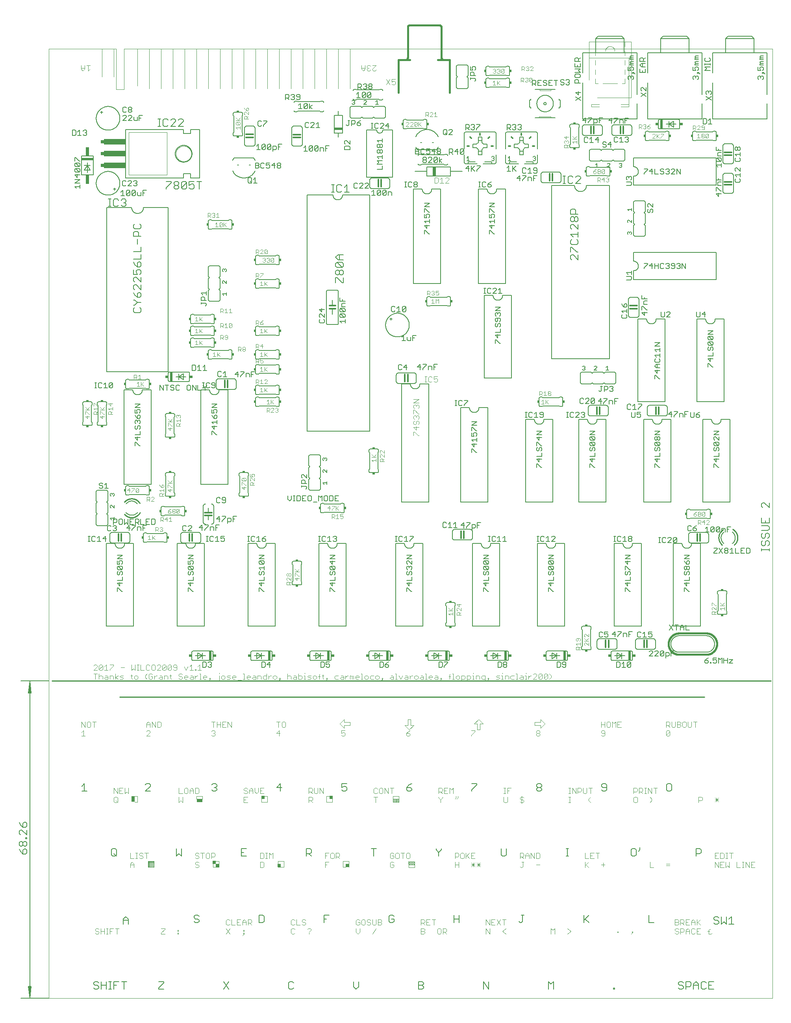
<source format=gto>
G75*
%MOIN*%
%OFA0B0*%
%FSLAX25Y25*%
%IPPOS*%
%LPD*%
%AMOC8*
5,1,8,0,0,1.08239X$1,22.5*
%
%ADD10C,0.00000*%
%ADD11C,0.01000*%
%ADD12C,0.00400*%
%ADD13R,0.13600X0.00400*%
%ADD14R,0.01600X0.00400*%
%ADD15R,0.02500X0.05000*%
%ADD16R,0.05000X0.02500*%
%ADD17R,0.02500X0.02500*%
%ADD18C,0.00001*%
%ADD19R,0.00625X0.00625*%
%ADD20C,0.00600*%
%ADD21C,0.00394*%
%ADD22C,0.00512*%
%ADD23C,0.00700*%
%ADD24C,0.00500*%
%ADD25C,0.00200*%
%ADD26R,0.02500X0.03000*%
%ADD27R,0.18500X0.05000*%
%ADD28R,0.01500X0.02000*%
%ADD29R,0.02000X0.01500*%
%ADD30C,0.01200*%
%ADD31R,0.02000X0.08000*%
%ADD32R,0.02500X0.02000*%
%ADD33C,0.01613*%
%ADD34R,0.07000X0.02000*%
%ADD35R,0.02500X0.07500*%
%ADD36R,0.10000X0.02000*%
%ADD37R,0.03000X0.07500*%
%ADD38C,0.01600*%
D10*
X0028845Y0033933D02*
X0028845Y0837683D01*
X0073845Y0837683D01*
X0073845Y0813933D01*
X0083845Y0813933D02*
X0083845Y0837683D01*
X0073845Y0837683D01*
X0083845Y0837683D02*
X0085755Y0837683D01*
X0085755Y0803500D01*
X0092398Y0803500D01*
X0092398Y0837683D01*
X0103845Y0837683D01*
X0103845Y0806433D01*
X0113845Y0803933D02*
X0113845Y0837683D01*
X0103845Y0837683D02*
X0641266Y0837683D01*
X0641266Y0033933D01*
X0028845Y0033933D01*
X0112595Y0145183D02*
X0112595Y0150183D01*
X0117595Y0150183D01*
X0117595Y0145183D01*
X0112595Y0145183D01*
X0103845Y0200183D02*
X0101345Y0200183D01*
X0103845Y0200183D02*
X0103845Y0205183D01*
X0101345Y0205183D01*
X0153845Y0205183D02*
X0158845Y0205183D01*
X0158845Y0202683D01*
X0153845Y0202683D02*
X0153845Y0205183D01*
X0167595Y0150183D02*
X0167595Y0145183D01*
X0172595Y0145183D01*
X0172595Y0150183D01*
X0170095Y0150183D01*
X0208845Y0200183D02*
X0208845Y0205183D01*
X0211345Y0205183D02*
X0213845Y0205183D01*
X0213845Y0200183D01*
X0208845Y0200183D01*
X0222595Y0150183D02*
X0227595Y0150183D01*
X0227595Y0145183D01*
X0222595Y0145183D01*
X0222595Y0147683D02*
X0222595Y0150183D01*
X0263845Y0200183D02*
X0263845Y0205183D01*
X0268845Y0205183D01*
X0268845Y0202683D02*
X0268845Y0200183D01*
X0263845Y0200183D01*
X0277595Y0150183D02*
X0282595Y0150183D01*
X0282595Y0145183D01*
X0280095Y0145183D02*
X0277595Y0145183D01*
X0277595Y0150183D01*
X0320095Y0200183D02*
X0320095Y0202683D01*
X0325095Y0202683D01*
X0325095Y0200183D01*
X0320095Y0200183D01*
X0320095Y0202683D02*
X0320095Y0205183D01*
X0325095Y0205183D01*
X0325095Y0202683D01*
X0333220Y0149558D02*
X0333220Y0147058D01*
X0338220Y0147058D01*
X0338220Y0144558D01*
X0333220Y0144558D01*
X0333220Y0147058D01*
X0333220Y0149558D02*
X0338220Y0149558D01*
X0338220Y0147058D01*
X0136345Y0748933D02*
X0136347Y0749094D01*
X0136353Y0749254D01*
X0136363Y0749415D01*
X0136377Y0749575D01*
X0136395Y0749735D01*
X0136416Y0749894D01*
X0136442Y0750053D01*
X0136472Y0750211D01*
X0136505Y0750368D01*
X0136543Y0750525D01*
X0136584Y0750680D01*
X0136629Y0750834D01*
X0136678Y0750987D01*
X0136731Y0751139D01*
X0136787Y0751290D01*
X0136848Y0751439D01*
X0136911Y0751587D01*
X0136979Y0751733D01*
X0137050Y0751877D01*
X0137124Y0752019D01*
X0137202Y0752160D01*
X0137284Y0752298D01*
X0137369Y0752435D01*
X0137457Y0752569D01*
X0137549Y0752701D01*
X0137644Y0752831D01*
X0137742Y0752959D01*
X0137843Y0753084D01*
X0137947Y0753206D01*
X0138054Y0753326D01*
X0138164Y0753443D01*
X0138277Y0753558D01*
X0138393Y0753669D01*
X0138512Y0753778D01*
X0138633Y0753883D01*
X0138757Y0753986D01*
X0138883Y0754086D01*
X0139011Y0754182D01*
X0139142Y0754275D01*
X0139276Y0754365D01*
X0139411Y0754452D01*
X0139549Y0754535D01*
X0139688Y0754615D01*
X0139830Y0754691D01*
X0139973Y0754764D01*
X0140118Y0754833D01*
X0140265Y0754899D01*
X0140413Y0754961D01*
X0140563Y0755019D01*
X0140714Y0755074D01*
X0140867Y0755125D01*
X0141021Y0755172D01*
X0141176Y0755215D01*
X0141332Y0755254D01*
X0141488Y0755290D01*
X0141646Y0755321D01*
X0141804Y0755349D01*
X0141963Y0755373D01*
X0142123Y0755393D01*
X0142283Y0755409D01*
X0142443Y0755421D01*
X0142604Y0755429D01*
X0142765Y0755433D01*
X0142925Y0755433D01*
X0143086Y0755429D01*
X0143247Y0755421D01*
X0143407Y0755409D01*
X0143567Y0755393D01*
X0143727Y0755373D01*
X0143886Y0755349D01*
X0144044Y0755321D01*
X0144202Y0755290D01*
X0144358Y0755254D01*
X0144514Y0755215D01*
X0144669Y0755172D01*
X0144823Y0755125D01*
X0144976Y0755074D01*
X0145127Y0755019D01*
X0145277Y0754961D01*
X0145425Y0754899D01*
X0145572Y0754833D01*
X0145717Y0754764D01*
X0145860Y0754691D01*
X0146002Y0754615D01*
X0146141Y0754535D01*
X0146279Y0754452D01*
X0146414Y0754365D01*
X0146548Y0754275D01*
X0146679Y0754182D01*
X0146807Y0754086D01*
X0146933Y0753986D01*
X0147057Y0753883D01*
X0147178Y0753778D01*
X0147297Y0753669D01*
X0147413Y0753558D01*
X0147526Y0753443D01*
X0147636Y0753326D01*
X0147743Y0753206D01*
X0147847Y0753084D01*
X0147948Y0752959D01*
X0148046Y0752831D01*
X0148141Y0752701D01*
X0148233Y0752569D01*
X0148321Y0752435D01*
X0148406Y0752298D01*
X0148488Y0752160D01*
X0148566Y0752019D01*
X0148640Y0751877D01*
X0148711Y0751733D01*
X0148779Y0751587D01*
X0148842Y0751439D01*
X0148903Y0751290D01*
X0148959Y0751139D01*
X0149012Y0750987D01*
X0149061Y0750834D01*
X0149106Y0750680D01*
X0149147Y0750525D01*
X0149185Y0750368D01*
X0149218Y0750211D01*
X0149248Y0750053D01*
X0149274Y0749894D01*
X0149295Y0749735D01*
X0149313Y0749575D01*
X0149327Y0749415D01*
X0149337Y0749254D01*
X0149343Y0749094D01*
X0149345Y0748933D01*
X0149343Y0748772D01*
X0149337Y0748612D01*
X0149327Y0748451D01*
X0149313Y0748291D01*
X0149295Y0748131D01*
X0149274Y0747972D01*
X0149248Y0747813D01*
X0149218Y0747655D01*
X0149185Y0747498D01*
X0149147Y0747341D01*
X0149106Y0747186D01*
X0149061Y0747032D01*
X0149012Y0746879D01*
X0148959Y0746727D01*
X0148903Y0746576D01*
X0148842Y0746427D01*
X0148779Y0746279D01*
X0148711Y0746133D01*
X0148640Y0745989D01*
X0148566Y0745847D01*
X0148488Y0745706D01*
X0148406Y0745568D01*
X0148321Y0745431D01*
X0148233Y0745297D01*
X0148141Y0745165D01*
X0148046Y0745035D01*
X0147948Y0744907D01*
X0147847Y0744782D01*
X0147743Y0744660D01*
X0147636Y0744540D01*
X0147526Y0744423D01*
X0147413Y0744308D01*
X0147297Y0744197D01*
X0147178Y0744088D01*
X0147057Y0743983D01*
X0146933Y0743880D01*
X0146807Y0743780D01*
X0146679Y0743684D01*
X0146548Y0743591D01*
X0146414Y0743501D01*
X0146279Y0743414D01*
X0146141Y0743331D01*
X0146002Y0743251D01*
X0145860Y0743175D01*
X0145717Y0743102D01*
X0145572Y0743033D01*
X0145425Y0742967D01*
X0145277Y0742905D01*
X0145127Y0742847D01*
X0144976Y0742792D01*
X0144823Y0742741D01*
X0144669Y0742694D01*
X0144514Y0742651D01*
X0144358Y0742612D01*
X0144202Y0742576D01*
X0144044Y0742545D01*
X0143886Y0742517D01*
X0143727Y0742493D01*
X0143567Y0742473D01*
X0143407Y0742457D01*
X0143247Y0742445D01*
X0143086Y0742437D01*
X0142925Y0742433D01*
X0142765Y0742433D01*
X0142604Y0742437D01*
X0142443Y0742445D01*
X0142283Y0742457D01*
X0142123Y0742473D01*
X0141963Y0742493D01*
X0141804Y0742517D01*
X0141646Y0742545D01*
X0141488Y0742576D01*
X0141332Y0742612D01*
X0141176Y0742651D01*
X0141021Y0742694D01*
X0140867Y0742741D01*
X0140714Y0742792D01*
X0140563Y0742847D01*
X0140413Y0742905D01*
X0140265Y0742967D01*
X0140118Y0743033D01*
X0139973Y0743102D01*
X0139830Y0743175D01*
X0139688Y0743251D01*
X0139549Y0743331D01*
X0139411Y0743414D01*
X0139276Y0743501D01*
X0139142Y0743591D01*
X0139011Y0743684D01*
X0138883Y0743780D01*
X0138757Y0743880D01*
X0138633Y0743983D01*
X0138512Y0744088D01*
X0138393Y0744197D01*
X0138277Y0744308D01*
X0138164Y0744423D01*
X0138054Y0744540D01*
X0137947Y0744660D01*
X0137843Y0744782D01*
X0137742Y0744907D01*
X0137644Y0745035D01*
X0137549Y0745165D01*
X0137457Y0745297D01*
X0137369Y0745431D01*
X0137284Y0745568D01*
X0137202Y0745706D01*
X0137124Y0745847D01*
X0137050Y0745989D01*
X0136979Y0746133D01*
X0136911Y0746279D01*
X0136848Y0746427D01*
X0136787Y0746576D01*
X0136731Y0746727D01*
X0136678Y0746879D01*
X0136629Y0747032D01*
X0136584Y0747186D01*
X0136543Y0747341D01*
X0136505Y0747498D01*
X0136472Y0747655D01*
X0136442Y0747813D01*
X0136416Y0747972D01*
X0136395Y0748131D01*
X0136377Y0748291D01*
X0136363Y0748451D01*
X0136353Y0748612D01*
X0136347Y0748772D01*
X0136345Y0748933D01*
X0133845Y0803933D02*
X0133845Y0837683D01*
X0123845Y0837683D02*
X0123845Y0803933D01*
X0143845Y0803933D02*
X0143845Y0837683D01*
X0153845Y0837683D02*
X0153845Y0803933D01*
X0163845Y0803933D02*
X0163845Y0837683D01*
X0173845Y0837683D02*
X0173845Y0803933D01*
X0183845Y0803933D02*
X0183845Y0837683D01*
X0193845Y0837683D02*
X0193845Y0803933D01*
X0203845Y0803933D02*
X0203845Y0837683D01*
X0213845Y0837683D02*
X0213845Y0803933D01*
X0223845Y0803933D02*
X0223845Y0837683D01*
X0233845Y0837683D02*
X0233845Y0803933D01*
X0243845Y0803933D02*
X0243845Y0837683D01*
X0253845Y0837683D02*
X0253845Y0803933D01*
X0263845Y0803933D02*
X0263845Y0837683D01*
X0273845Y0837683D02*
X0273845Y0803933D01*
X0283845Y0803933D02*
X0283845Y0837683D01*
D11*
X0098845Y0456933D02*
X0099040Y0456931D01*
X0099236Y0456923D01*
X0099431Y0456911D01*
X0099626Y0456895D01*
X0099821Y0456873D01*
X0100015Y0456847D01*
X0100208Y0456816D01*
X0100400Y0456780D01*
X0100592Y0456740D01*
X0100782Y0456695D01*
X0100971Y0456645D01*
X0101159Y0456591D01*
X0101346Y0456532D01*
X0101531Y0456469D01*
X0101714Y0456401D01*
X0101896Y0456328D01*
X0102076Y0456252D01*
X0102254Y0456170D01*
X0102430Y0456085D01*
X0102604Y0455995D01*
X0102775Y0455901D01*
X0102945Y0455803D01*
X0103111Y0455700D01*
X0103276Y0455594D01*
X0103437Y0455484D01*
X0103596Y0455370D01*
X0103752Y0455251D01*
X0103905Y0455130D01*
X0104055Y0455004D01*
X0104202Y0454875D01*
X0104346Y0454742D01*
X0104486Y0454606D01*
X0104623Y0454466D01*
X0104757Y0454323D01*
X0104887Y0454177D01*
X0105013Y0454028D01*
X0105136Y0453875D01*
X0105255Y0453720D01*
X0105370Y0453562D01*
X0105481Y0453401D01*
X0105588Y0453237D01*
X0105692Y0453071D01*
X0105791Y0452902D01*
X0098845Y0440933D02*
X0098650Y0440935D01*
X0098456Y0440942D01*
X0098262Y0440954D01*
X0098068Y0440971D01*
X0097874Y0440992D01*
X0097681Y0441018D01*
X0097489Y0441049D01*
X0097297Y0441084D01*
X0097107Y0441124D01*
X0096917Y0441169D01*
X0096729Y0441218D01*
X0096542Y0441272D01*
X0096356Y0441330D01*
X0096172Y0441393D01*
X0095989Y0441460D01*
X0095808Y0441532D01*
X0095629Y0441608D01*
X0095452Y0441688D01*
X0095277Y0441773D01*
X0095103Y0441862D01*
X0094933Y0441955D01*
X0094764Y0442052D01*
X0094598Y0442154D01*
X0094434Y0442259D01*
X0094273Y0442368D01*
X0094114Y0442481D01*
X0093959Y0442598D01*
X0093806Y0442719D01*
X0093657Y0442844D01*
X0093510Y0442972D01*
X0093366Y0443103D01*
X0093226Y0443238D01*
X0093089Y0443377D01*
X0092956Y0443518D01*
X0092826Y0443663D01*
X0092699Y0443811D01*
X0098845Y0440933D02*
X0099037Y0440935D01*
X0099229Y0440942D01*
X0099421Y0440954D01*
X0099613Y0440970D01*
X0099804Y0440991D01*
X0099994Y0441016D01*
X0100184Y0441046D01*
X0100373Y0441080D01*
X0100561Y0441119D01*
X0100748Y0441163D01*
X0100934Y0441211D01*
X0101119Y0441263D01*
X0101303Y0441320D01*
X0101485Y0441381D01*
X0101665Y0441447D01*
X0101844Y0441517D01*
X0102022Y0441591D01*
X0102197Y0441669D01*
X0102371Y0441752D01*
X0102542Y0441839D01*
X0102711Y0441929D01*
X0102878Y0442024D01*
X0103043Y0442123D01*
X0103206Y0442226D01*
X0103365Y0442333D01*
X0103523Y0442443D01*
X0103677Y0442557D01*
X0103829Y0442675D01*
X0103978Y0442797D01*
X0104124Y0442922D01*
X0104266Y0443050D01*
X0104406Y0443182D01*
X0104543Y0443317D01*
X0104676Y0443456D01*
X0104806Y0443597D01*
X0104932Y0443742D01*
X0105055Y0443890D01*
X0105174Y0444040D01*
X0105290Y0444194D01*
X0105402Y0444350D01*
X0105510Y0444509D01*
X0105615Y0444670D01*
X0105715Y0444834D01*
X0105811Y0445000D01*
X0105904Y0445168D01*
X0098845Y0456933D02*
X0098652Y0456931D01*
X0098459Y0456924D01*
X0098267Y0456912D01*
X0098074Y0456896D01*
X0097882Y0456875D01*
X0097691Y0456849D01*
X0097501Y0456819D01*
X0097311Y0456784D01*
X0097122Y0456745D01*
X0096934Y0456701D01*
X0096747Y0456653D01*
X0096561Y0456600D01*
X0096377Y0456543D01*
X0096194Y0456481D01*
X0096013Y0456415D01*
X0095833Y0456344D01*
X0095655Y0456270D01*
X0095479Y0456191D01*
X0095305Y0456107D01*
X0095133Y0456020D01*
X0094963Y0455928D01*
X0094796Y0455832D01*
X0094630Y0455733D01*
X0094467Y0455629D01*
X0094307Y0455522D01*
X0094150Y0455410D01*
X0093995Y0455295D01*
X0093843Y0455176D01*
X0093694Y0455054D01*
X0093547Y0454928D01*
X0093404Y0454798D01*
X0093264Y0454665D01*
X0093128Y0454529D01*
X0092994Y0454389D01*
X0092865Y0454247D01*
X0092738Y0454101D01*
X0031345Y0302683D02*
X0640095Y0302683D01*
X0583845Y0288933D02*
X0088845Y0288933D01*
X0607610Y0430992D02*
X0607778Y0430899D01*
X0607944Y0430803D01*
X0608108Y0430703D01*
X0608269Y0430598D01*
X0608428Y0430490D01*
X0608584Y0430378D01*
X0608738Y0430262D01*
X0608888Y0430143D01*
X0609036Y0430020D01*
X0609181Y0429894D01*
X0609322Y0429764D01*
X0609461Y0429631D01*
X0609596Y0429494D01*
X0609728Y0429354D01*
X0609856Y0429212D01*
X0609981Y0429066D01*
X0610103Y0428917D01*
X0610221Y0428765D01*
X0610335Y0428611D01*
X0610445Y0428453D01*
X0610552Y0428294D01*
X0610655Y0428131D01*
X0610754Y0427966D01*
X0610849Y0427799D01*
X0610939Y0427630D01*
X0611026Y0427459D01*
X0611109Y0427285D01*
X0611187Y0427110D01*
X0611261Y0426932D01*
X0611331Y0426753D01*
X0611397Y0426573D01*
X0611458Y0426391D01*
X0611515Y0426207D01*
X0611567Y0426022D01*
X0611615Y0425836D01*
X0611659Y0425649D01*
X0611698Y0425461D01*
X0611732Y0425272D01*
X0611762Y0425082D01*
X0611787Y0424892D01*
X0611808Y0424701D01*
X0611824Y0424509D01*
X0611836Y0424317D01*
X0611843Y0424125D01*
X0611845Y0423933D01*
X0599876Y0430879D02*
X0599707Y0430780D01*
X0599541Y0430676D01*
X0599377Y0430569D01*
X0599216Y0430458D01*
X0599058Y0430343D01*
X0598903Y0430224D01*
X0598750Y0430101D01*
X0598601Y0429975D01*
X0598455Y0429845D01*
X0598312Y0429711D01*
X0598172Y0429574D01*
X0598036Y0429434D01*
X0597903Y0429290D01*
X0597774Y0429143D01*
X0597648Y0428993D01*
X0597527Y0428840D01*
X0597408Y0428684D01*
X0597294Y0428525D01*
X0597184Y0428364D01*
X0597078Y0428199D01*
X0596975Y0428033D01*
X0596877Y0427863D01*
X0596783Y0427692D01*
X0596693Y0427518D01*
X0596608Y0427342D01*
X0596526Y0427164D01*
X0596450Y0426984D01*
X0596377Y0426802D01*
X0596309Y0426619D01*
X0596246Y0426434D01*
X0596187Y0426247D01*
X0596133Y0426059D01*
X0596083Y0425870D01*
X0596038Y0425680D01*
X0595998Y0425488D01*
X0595962Y0425296D01*
X0595931Y0425103D01*
X0595905Y0424909D01*
X0595883Y0424714D01*
X0595867Y0424519D01*
X0595855Y0424324D01*
X0595847Y0424128D01*
X0595845Y0423933D01*
X0595847Y0423740D01*
X0595854Y0423547D01*
X0595866Y0423355D01*
X0595882Y0423162D01*
X0595903Y0422970D01*
X0595929Y0422779D01*
X0595959Y0422589D01*
X0595994Y0422399D01*
X0596033Y0422210D01*
X0596077Y0422022D01*
X0596125Y0421835D01*
X0596178Y0421649D01*
X0596235Y0421465D01*
X0596297Y0421282D01*
X0596363Y0421101D01*
X0596434Y0420921D01*
X0596508Y0420743D01*
X0596587Y0420567D01*
X0596671Y0420393D01*
X0596758Y0420221D01*
X0596850Y0420051D01*
X0596946Y0419884D01*
X0597045Y0419718D01*
X0597149Y0419555D01*
X0597256Y0419395D01*
X0597368Y0419238D01*
X0597483Y0419083D01*
X0597602Y0418931D01*
X0597724Y0418782D01*
X0597850Y0418635D01*
X0597980Y0418492D01*
X0598113Y0418352D01*
X0598249Y0418216D01*
X0598389Y0418082D01*
X0598531Y0417953D01*
X0598677Y0417826D01*
X0608967Y0417787D02*
X0609115Y0417914D01*
X0609260Y0418044D01*
X0609401Y0418177D01*
X0609540Y0418314D01*
X0609675Y0418454D01*
X0609806Y0418598D01*
X0609934Y0418745D01*
X0610059Y0418894D01*
X0610180Y0419047D01*
X0610297Y0419202D01*
X0610410Y0419361D01*
X0610519Y0419522D01*
X0610624Y0419686D01*
X0610726Y0419852D01*
X0610823Y0420021D01*
X0610916Y0420191D01*
X0611005Y0420365D01*
X0611090Y0420540D01*
X0611170Y0420717D01*
X0611246Y0420896D01*
X0611318Y0421077D01*
X0611385Y0421260D01*
X0611448Y0421444D01*
X0611506Y0421630D01*
X0611560Y0421817D01*
X0611609Y0422005D01*
X0611654Y0422195D01*
X0611694Y0422385D01*
X0611729Y0422577D01*
X0611760Y0422769D01*
X0611786Y0422962D01*
X0611807Y0423156D01*
X0611824Y0423350D01*
X0611836Y0423544D01*
X0611843Y0423738D01*
X0611845Y0423933D01*
D12*
X0587789Y0435133D02*
X0585454Y0435133D01*
X0587789Y0437468D01*
X0587789Y0438052D01*
X0587206Y0438636D01*
X0586038Y0438636D01*
X0585454Y0438052D01*
X0584198Y0436885D02*
X0581863Y0436885D01*
X0583614Y0438636D01*
X0583614Y0435133D01*
X0580607Y0435133D02*
X0579440Y0436301D01*
X0580023Y0436301D02*
X0578272Y0436301D01*
X0578272Y0435133D02*
X0578272Y0438636D01*
X0580023Y0438636D01*
X0580607Y0438052D01*
X0580607Y0436885D01*
X0580023Y0436301D01*
X0580014Y0442133D02*
X0578847Y0442133D01*
X0578263Y0442717D01*
X0578263Y0443301D01*
X0578847Y0443885D01*
X0580014Y0443885D01*
X0580598Y0443301D01*
X0580598Y0442717D01*
X0580014Y0442133D01*
X0580014Y0443885D02*
X0580598Y0444468D01*
X0580598Y0445052D01*
X0580014Y0445636D01*
X0578847Y0445636D01*
X0578263Y0445052D01*
X0578263Y0444468D01*
X0578847Y0443885D01*
X0577007Y0443301D02*
X0576423Y0443885D01*
X0574672Y0443885D01*
X0574672Y0442717D01*
X0575256Y0442133D01*
X0576423Y0442133D01*
X0577007Y0442717D01*
X0577007Y0443301D01*
X0575840Y0445052D02*
X0574672Y0443885D01*
X0575840Y0445052D02*
X0577007Y0445636D01*
X0581854Y0445052D02*
X0582438Y0445636D01*
X0583606Y0445636D01*
X0584189Y0445052D01*
X0581854Y0442717D01*
X0582438Y0442133D01*
X0583606Y0442133D01*
X0584189Y0442717D01*
X0584189Y0445052D01*
X0581854Y0445052D02*
X0581854Y0442717D01*
X0590042Y0368651D02*
X0590626Y0368651D01*
X0592961Y0366315D01*
X0593545Y0366315D01*
X0593545Y0365059D02*
X0593545Y0362724D01*
X0591210Y0365059D01*
X0590626Y0365059D01*
X0590042Y0364476D01*
X0590042Y0363308D01*
X0590626Y0362724D01*
X0590626Y0361468D02*
X0591794Y0361468D01*
X0592377Y0360885D01*
X0592377Y0359133D01*
X0592377Y0360301D02*
X0593545Y0361468D01*
X0593545Y0359133D02*
X0590042Y0359133D01*
X0590042Y0360885D01*
X0590626Y0361468D01*
X0590042Y0366315D02*
X0590042Y0368651D01*
X0597042Y0368659D02*
X0599377Y0366324D01*
X0598794Y0366908D02*
X0600545Y0368659D01*
X0600545Y0366324D02*
X0597042Y0366324D01*
X0597042Y0363901D02*
X0600545Y0363901D01*
X0600545Y0365068D02*
X0600545Y0362733D01*
X0598210Y0362733D02*
X0597042Y0363901D01*
X0577434Y0268137D02*
X0574365Y0268137D01*
X0575899Y0268137D02*
X0575899Y0263533D01*
X0572830Y0264300D02*
X0572830Y0268137D01*
X0569761Y0268137D02*
X0569761Y0264300D01*
X0570528Y0263533D01*
X0572063Y0263533D01*
X0572830Y0264300D01*
X0568226Y0264300D02*
X0568226Y0267370D01*
X0567459Y0268137D01*
X0565924Y0268137D01*
X0565157Y0267370D01*
X0565157Y0264300D01*
X0565924Y0263533D01*
X0567459Y0263533D01*
X0568226Y0264300D01*
X0563622Y0264300D02*
X0562855Y0263533D01*
X0560553Y0263533D01*
X0560553Y0268137D01*
X0562855Y0268137D01*
X0563622Y0267370D01*
X0563622Y0266602D01*
X0562855Y0265835D01*
X0560553Y0265835D01*
X0559018Y0264300D02*
X0559018Y0268137D01*
X0555949Y0268137D02*
X0555949Y0264300D01*
X0556716Y0263533D01*
X0558251Y0263533D01*
X0559018Y0264300D01*
X0562855Y0265835D02*
X0563622Y0265068D01*
X0563622Y0264300D01*
X0554414Y0263533D02*
X0552880Y0265068D01*
X0553647Y0265068D02*
X0551345Y0265068D01*
X0551345Y0263533D02*
X0551345Y0268137D01*
X0553647Y0268137D01*
X0554414Y0267370D01*
X0554414Y0265835D01*
X0553647Y0265068D01*
X0553647Y0260637D02*
X0554414Y0259870D01*
X0551345Y0256800D01*
X0552112Y0256033D01*
X0553647Y0256033D01*
X0554414Y0256800D01*
X0554414Y0259870D01*
X0553647Y0260637D02*
X0552112Y0260637D01*
X0551345Y0259870D01*
X0551345Y0256800D01*
X0513226Y0263533D02*
X0510157Y0263533D01*
X0510157Y0268137D01*
X0513226Y0268137D01*
X0511692Y0265835D02*
X0510157Y0265835D01*
X0508622Y0268137D02*
X0508622Y0263533D01*
X0505553Y0263533D02*
X0505553Y0268137D01*
X0507088Y0266602D01*
X0508622Y0268137D01*
X0504018Y0267370D02*
X0504018Y0264300D01*
X0503251Y0263533D01*
X0501716Y0263533D01*
X0500949Y0264300D01*
X0500949Y0267370D01*
X0501716Y0268137D01*
X0503251Y0268137D01*
X0504018Y0267370D01*
X0499414Y0268137D02*
X0499414Y0263533D01*
X0499414Y0265835D02*
X0496345Y0265835D01*
X0496345Y0263533D02*
X0496345Y0268137D01*
X0497112Y0260637D02*
X0496345Y0259870D01*
X0496345Y0259102D01*
X0497112Y0258335D01*
X0499414Y0258335D01*
X0499414Y0256800D02*
X0499414Y0259870D01*
X0498647Y0260637D01*
X0497112Y0260637D01*
X0496345Y0256800D02*
X0497112Y0256033D01*
X0498647Y0256033D01*
X0499414Y0256800D01*
X0488795Y0211887D02*
X0485726Y0211887D01*
X0484192Y0211887D02*
X0484192Y0208050D01*
X0483424Y0207283D01*
X0481890Y0207283D01*
X0481122Y0208050D01*
X0481122Y0211887D01*
X0479588Y0211120D02*
X0479588Y0209585D01*
X0478820Y0208818D01*
X0476518Y0208818D01*
X0476518Y0207283D02*
X0476518Y0211887D01*
X0478820Y0211887D01*
X0479588Y0211120D01*
X0474984Y0211887D02*
X0474984Y0207283D01*
X0471914Y0211887D01*
X0471914Y0207283D01*
X0470380Y0207283D02*
X0468845Y0207283D01*
X0469612Y0207283D02*
X0469612Y0211887D01*
X0468845Y0211887D02*
X0470380Y0211887D01*
X0470380Y0204387D02*
X0468845Y0204387D01*
X0469612Y0204387D02*
X0469612Y0199783D01*
X0468845Y0199783D02*
X0470380Y0199783D01*
X0485726Y0201318D02*
X0485726Y0202852D01*
X0487261Y0204387D01*
X0487261Y0207283D02*
X0487261Y0211887D01*
X0485726Y0201318D02*
X0487261Y0199783D01*
X0523845Y0200550D02*
X0524612Y0199783D01*
X0526147Y0199783D01*
X0526914Y0200550D01*
X0526914Y0203620D01*
X0526147Y0204387D01*
X0524612Y0204387D01*
X0523845Y0203620D01*
X0523845Y0200550D01*
X0523845Y0207283D02*
X0523845Y0211887D01*
X0526147Y0211887D01*
X0526914Y0211120D01*
X0526914Y0209585D01*
X0526147Y0208818D01*
X0523845Y0208818D01*
X0528449Y0208818D02*
X0530751Y0208818D01*
X0531518Y0209585D01*
X0531518Y0211120D01*
X0530751Y0211887D01*
X0528449Y0211887D01*
X0528449Y0207283D01*
X0529984Y0208818D02*
X0531518Y0207283D01*
X0533053Y0207283D02*
X0534588Y0207283D01*
X0533820Y0207283D02*
X0533820Y0211887D01*
X0533053Y0211887D02*
X0534588Y0211887D01*
X0536122Y0211887D02*
X0539192Y0207283D01*
X0539192Y0211887D01*
X0540726Y0211887D02*
X0543795Y0211887D01*
X0542261Y0211887D02*
X0542261Y0207283D01*
X0539192Y0202852D02*
X0537657Y0204387D01*
X0539192Y0202852D02*
X0539192Y0201318D01*
X0537657Y0199783D01*
X0536122Y0207283D02*
X0536122Y0211887D01*
X0494872Y0156887D02*
X0491803Y0156887D01*
X0493338Y0156887D02*
X0493338Y0152283D01*
X0490268Y0152283D02*
X0487199Y0152283D01*
X0487199Y0156887D01*
X0490268Y0156887D01*
X0488734Y0154585D02*
X0487199Y0154585D01*
X0485664Y0152283D02*
X0482595Y0152283D01*
X0482595Y0156887D01*
X0482595Y0149387D02*
X0482595Y0144783D01*
X0482595Y0146318D02*
X0485664Y0149387D01*
X0483362Y0147085D02*
X0485664Y0144783D01*
X0496407Y0147085D02*
X0499476Y0147085D01*
X0497942Y0148620D02*
X0497942Y0145550D01*
X0537595Y0144783D02*
X0540664Y0144783D01*
X0537595Y0144783D02*
X0537595Y0149387D01*
X0551407Y0147852D02*
X0554476Y0147852D01*
X0554476Y0146318D02*
X0551407Y0146318D01*
X0558845Y0100637D02*
X0561147Y0100637D01*
X0561914Y0099870D01*
X0561914Y0099102D01*
X0561147Y0098335D01*
X0558845Y0098335D01*
X0558845Y0096033D02*
X0561147Y0096033D01*
X0561914Y0096800D01*
X0561914Y0097568D01*
X0561147Y0098335D01*
X0563449Y0097568D02*
X0565751Y0097568D01*
X0566518Y0098335D01*
X0566518Y0099870D01*
X0565751Y0100637D01*
X0563449Y0100637D01*
X0563449Y0096033D01*
X0564984Y0097568D02*
X0566518Y0096033D01*
X0568053Y0096033D02*
X0571122Y0096033D01*
X0572657Y0096033D02*
X0572657Y0099102D01*
X0574192Y0100637D01*
X0575726Y0099102D01*
X0575726Y0096033D01*
X0577261Y0096033D02*
X0577261Y0100637D01*
X0578028Y0098335D02*
X0580330Y0096033D01*
X0580330Y0093137D02*
X0577261Y0093137D01*
X0577261Y0088533D01*
X0580330Y0088533D01*
X0578795Y0090835D02*
X0577261Y0090835D01*
X0575726Y0089300D02*
X0574959Y0088533D01*
X0573424Y0088533D01*
X0572657Y0089300D01*
X0572657Y0092370D01*
X0573424Y0093137D01*
X0574959Y0093137D01*
X0575726Y0092370D01*
X0571122Y0091602D02*
X0571122Y0088533D01*
X0571122Y0090835D02*
X0568053Y0090835D01*
X0568053Y0091602D02*
X0569588Y0093137D01*
X0571122Y0091602D01*
X0568053Y0091602D02*
X0568053Y0088533D01*
X0565751Y0090068D02*
X0563449Y0090068D01*
X0561914Y0090068D02*
X0561914Y0089300D01*
X0561147Y0088533D01*
X0559612Y0088533D01*
X0558845Y0089300D01*
X0559612Y0090835D02*
X0561147Y0090835D01*
X0561914Y0090068D01*
X0563449Y0088533D02*
X0563449Y0093137D01*
X0565751Y0093137D01*
X0566518Y0092370D01*
X0566518Y0090835D01*
X0565751Y0090068D01*
X0561914Y0092370D02*
X0561147Y0093137D01*
X0559612Y0093137D01*
X0558845Y0092370D01*
X0558845Y0091602D01*
X0559612Y0090835D01*
X0558845Y0096033D02*
X0558845Y0100637D01*
X0568053Y0100637D02*
X0568053Y0096033D01*
X0568053Y0098335D02*
X0569588Y0098335D01*
X0571122Y0100637D02*
X0568053Y0100637D01*
X0572657Y0098335D02*
X0575726Y0098335D01*
X0577261Y0097568D02*
X0580330Y0100637D01*
X0588003Y0092370D02*
X0587236Y0091602D01*
X0587236Y0088533D01*
X0589538Y0088533D01*
X0590305Y0089300D01*
X0588003Y0090835D02*
X0586469Y0090835D01*
X0588003Y0092370D02*
X0588771Y0092370D01*
X0592595Y0144783D02*
X0592595Y0149387D01*
X0595664Y0144783D01*
X0595664Y0149387D01*
X0597199Y0149387D02*
X0597199Y0144783D01*
X0600268Y0144783D01*
X0601803Y0144783D02*
X0603338Y0146318D01*
X0604872Y0144783D01*
X0604872Y0149387D01*
X0601803Y0149387D02*
X0601803Y0144783D01*
X0598734Y0147085D02*
X0597199Y0147085D01*
X0597199Y0149387D02*
X0600268Y0149387D01*
X0599501Y0152283D02*
X0600268Y0153050D01*
X0600268Y0156120D01*
X0599501Y0156887D01*
X0597199Y0156887D01*
X0597199Y0152283D01*
X0599501Y0152283D01*
X0601803Y0152283D02*
X0603338Y0152283D01*
X0602570Y0152283D02*
X0602570Y0156887D01*
X0601803Y0156887D02*
X0603338Y0156887D01*
X0604872Y0156887D02*
X0607942Y0156887D01*
X0606407Y0156887D02*
X0606407Y0152283D01*
X0611011Y0149387D02*
X0611011Y0144783D01*
X0614080Y0144783D01*
X0615615Y0144783D02*
X0617149Y0144783D01*
X0616382Y0144783D02*
X0616382Y0149387D01*
X0615615Y0149387D02*
X0617149Y0149387D01*
X0618684Y0149387D02*
X0621753Y0144783D01*
X0621753Y0149387D01*
X0623288Y0149387D02*
X0623288Y0144783D01*
X0626357Y0144783D01*
X0624823Y0147085D02*
X0623288Y0147085D01*
X0623288Y0149387D02*
X0626357Y0149387D01*
X0618684Y0149387D02*
X0618684Y0144783D01*
X0595664Y0152283D02*
X0592595Y0152283D01*
X0592595Y0156887D01*
X0595664Y0156887D01*
X0594130Y0154585D02*
X0592595Y0154585D01*
X0592657Y0200550D02*
X0595726Y0203620D01*
X0594192Y0203620D02*
X0594192Y0200550D01*
X0595726Y0200550D02*
X0592657Y0203620D01*
X0592657Y0202085D02*
X0595726Y0202085D01*
X0581914Y0202085D02*
X0581147Y0201318D01*
X0578845Y0201318D01*
X0578845Y0199783D02*
X0578845Y0204387D01*
X0581147Y0204387D01*
X0581914Y0203620D01*
X0581914Y0202085D01*
X0523140Y0090550D02*
X0522372Y0090550D01*
X0522372Y0089783D01*
X0523140Y0089783D01*
X0523140Y0090550D01*
X0523140Y0089783D02*
X0521605Y0088248D01*
X0510862Y0089783D02*
X0510095Y0089783D01*
X0510095Y0090550D01*
X0510862Y0090550D01*
X0510862Y0089783D01*
X0470726Y0090835D02*
X0467657Y0088533D01*
X0470726Y0090835D02*
X0467657Y0093137D01*
X0456914Y0093137D02*
X0456914Y0088533D01*
X0453845Y0088533D02*
X0453845Y0093137D01*
X0455380Y0091602D01*
X0456914Y0093137D01*
X0415726Y0093137D02*
X0412657Y0090835D01*
X0415726Y0088533D01*
X0414192Y0096033D02*
X0414192Y0100637D01*
X0415726Y0100637D02*
X0412657Y0100637D01*
X0411122Y0100637D02*
X0408053Y0096033D01*
X0406518Y0096033D02*
X0403449Y0096033D01*
X0403449Y0100637D01*
X0406518Y0100637D01*
X0408053Y0100637D02*
X0411122Y0096033D01*
X0404984Y0098335D02*
X0403449Y0098335D01*
X0401914Y0096033D02*
X0401914Y0100637D01*
X0398845Y0100637D02*
X0401914Y0096033D01*
X0401914Y0093137D02*
X0401914Y0088533D01*
X0398845Y0093137D01*
X0398845Y0088533D01*
X0398845Y0096033D02*
X0398845Y0100637D01*
X0365330Y0092370D02*
X0365330Y0090835D01*
X0364563Y0090068D01*
X0362261Y0090068D01*
X0363795Y0090068D02*
X0365330Y0088533D01*
X0362261Y0088533D02*
X0362261Y0093137D01*
X0364563Y0093137D01*
X0365330Y0092370D01*
X0360726Y0092370D02*
X0359959Y0093137D01*
X0358424Y0093137D01*
X0357657Y0092370D01*
X0357657Y0089300D01*
X0358424Y0088533D01*
X0359959Y0088533D01*
X0360726Y0089300D01*
X0360726Y0092370D01*
X0354588Y0096033D02*
X0354588Y0100637D01*
X0356122Y0100637D02*
X0353053Y0100637D01*
X0351518Y0100637D02*
X0348449Y0100637D01*
X0348449Y0096033D01*
X0351518Y0096033D01*
X0349984Y0098335D02*
X0348449Y0098335D01*
X0346914Y0098335D02*
X0346147Y0097568D01*
X0343845Y0097568D01*
X0345380Y0097568D02*
X0346914Y0096033D01*
X0346914Y0098335D02*
X0346914Y0099870D01*
X0346147Y0100637D01*
X0343845Y0100637D01*
X0343845Y0096033D01*
X0343845Y0093137D02*
X0346147Y0093137D01*
X0346914Y0092370D01*
X0346914Y0091602D01*
X0346147Y0090835D01*
X0343845Y0090835D01*
X0343845Y0088533D02*
X0346147Y0088533D01*
X0346914Y0089300D01*
X0346914Y0090068D01*
X0346147Y0090835D01*
X0343845Y0088533D02*
X0343845Y0093137D01*
X0310330Y0096800D02*
X0309563Y0096033D01*
X0307261Y0096033D01*
X0307261Y0100637D01*
X0309563Y0100637D01*
X0310330Y0099870D01*
X0310330Y0099102D01*
X0309563Y0098335D01*
X0307261Y0098335D01*
X0305726Y0096800D02*
X0305726Y0100637D01*
X0302657Y0100637D02*
X0302657Y0096800D01*
X0303424Y0096033D01*
X0304959Y0096033D01*
X0305726Y0096800D01*
X0305726Y0093137D02*
X0302657Y0088533D01*
X0300355Y0096033D02*
X0298820Y0096033D01*
X0298053Y0096800D01*
X0296518Y0096800D02*
X0296518Y0099870D01*
X0295751Y0100637D01*
X0294216Y0100637D01*
X0293449Y0099870D01*
X0293449Y0096800D01*
X0294216Y0096033D01*
X0295751Y0096033D01*
X0296518Y0096800D01*
X0298820Y0098335D02*
X0300355Y0098335D01*
X0301122Y0097568D01*
X0301122Y0096800D01*
X0300355Y0096033D01*
X0298820Y0098335D02*
X0298053Y0099102D01*
X0298053Y0099870D01*
X0298820Y0100637D01*
X0300355Y0100637D01*
X0301122Y0099870D01*
X0291914Y0099870D02*
X0291147Y0100637D01*
X0289612Y0100637D01*
X0288845Y0099870D01*
X0288845Y0096800D01*
X0289612Y0096033D01*
X0291147Y0096033D01*
X0291914Y0096800D01*
X0291914Y0098335D01*
X0290380Y0098335D01*
X0291914Y0093137D02*
X0291914Y0090068D01*
X0290380Y0088533D01*
X0288845Y0090068D01*
X0288845Y0093137D01*
X0309563Y0098335D02*
X0310330Y0097568D01*
X0310330Y0096800D01*
X0318362Y0144783D02*
X0319897Y0144783D01*
X0320664Y0145550D01*
X0320664Y0147085D01*
X0319130Y0147085D01*
X0320664Y0148620D02*
X0319897Y0149387D01*
X0318362Y0149387D01*
X0317595Y0148620D01*
X0317595Y0145550D01*
X0318362Y0144783D01*
X0318362Y0152283D02*
X0319897Y0152283D01*
X0320664Y0153050D01*
X0320664Y0154585D01*
X0319130Y0154585D01*
X0320664Y0156120D02*
X0319897Y0156887D01*
X0318362Y0156887D01*
X0317595Y0156120D01*
X0317595Y0153050D01*
X0318362Y0152283D01*
X0322199Y0153050D02*
X0322966Y0152283D01*
X0324501Y0152283D01*
X0325268Y0153050D01*
X0325268Y0156120D01*
X0324501Y0156887D01*
X0322966Y0156887D01*
X0322199Y0156120D01*
X0322199Y0153050D01*
X0326803Y0156887D02*
X0329872Y0156887D01*
X0328338Y0156887D02*
X0328338Y0152283D01*
X0331407Y0153050D02*
X0331407Y0156120D01*
X0332174Y0156887D01*
X0333709Y0156887D01*
X0334476Y0156120D01*
X0334476Y0153050D01*
X0333709Y0152283D01*
X0332174Y0152283D01*
X0331407Y0153050D01*
X0372595Y0152283D02*
X0372595Y0156887D01*
X0374897Y0156887D01*
X0375664Y0156120D01*
X0375664Y0154585D01*
X0374897Y0153818D01*
X0372595Y0153818D01*
X0372595Y0149387D02*
X0372595Y0144783D01*
X0372595Y0147085D02*
X0375664Y0147085D01*
X0375664Y0149387D02*
X0375664Y0144783D01*
X0377966Y0152283D02*
X0379501Y0152283D01*
X0380268Y0153050D01*
X0380268Y0156120D01*
X0379501Y0156887D01*
X0377966Y0156887D01*
X0377199Y0156120D01*
X0377199Y0153050D01*
X0377966Y0152283D01*
X0381803Y0152283D02*
X0381803Y0156887D01*
X0382570Y0154585D02*
X0384872Y0152283D01*
X0386407Y0152283D02*
X0389476Y0152283D01*
X0387942Y0154585D02*
X0386407Y0154585D01*
X0386407Y0156887D02*
X0386407Y0152283D01*
X0386407Y0148620D02*
X0389476Y0145550D01*
X0387942Y0145550D02*
X0387942Y0148620D01*
X0389476Y0148620D02*
X0386407Y0145550D01*
X0386407Y0147085D02*
X0389476Y0147085D01*
X0391011Y0147085D02*
X0394080Y0147085D01*
X0394080Y0145550D02*
X0391011Y0148620D01*
X0392545Y0148620D02*
X0392545Y0145550D01*
X0391011Y0145550D02*
X0394080Y0148620D01*
X0389476Y0156887D02*
X0386407Y0156887D01*
X0384872Y0156887D02*
X0381803Y0153818D01*
X0374192Y0202852D02*
X0374959Y0203620D01*
X0374959Y0205154D01*
X0373424Y0205154D02*
X0373424Y0203620D01*
X0372657Y0202852D01*
X0371122Y0207283D02*
X0371122Y0211887D01*
X0369588Y0210352D01*
X0368053Y0211887D01*
X0368053Y0207283D01*
X0366518Y0207283D02*
X0363449Y0207283D01*
X0363449Y0211887D01*
X0366518Y0211887D01*
X0364984Y0209585D02*
X0363449Y0209585D01*
X0361914Y0209585D02*
X0361147Y0208818D01*
X0358845Y0208818D01*
X0360380Y0208818D02*
X0361914Y0207283D01*
X0361914Y0209585D02*
X0361914Y0211120D01*
X0361147Y0211887D01*
X0358845Y0211887D01*
X0358845Y0207283D01*
X0358845Y0204387D02*
X0358845Y0203620D01*
X0360380Y0202085D01*
X0360380Y0199783D01*
X0360380Y0202085D02*
X0361914Y0203620D01*
X0361914Y0204387D01*
X0320726Y0211887D02*
X0317657Y0211887D01*
X0319192Y0211887D02*
X0319192Y0207283D01*
X0316122Y0207283D02*
X0316122Y0211887D01*
X0313053Y0211887D02*
X0316122Y0207283D01*
X0313053Y0207283D02*
X0313053Y0211887D01*
X0311518Y0211120D02*
X0310751Y0211887D01*
X0309216Y0211887D01*
X0308449Y0211120D01*
X0308449Y0208050D01*
X0309216Y0207283D01*
X0310751Y0207283D01*
X0311518Y0208050D01*
X0311518Y0211120D01*
X0306914Y0211120D02*
X0306147Y0211887D01*
X0304612Y0211887D01*
X0303845Y0211120D01*
X0303845Y0208050D01*
X0304612Y0207283D01*
X0306147Y0207283D01*
X0306914Y0208050D01*
X0306914Y0204387D02*
X0303845Y0204387D01*
X0305380Y0204387D02*
X0305380Y0199783D01*
X0274105Y0156887D02*
X0274872Y0156120D01*
X0274872Y0154585D01*
X0274105Y0153818D01*
X0271803Y0153818D01*
X0273338Y0153818D02*
X0274872Y0152283D01*
X0271803Y0152283D02*
X0271803Y0156887D01*
X0274105Y0156887D01*
X0270268Y0156120D02*
X0269501Y0156887D01*
X0267966Y0156887D01*
X0267199Y0156120D01*
X0267199Y0153050D01*
X0267966Y0152283D01*
X0269501Y0152283D01*
X0270268Y0153050D01*
X0270268Y0156120D01*
X0265664Y0156887D02*
X0262595Y0156887D01*
X0262595Y0152283D01*
X0262595Y0154585D02*
X0264130Y0154585D01*
X0262595Y0149387D02*
X0265664Y0149387D01*
X0264130Y0147085D02*
X0262595Y0147085D01*
X0262595Y0144783D02*
X0262595Y0149387D01*
X0251914Y0199783D02*
X0250380Y0201318D01*
X0251147Y0201318D02*
X0248845Y0201318D01*
X0248845Y0199783D02*
X0248845Y0204387D01*
X0251147Y0204387D01*
X0251914Y0203620D01*
X0251914Y0202085D01*
X0251147Y0201318D01*
X0251914Y0207283D02*
X0250380Y0208818D01*
X0251147Y0208818D02*
X0248845Y0208818D01*
X0248845Y0207283D02*
X0248845Y0211887D01*
X0251147Y0211887D01*
X0251914Y0211120D01*
X0251914Y0209585D01*
X0251147Y0208818D01*
X0253449Y0208050D02*
X0254216Y0207283D01*
X0255751Y0207283D01*
X0256518Y0208050D01*
X0256518Y0211887D01*
X0258053Y0211887D02*
X0261122Y0207283D01*
X0261122Y0211887D01*
X0258053Y0211887D02*
X0258053Y0207283D01*
X0253449Y0208050D02*
X0253449Y0211887D01*
X0277112Y0256033D02*
X0276345Y0256800D01*
X0277112Y0256033D02*
X0278647Y0256033D01*
X0279414Y0256800D01*
X0279414Y0258335D01*
X0278647Y0259102D01*
X0277880Y0259102D01*
X0276345Y0258335D01*
X0276345Y0260637D01*
X0279414Y0260637D01*
X0279860Y0304133D02*
X0279860Y0307202D01*
X0279860Y0305668D02*
X0281395Y0307202D01*
X0282162Y0307202D01*
X0283697Y0307202D02*
X0284464Y0307202D01*
X0285231Y0306435D01*
X0285999Y0307202D01*
X0286766Y0306435D01*
X0286766Y0304133D01*
X0285231Y0304133D02*
X0285231Y0306435D01*
X0283697Y0307202D02*
X0283697Y0304133D01*
X0288301Y0304900D02*
X0288301Y0306435D01*
X0289068Y0307202D01*
X0290603Y0307202D01*
X0291370Y0306435D01*
X0291370Y0305668D01*
X0288301Y0305668D01*
X0288301Y0304900D02*
X0289068Y0304133D01*
X0290603Y0304133D01*
X0292905Y0304133D02*
X0294439Y0304133D01*
X0293672Y0304133D02*
X0293672Y0308737D01*
X0292905Y0308737D01*
X0295974Y0306435D02*
X0295974Y0304900D01*
X0296741Y0304133D01*
X0298276Y0304133D01*
X0299043Y0304900D01*
X0299043Y0306435D01*
X0298276Y0307202D01*
X0296741Y0307202D01*
X0295974Y0306435D01*
X0300578Y0306435D02*
X0300578Y0304900D01*
X0301345Y0304133D01*
X0303647Y0304133D01*
X0305182Y0304900D02*
X0305949Y0304133D01*
X0307484Y0304133D01*
X0308251Y0304900D01*
X0308251Y0306435D01*
X0307484Y0307202D01*
X0305949Y0307202D01*
X0305182Y0306435D01*
X0305182Y0304900D01*
X0303647Y0307202D02*
X0301345Y0307202D01*
X0300578Y0306435D01*
X0309786Y0302598D02*
X0311320Y0304133D01*
X0310553Y0304133D01*
X0310553Y0304900D01*
X0311320Y0304900D01*
X0311320Y0304133D01*
X0317459Y0304900D02*
X0318226Y0305668D01*
X0320528Y0305668D01*
X0320528Y0306435D02*
X0320528Y0304133D01*
X0318226Y0304133D01*
X0317459Y0304900D01*
X0318226Y0307202D02*
X0319761Y0307202D01*
X0320528Y0306435D01*
X0322063Y0304133D02*
X0323598Y0304133D01*
X0322830Y0304133D02*
X0322830Y0308737D01*
X0322063Y0308737D01*
X0325132Y0307202D02*
X0326667Y0304133D01*
X0328201Y0307202D01*
X0330503Y0307202D02*
X0332038Y0307202D01*
X0332805Y0306435D01*
X0332805Y0304133D01*
X0330503Y0304133D01*
X0329736Y0304900D01*
X0330503Y0305668D01*
X0332805Y0305668D01*
X0334340Y0305668D02*
X0335875Y0307202D01*
X0336642Y0307202D01*
X0338177Y0306435D02*
X0338177Y0304900D01*
X0338944Y0304133D01*
X0340479Y0304133D01*
X0341246Y0304900D01*
X0341246Y0306435D01*
X0340479Y0307202D01*
X0338944Y0307202D01*
X0338177Y0306435D01*
X0334340Y0307202D02*
X0334340Y0304133D01*
X0342781Y0304900D02*
X0343548Y0305668D01*
X0345850Y0305668D01*
X0345850Y0306435D02*
X0345850Y0304133D01*
X0343548Y0304133D01*
X0342781Y0304900D01*
X0343548Y0307202D02*
X0345083Y0307202D01*
X0345850Y0306435D01*
X0347384Y0304133D02*
X0348919Y0304133D01*
X0348152Y0304133D02*
X0348152Y0308737D01*
X0347384Y0308737D01*
X0350454Y0306435D02*
X0351221Y0307202D01*
X0352756Y0307202D01*
X0353523Y0306435D01*
X0353523Y0305668D01*
X0350454Y0305668D01*
X0350454Y0306435D02*
X0350454Y0304900D01*
X0351221Y0304133D01*
X0352756Y0304133D01*
X0355058Y0304900D02*
X0355825Y0305668D01*
X0358127Y0305668D01*
X0358127Y0306435D02*
X0358127Y0304133D01*
X0355825Y0304133D01*
X0355058Y0304900D01*
X0355825Y0307202D02*
X0357360Y0307202D01*
X0358127Y0306435D01*
X0360429Y0304900D02*
X0360429Y0304133D01*
X0361196Y0304133D01*
X0361196Y0304900D01*
X0360429Y0304900D01*
X0361196Y0304133D02*
X0359662Y0302598D01*
X0368102Y0304133D02*
X0368102Y0307970D01*
X0368869Y0308737D01*
X0370404Y0308737D02*
X0371171Y0308737D01*
X0371171Y0304133D01*
X0370404Y0304133D02*
X0371939Y0304133D01*
X0373473Y0304900D02*
X0374241Y0304133D01*
X0375775Y0304133D01*
X0376543Y0304900D01*
X0376543Y0306435D01*
X0375775Y0307202D01*
X0374241Y0307202D01*
X0373473Y0306435D01*
X0373473Y0304900D01*
X0378077Y0304133D02*
X0380379Y0304133D01*
X0381147Y0304900D01*
X0381147Y0306435D01*
X0380379Y0307202D01*
X0378077Y0307202D01*
X0378077Y0302598D01*
X0382681Y0302598D02*
X0382681Y0307202D01*
X0384983Y0307202D01*
X0385750Y0306435D01*
X0385750Y0304900D01*
X0384983Y0304133D01*
X0382681Y0304133D01*
X0387285Y0304133D02*
X0388820Y0304133D01*
X0388052Y0304133D02*
X0388052Y0307202D01*
X0387285Y0307202D01*
X0388052Y0308737D02*
X0388052Y0309504D01*
X0390354Y0307202D02*
X0392656Y0307202D01*
X0393424Y0306435D01*
X0393424Y0304133D01*
X0394958Y0304900D02*
X0395726Y0304133D01*
X0398028Y0304133D01*
X0398028Y0303366D02*
X0398028Y0307202D01*
X0395726Y0307202D01*
X0394958Y0306435D01*
X0394958Y0304900D01*
X0396493Y0302598D02*
X0397260Y0302598D01*
X0398028Y0303366D01*
X0399562Y0302598D02*
X0401097Y0304133D01*
X0400330Y0304133D01*
X0400330Y0304900D01*
X0401097Y0304900D01*
X0401097Y0304133D01*
X0407235Y0304133D02*
X0409537Y0304133D01*
X0410305Y0304900D01*
X0409537Y0305668D01*
X0408003Y0305668D01*
X0407235Y0306435D01*
X0408003Y0307202D01*
X0410305Y0307202D01*
X0411839Y0307202D02*
X0412607Y0307202D01*
X0412607Y0304133D01*
X0413374Y0304133D02*
X0411839Y0304133D01*
X0414909Y0304133D02*
X0414909Y0307202D01*
X0417211Y0307202D01*
X0417978Y0306435D01*
X0417978Y0304133D01*
X0419513Y0304900D02*
X0420280Y0304133D01*
X0422582Y0304133D01*
X0424117Y0304133D02*
X0425651Y0304133D01*
X0424884Y0304133D02*
X0424884Y0308737D01*
X0424117Y0308737D01*
X0422582Y0307202D02*
X0420280Y0307202D01*
X0419513Y0306435D01*
X0419513Y0304900D01*
X0427186Y0304900D02*
X0427953Y0305668D01*
X0430255Y0305668D01*
X0430255Y0306435D02*
X0430255Y0304133D01*
X0427953Y0304133D01*
X0427186Y0304900D01*
X0427953Y0307202D02*
X0429488Y0307202D01*
X0430255Y0306435D01*
X0431790Y0307202D02*
X0432557Y0307202D01*
X0432557Y0304133D01*
X0431790Y0304133D02*
X0433324Y0304133D01*
X0434859Y0304133D02*
X0434859Y0307202D01*
X0434859Y0305668D02*
X0436394Y0307202D01*
X0437161Y0307202D01*
X0438696Y0307970D02*
X0439463Y0308737D01*
X0440998Y0308737D01*
X0441765Y0307970D01*
X0441765Y0307202D01*
X0438696Y0304133D01*
X0441765Y0304133D01*
X0443300Y0304900D02*
X0446369Y0307970D01*
X0446369Y0304900D01*
X0445601Y0304133D01*
X0444067Y0304133D01*
X0443300Y0304900D01*
X0443300Y0307970D01*
X0444067Y0308737D01*
X0445601Y0308737D01*
X0446369Y0307970D01*
X0447903Y0307970D02*
X0448671Y0308737D01*
X0450205Y0308737D01*
X0450973Y0307970D01*
X0447903Y0304900D01*
X0448671Y0304133D01*
X0450205Y0304133D01*
X0450973Y0304900D01*
X0450973Y0307970D01*
X0452507Y0308737D02*
X0454042Y0307202D01*
X0454042Y0305668D01*
X0452507Y0304133D01*
X0447903Y0304900D02*
X0447903Y0307970D01*
X0432557Y0308737D02*
X0432557Y0309504D01*
X0412607Y0309504D02*
X0412607Y0308737D01*
X0390354Y0307202D02*
X0390354Y0304133D01*
X0368869Y0306435D02*
X0367335Y0306435D01*
X0386345Y0260637D02*
X0389414Y0260637D01*
X0389414Y0259870D01*
X0386345Y0256800D01*
X0386345Y0256033D01*
X0413845Y0211887D02*
X0415380Y0211887D01*
X0414612Y0211887D02*
X0414612Y0207283D01*
X0413845Y0207283D02*
X0415380Y0207283D01*
X0416914Y0207283D02*
X0416914Y0211887D01*
X0419984Y0211887D01*
X0418449Y0209585D02*
X0416914Y0209585D01*
X0416914Y0204387D02*
X0416914Y0200550D01*
X0416147Y0199783D01*
X0414612Y0199783D01*
X0413845Y0200550D01*
X0413845Y0204387D01*
X0427657Y0203620D02*
X0428424Y0204387D01*
X0429959Y0204387D01*
X0430726Y0203620D01*
X0429959Y0202085D02*
X0430726Y0201318D01*
X0430726Y0200550D01*
X0429959Y0199783D01*
X0428424Y0199783D01*
X0427657Y0200550D01*
X0428424Y0202085D02*
X0427657Y0202852D01*
X0427657Y0203620D01*
X0428424Y0202085D02*
X0429959Y0202085D01*
X0429192Y0205154D02*
X0429192Y0199016D01*
X0429897Y0156887D02*
X0430664Y0156120D01*
X0430664Y0154585D01*
X0429897Y0153818D01*
X0427595Y0153818D01*
X0429130Y0153818D02*
X0430664Y0152283D01*
X0432199Y0152283D02*
X0432199Y0155352D01*
X0433734Y0156887D01*
X0435268Y0155352D01*
X0435268Y0152283D01*
X0436803Y0152283D02*
X0436803Y0156887D01*
X0439872Y0152283D01*
X0439872Y0156887D01*
X0441407Y0156887D02*
X0443709Y0156887D01*
X0444476Y0156120D01*
X0444476Y0153050D01*
X0443709Y0152283D01*
X0441407Y0152283D01*
X0441407Y0156887D01*
X0435268Y0154585D02*
X0432199Y0154585D01*
X0429897Y0156887D02*
X0427595Y0156887D01*
X0427595Y0152283D01*
X0429130Y0149387D02*
X0430664Y0149387D01*
X0429897Y0149387D02*
X0429897Y0145550D01*
X0429130Y0144783D01*
X0428362Y0144783D01*
X0427595Y0145550D01*
X0441407Y0147085D02*
X0444476Y0147085D01*
X0443647Y0256033D02*
X0442112Y0256033D01*
X0441345Y0256800D01*
X0441345Y0257568D01*
X0442112Y0258335D01*
X0443647Y0258335D01*
X0444414Y0257568D01*
X0444414Y0256800D01*
X0443647Y0256033D01*
X0443647Y0258335D02*
X0444414Y0259102D01*
X0444414Y0259870D01*
X0443647Y0260637D01*
X0442112Y0260637D01*
X0441345Y0259870D01*
X0441345Y0259102D01*
X0442112Y0258335D01*
X0475042Y0329133D02*
X0475042Y0330885D01*
X0475626Y0331468D01*
X0476794Y0331468D01*
X0477377Y0330885D01*
X0477377Y0329133D01*
X0477377Y0330301D02*
X0478545Y0331468D01*
X0478545Y0332724D02*
X0478545Y0335059D01*
X0478545Y0333892D02*
X0475042Y0333892D01*
X0476210Y0332724D01*
X0476210Y0336315D02*
X0476794Y0336899D01*
X0476794Y0338651D01*
X0477961Y0338651D02*
X0475626Y0338651D01*
X0475042Y0338067D01*
X0475042Y0336899D01*
X0475626Y0336315D01*
X0476210Y0336315D01*
X0477961Y0336315D02*
X0478545Y0336899D01*
X0478545Y0338067D01*
X0477961Y0338651D01*
X0482042Y0338659D02*
X0484377Y0336324D01*
X0483794Y0336908D02*
X0485545Y0338659D01*
X0485545Y0339915D02*
X0483210Y0342251D01*
X0482626Y0342251D01*
X0482042Y0341667D01*
X0482042Y0340499D01*
X0482626Y0339915D01*
X0485545Y0339915D02*
X0485545Y0342251D01*
X0485545Y0336324D02*
X0482042Y0336324D01*
X0482626Y0335068D02*
X0482042Y0334485D01*
X0482042Y0333317D01*
X0482626Y0332733D01*
X0482626Y0335068D02*
X0483210Y0335068D01*
X0485545Y0332733D01*
X0485545Y0335068D01*
X0478545Y0329133D02*
X0475042Y0329133D01*
X0377645Y0358360D02*
X0374142Y0358360D01*
X0374142Y0360111D01*
X0374726Y0360695D01*
X0375894Y0360695D01*
X0376477Y0360111D01*
X0376477Y0358360D01*
X0376477Y0359528D02*
X0377645Y0360695D01*
X0377645Y0361951D02*
X0375310Y0364286D01*
X0374726Y0364286D01*
X0374142Y0363702D01*
X0374142Y0362535D01*
X0374726Y0361951D01*
X0377645Y0361951D02*
X0377645Y0364286D01*
X0375894Y0365542D02*
X0375894Y0367877D01*
X0377645Y0367293D02*
X0374142Y0367293D01*
X0375894Y0365542D01*
X0370645Y0364277D02*
X0368894Y0362526D01*
X0369477Y0361942D02*
X0367142Y0364277D01*
X0367142Y0361942D02*
X0370645Y0361942D01*
X0370645Y0360686D02*
X0370645Y0358351D01*
X0370645Y0359519D02*
X0367142Y0359519D01*
X0368310Y0358351D01*
X0334414Y0260637D02*
X0332880Y0259870D01*
X0331345Y0258335D01*
X0333647Y0258335D01*
X0334414Y0257568D01*
X0334414Y0256800D01*
X0333647Y0256033D01*
X0332112Y0256033D01*
X0331345Y0256800D01*
X0331345Y0258335D01*
X0278326Y0304133D02*
X0276024Y0304133D01*
X0275256Y0304900D01*
X0276024Y0305668D01*
X0278326Y0305668D01*
X0278326Y0306435D02*
X0278326Y0304133D01*
X0278326Y0306435D02*
X0277558Y0307202D01*
X0276024Y0307202D01*
X0273722Y0307202D02*
X0271420Y0307202D01*
X0270652Y0306435D01*
X0270652Y0304900D01*
X0271420Y0304133D01*
X0273722Y0304133D01*
X0264514Y0304133D02*
X0263747Y0304133D01*
X0263747Y0304900D01*
X0264514Y0304900D01*
X0264514Y0304133D01*
X0262979Y0302598D01*
X0261445Y0304133D02*
X0260677Y0304900D01*
X0260677Y0307970D01*
X0259910Y0307202D02*
X0261445Y0307202D01*
X0258375Y0306435D02*
X0256841Y0306435D01*
X0255306Y0306435D02*
X0254539Y0307202D01*
X0253004Y0307202D01*
X0252237Y0306435D01*
X0252237Y0304900D01*
X0253004Y0304133D01*
X0254539Y0304133D01*
X0255306Y0304900D01*
X0255306Y0306435D01*
X0257608Y0307970D02*
X0258375Y0308737D01*
X0257608Y0307970D02*
X0257608Y0304133D01*
X0250702Y0304900D02*
X0249935Y0305668D01*
X0248400Y0305668D01*
X0247633Y0306435D01*
X0248400Y0307202D01*
X0250702Y0307202D01*
X0250702Y0304900D02*
X0249935Y0304133D01*
X0247633Y0304133D01*
X0246098Y0304133D02*
X0244564Y0304133D01*
X0245331Y0304133D02*
X0245331Y0307202D01*
X0244564Y0307202D01*
X0245331Y0308737D02*
X0245331Y0309504D01*
X0243029Y0306435D02*
X0242262Y0307202D01*
X0239960Y0307202D01*
X0239960Y0308737D02*
X0239960Y0304133D01*
X0242262Y0304133D01*
X0243029Y0304900D01*
X0243029Y0306435D01*
X0238425Y0306435D02*
X0238425Y0304133D01*
X0236123Y0304133D01*
X0235356Y0304900D01*
X0236123Y0305668D01*
X0238425Y0305668D01*
X0238425Y0306435D02*
X0237658Y0307202D01*
X0236123Y0307202D01*
X0233821Y0306435D02*
X0233821Y0304133D01*
X0233821Y0306435D02*
X0233054Y0307202D01*
X0231519Y0307202D01*
X0230752Y0306435D01*
X0230752Y0308737D02*
X0230752Y0304133D01*
X0224613Y0304133D02*
X0223846Y0304133D01*
X0223846Y0304900D01*
X0224613Y0304900D01*
X0224613Y0304133D01*
X0223079Y0302598D01*
X0221544Y0304900D02*
X0221544Y0306435D01*
X0220777Y0307202D01*
X0219242Y0307202D01*
X0218475Y0306435D01*
X0218475Y0304900D01*
X0219242Y0304133D01*
X0220777Y0304133D01*
X0221544Y0304900D01*
X0216940Y0307202D02*
X0216173Y0307202D01*
X0214638Y0305668D01*
X0214638Y0307202D02*
X0214638Y0304133D01*
X0213103Y0304133D02*
X0210801Y0304133D01*
X0210034Y0304900D01*
X0210034Y0306435D01*
X0210801Y0307202D01*
X0213103Y0307202D01*
X0213103Y0308737D02*
X0213103Y0304133D01*
X0208499Y0304133D02*
X0208499Y0306435D01*
X0207732Y0307202D01*
X0205430Y0307202D01*
X0205430Y0304133D01*
X0203896Y0304133D02*
X0201594Y0304133D01*
X0200826Y0304900D01*
X0201594Y0305668D01*
X0203896Y0305668D01*
X0203896Y0306435D02*
X0203896Y0304133D01*
X0203896Y0306435D02*
X0203128Y0307202D01*
X0201594Y0307202D01*
X0199292Y0306435D02*
X0199292Y0305668D01*
X0196222Y0305668D01*
X0196222Y0306435D02*
X0196990Y0307202D01*
X0198524Y0307202D01*
X0199292Y0306435D01*
X0198524Y0304133D02*
X0196990Y0304133D01*
X0196222Y0304900D01*
X0196222Y0306435D01*
X0194688Y0304133D02*
X0193153Y0304133D01*
X0193920Y0304133D02*
X0193920Y0308737D01*
X0193153Y0308737D01*
X0191618Y0303366D02*
X0188549Y0303366D01*
X0186247Y0304133D02*
X0184712Y0304133D01*
X0183945Y0304900D01*
X0183945Y0306435D01*
X0184712Y0307202D01*
X0186247Y0307202D01*
X0187014Y0306435D01*
X0187014Y0305668D01*
X0183945Y0305668D01*
X0182411Y0304900D02*
X0181643Y0305668D01*
X0180109Y0305668D01*
X0179341Y0306435D01*
X0180109Y0307202D01*
X0182411Y0307202D01*
X0182411Y0304900D02*
X0181643Y0304133D01*
X0179341Y0304133D01*
X0177807Y0304900D02*
X0177807Y0306435D01*
X0177039Y0307202D01*
X0175505Y0307202D01*
X0174737Y0306435D01*
X0174737Y0304900D01*
X0175505Y0304133D01*
X0177039Y0304133D01*
X0177807Y0304900D01*
X0173203Y0303366D02*
X0173203Y0307202D01*
X0173203Y0308737D02*
X0173203Y0309504D01*
X0173203Y0303366D02*
X0172435Y0302598D01*
X0171668Y0302598D01*
X0165529Y0304133D02*
X0164762Y0304133D01*
X0164762Y0304900D01*
X0165529Y0304900D01*
X0165529Y0304133D01*
X0163995Y0302598D01*
X0161693Y0304133D02*
X0160158Y0304133D01*
X0159391Y0304900D01*
X0159391Y0306435D01*
X0160158Y0307202D01*
X0161693Y0307202D01*
X0162460Y0306435D01*
X0162460Y0305668D01*
X0159391Y0305668D01*
X0157856Y0304133D02*
X0156322Y0304133D01*
X0157089Y0304133D02*
X0157089Y0308737D01*
X0156322Y0308737D01*
X0154787Y0307202D02*
X0154020Y0307202D01*
X0152485Y0305668D01*
X0152485Y0307202D02*
X0152485Y0304133D01*
X0150950Y0304133D02*
X0148648Y0304133D01*
X0147881Y0304900D01*
X0148648Y0305668D01*
X0150950Y0305668D01*
X0150950Y0306435D02*
X0150950Y0304133D01*
X0150950Y0306435D02*
X0150183Y0307202D01*
X0148648Y0307202D01*
X0146346Y0306435D02*
X0146346Y0305668D01*
X0143277Y0305668D01*
X0143277Y0306435D02*
X0144045Y0307202D01*
X0145579Y0307202D01*
X0146346Y0306435D01*
X0145579Y0304133D02*
X0144045Y0304133D01*
X0143277Y0304900D01*
X0143277Y0306435D01*
X0141743Y0305668D02*
X0141743Y0304900D01*
X0140975Y0304133D01*
X0139441Y0304133D01*
X0138673Y0304900D01*
X0139441Y0306435D02*
X0140975Y0306435D01*
X0141743Y0305668D01*
X0141743Y0307970D02*
X0140975Y0308737D01*
X0139441Y0308737D01*
X0138673Y0307970D01*
X0138673Y0307202D01*
X0139441Y0306435D01*
X0136371Y0311633D02*
X0137139Y0312400D01*
X0137139Y0315470D01*
X0136371Y0316237D01*
X0134837Y0316237D01*
X0134069Y0315470D01*
X0134069Y0314702D01*
X0134837Y0313935D01*
X0137139Y0313935D01*
X0136371Y0311633D02*
X0134837Y0311633D01*
X0134069Y0312400D01*
X0132535Y0312400D02*
X0131767Y0311633D01*
X0130233Y0311633D01*
X0129465Y0312400D01*
X0132535Y0315470D01*
X0132535Y0312400D01*
X0129465Y0312400D02*
X0129465Y0315470D01*
X0130233Y0316237D01*
X0131767Y0316237D01*
X0132535Y0315470D01*
X0127931Y0315470D02*
X0124862Y0312400D01*
X0125629Y0311633D01*
X0127163Y0311633D01*
X0127931Y0312400D01*
X0127931Y0315470D01*
X0127163Y0316237D01*
X0125629Y0316237D01*
X0124862Y0315470D01*
X0124862Y0312400D01*
X0123327Y0311633D02*
X0120258Y0311633D01*
X0123327Y0314702D01*
X0123327Y0315470D01*
X0122560Y0316237D01*
X0121025Y0316237D01*
X0120258Y0315470D01*
X0118723Y0315470D02*
X0117956Y0316237D01*
X0116421Y0316237D01*
X0115654Y0315470D01*
X0115654Y0312400D01*
X0116421Y0311633D01*
X0117956Y0311633D01*
X0118723Y0312400D01*
X0118723Y0315470D01*
X0114119Y0315470D02*
X0113352Y0316237D01*
X0111817Y0316237D01*
X0111050Y0315470D01*
X0111050Y0312400D01*
X0111817Y0311633D01*
X0113352Y0311633D01*
X0114119Y0312400D01*
X0114119Y0308737D02*
X0113352Y0307970D01*
X0113352Y0304900D01*
X0114119Y0304133D01*
X0115654Y0304133D01*
X0116421Y0304900D01*
X0116421Y0306435D01*
X0114886Y0306435D01*
X0116421Y0307970D02*
X0115654Y0308737D01*
X0114119Y0308737D01*
X0111817Y0308737D02*
X0110282Y0307202D01*
X0110282Y0305668D01*
X0111817Y0304133D01*
X0117956Y0304133D02*
X0117956Y0307202D01*
X0119490Y0307202D02*
X0120258Y0307202D01*
X0119490Y0307202D02*
X0117956Y0305668D01*
X0121792Y0304900D02*
X0122560Y0305668D01*
X0124862Y0305668D01*
X0124862Y0306435D02*
X0124862Y0304133D01*
X0122560Y0304133D01*
X0121792Y0304900D01*
X0122560Y0307202D02*
X0124094Y0307202D01*
X0124862Y0306435D01*
X0126396Y0307202D02*
X0128698Y0307202D01*
X0129465Y0306435D01*
X0129465Y0304133D01*
X0131767Y0304900D02*
X0132535Y0304133D01*
X0131767Y0304900D02*
X0131767Y0307970D01*
X0131000Y0307202D02*
X0132535Y0307202D01*
X0126396Y0307202D02*
X0126396Y0304133D01*
X0109515Y0311633D02*
X0106446Y0311633D01*
X0106446Y0316237D01*
X0104911Y0316237D02*
X0103377Y0316237D01*
X0104144Y0316237D02*
X0104144Y0311633D01*
X0103377Y0311633D02*
X0104911Y0311633D01*
X0101842Y0311633D02*
X0101842Y0316237D01*
X0098773Y0316237D02*
X0098773Y0311633D01*
X0100307Y0313168D01*
X0101842Y0311633D01*
X0101842Y0307202D02*
X0101075Y0306435D01*
X0101075Y0304900D01*
X0101842Y0304133D01*
X0103377Y0304133D01*
X0104144Y0304900D01*
X0104144Y0306435D01*
X0103377Y0307202D01*
X0101842Y0307202D01*
X0099540Y0307202D02*
X0098005Y0307202D01*
X0098773Y0307970D02*
X0098773Y0304900D01*
X0099540Y0304133D01*
X0091867Y0304900D02*
X0091099Y0305668D01*
X0089565Y0305668D01*
X0088797Y0306435D01*
X0089565Y0307202D01*
X0091867Y0307202D01*
X0091867Y0304900D02*
X0091099Y0304133D01*
X0088797Y0304133D01*
X0087263Y0304133D02*
X0084961Y0305668D01*
X0087263Y0307202D01*
X0084961Y0308737D02*
X0084961Y0304133D01*
X0083426Y0304133D02*
X0083426Y0306435D01*
X0082659Y0307202D01*
X0080357Y0307202D01*
X0080357Y0304133D01*
X0078822Y0304133D02*
X0076520Y0304133D01*
X0075753Y0304900D01*
X0076520Y0305668D01*
X0078822Y0305668D01*
X0078822Y0306435D02*
X0078822Y0304133D01*
X0078822Y0306435D02*
X0078055Y0307202D01*
X0076520Y0307202D01*
X0074218Y0306435D02*
X0074218Y0304133D01*
X0074218Y0306435D02*
X0073451Y0307202D01*
X0071916Y0307202D01*
X0071149Y0306435D01*
X0071149Y0308737D02*
X0071149Y0304133D01*
X0068080Y0304133D02*
X0068080Y0308737D01*
X0069614Y0308737D02*
X0066545Y0308737D01*
X0066545Y0311633D02*
X0069614Y0314702D01*
X0069614Y0315470D01*
X0068847Y0316237D01*
X0067312Y0316237D01*
X0066545Y0315470D01*
X0066545Y0311633D02*
X0069614Y0311633D01*
X0071149Y0312400D02*
X0074218Y0315470D01*
X0074218Y0312400D01*
X0073451Y0311633D01*
X0071916Y0311633D01*
X0071149Y0312400D01*
X0071149Y0315470D01*
X0071916Y0316237D01*
X0073451Y0316237D01*
X0074218Y0315470D01*
X0075753Y0314702D02*
X0077288Y0316237D01*
X0077288Y0311633D01*
X0078822Y0311633D02*
X0075753Y0311633D01*
X0080357Y0311633D02*
X0080357Y0312400D01*
X0083426Y0315470D01*
X0083426Y0316237D01*
X0080357Y0316237D01*
X0089565Y0313935D02*
X0092634Y0313935D01*
X0112880Y0268137D02*
X0114414Y0266602D01*
X0114414Y0263533D01*
X0115949Y0263533D02*
X0115949Y0268137D01*
X0119018Y0263533D01*
X0119018Y0268137D01*
X0120553Y0268137D02*
X0122855Y0268137D01*
X0123622Y0267370D01*
X0123622Y0264300D01*
X0122855Y0263533D01*
X0120553Y0263533D01*
X0120553Y0268137D01*
X0114414Y0265835D02*
X0111345Y0265835D01*
X0111345Y0266602D02*
X0111345Y0263533D01*
X0112112Y0260637D02*
X0111345Y0259870D01*
X0112112Y0260637D02*
X0113647Y0260637D01*
X0114414Y0259870D01*
X0114414Y0259102D01*
X0111345Y0256033D01*
X0114414Y0256033D01*
X0111345Y0266602D02*
X0112880Y0268137D01*
X0144812Y0311633D02*
X0146346Y0314702D01*
X0147881Y0314702D02*
X0149416Y0316237D01*
X0149416Y0311633D01*
X0150950Y0311633D02*
X0147881Y0311633D01*
X0144812Y0311633D02*
X0143277Y0314702D01*
X0152485Y0312400D02*
X0153252Y0312400D01*
X0153252Y0311633D01*
X0152485Y0311633D01*
X0152485Y0312400D01*
X0154787Y0311633D02*
X0157856Y0311633D01*
X0156322Y0311633D02*
X0156322Y0316237D01*
X0154787Y0314702D01*
X0166345Y0268137D02*
X0169414Y0268137D01*
X0167880Y0268137D02*
X0167880Y0263533D01*
X0168647Y0260637D02*
X0167112Y0260637D01*
X0166345Y0259870D01*
X0167880Y0258335D02*
X0168647Y0258335D01*
X0169414Y0257568D01*
X0169414Y0256800D01*
X0168647Y0256033D01*
X0167112Y0256033D01*
X0166345Y0256800D01*
X0168647Y0258335D02*
X0169414Y0259102D01*
X0169414Y0259870D01*
X0168647Y0260637D01*
X0170949Y0263533D02*
X0170949Y0268137D01*
X0170949Y0265835D02*
X0174018Y0265835D01*
X0175553Y0265835D02*
X0177088Y0265835D01*
X0175553Y0263533D02*
X0178622Y0263533D01*
X0180157Y0263533D02*
X0180157Y0268137D01*
X0183226Y0263533D01*
X0183226Y0268137D01*
X0178622Y0268137D02*
X0175553Y0268137D01*
X0175553Y0263533D01*
X0174018Y0263533D02*
X0174018Y0268137D01*
X0221345Y0268137D02*
X0224414Y0268137D01*
X0222880Y0268137D02*
X0222880Y0263533D01*
X0223647Y0260637D02*
X0221345Y0258335D01*
X0224414Y0258335D01*
X0223647Y0256033D02*
X0223647Y0260637D01*
X0226716Y0263533D02*
X0228251Y0263533D01*
X0229018Y0264300D01*
X0229018Y0267370D01*
X0228251Y0268137D01*
X0226716Y0268137D01*
X0225949Y0267370D01*
X0225949Y0264300D01*
X0226716Y0263533D01*
X0210726Y0211887D02*
X0207657Y0211887D01*
X0207657Y0207283D01*
X0210726Y0207283D01*
X0209192Y0209585D02*
X0207657Y0209585D01*
X0206122Y0208818D02*
X0206122Y0211887D01*
X0203053Y0211887D02*
X0203053Y0208818D01*
X0204588Y0207283D01*
X0206122Y0208818D01*
X0201518Y0209585D02*
X0198449Y0209585D01*
X0198449Y0210352D02*
X0199984Y0211887D01*
X0201518Y0210352D01*
X0201518Y0207283D01*
X0198449Y0207283D02*
X0198449Y0210352D01*
X0196914Y0211120D02*
X0196147Y0211887D01*
X0194612Y0211887D01*
X0193845Y0211120D01*
X0193845Y0210352D01*
X0194612Y0209585D01*
X0196147Y0209585D01*
X0196914Y0208818D01*
X0196914Y0208050D01*
X0196147Y0207283D01*
X0194612Y0207283D01*
X0193845Y0208050D01*
X0193845Y0204387D02*
X0193845Y0199783D01*
X0196914Y0199783D01*
X0195380Y0202085D02*
X0193845Y0202085D01*
X0193845Y0204387D02*
X0196914Y0204387D01*
X0207595Y0156887D02*
X0209897Y0156887D01*
X0210664Y0156120D01*
X0210664Y0153050D01*
X0209897Y0152283D01*
X0207595Y0152283D01*
X0207595Y0156887D01*
X0212199Y0156887D02*
X0213734Y0156887D01*
X0212966Y0156887D02*
X0212966Y0152283D01*
X0212199Y0152283D02*
X0213734Y0152283D01*
X0215268Y0152283D02*
X0215268Y0156887D01*
X0216803Y0155352D01*
X0218338Y0156887D01*
X0218338Y0152283D01*
X0210664Y0148620D02*
X0210664Y0145550D01*
X0209897Y0144783D01*
X0207595Y0144783D01*
X0207595Y0149387D01*
X0209897Y0149387D01*
X0210664Y0148620D01*
X0169476Y0154585D02*
X0168709Y0153818D01*
X0166407Y0153818D01*
X0166407Y0152283D02*
X0166407Y0156887D01*
X0168709Y0156887D01*
X0169476Y0156120D01*
X0169476Y0154585D01*
X0164872Y0153050D02*
X0164872Y0156120D01*
X0164105Y0156887D01*
X0162570Y0156887D01*
X0161803Y0156120D01*
X0161803Y0153050D01*
X0162570Y0152283D01*
X0164105Y0152283D01*
X0164872Y0153050D01*
X0160268Y0156887D02*
X0157199Y0156887D01*
X0158734Y0156887D02*
X0158734Y0152283D01*
X0155664Y0153050D02*
X0154897Y0152283D01*
X0153362Y0152283D01*
X0152595Y0153050D01*
X0153362Y0154585D02*
X0154897Y0154585D01*
X0155664Y0153818D01*
X0155664Y0153050D01*
X0153362Y0154585D02*
X0152595Y0155352D01*
X0152595Y0156120D01*
X0153362Y0156887D01*
X0154897Y0156887D01*
X0155664Y0156120D01*
X0154897Y0149387D02*
X0153362Y0149387D01*
X0152595Y0148620D01*
X0152595Y0147852D01*
X0153362Y0147085D01*
X0154897Y0147085D01*
X0155664Y0146318D01*
X0155664Y0145550D01*
X0154897Y0144783D01*
X0153362Y0144783D01*
X0152595Y0145550D01*
X0155664Y0148620D02*
X0154897Y0149387D01*
X0141914Y0199783D02*
X0140380Y0201318D01*
X0138845Y0199783D01*
X0138845Y0204387D01*
X0138845Y0207283D02*
X0141914Y0207283D01*
X0143449Y0208050D02*
X0144216Y0207283D01*
X0145751Y0207283D01*
X0146518Y0208050D01*
X0146518Y0211120D01*
X0145751Y0211887D01*
X0144216Y0211887D01*
X0143449Y0211120D01*
X0143449Y0208050D01*
X0141914Y0204387D02*
X0141914Y0199783D01*
X0138845Y0207283D02*
X0138845Y0211887D01*
X0148053Y0210352D02*
X0149588Y0211887D01*
X0151122Y0210352D01*
X0151122Y0207283D01*
X0152657Y0207283D02*
X0154959Y0207283D01*
X0155726Y0208050D01*
X0155726Y0211120D01*
X0154959Y0211887D01*
X0152657Y0211887D01*
X0152657Y0207283D01*
X0151122Y0209585D02*
X0148053Y0209585D01*
X0148053Y0210352D02*
X0148053Y0207283D01*
X0112942Y0156887D02*
X0109872Y0156887D01*
X0111407Y0156887D02*
X0111407Y0152283D01*
X0108338Y0153050D02*
X0107570Y0152283D01*
X0106036Y0152283D01*
X0105268Y0153050D01*
X0103734Y0152283D02*
X0102199Y0152283D01*
X0102966Y0152283D02*
X0102966Y0156887D01*
X0102199Y0156887D02*
X0103734Y0156887D01*
X0105268Y0156120D02*
X0105268Y0155352D01*
X0106036Y0154585D01*
X0107570Y0154585D01*
X0108338Y0153818D01*
X0108338Y0153050D01*
X0108338Y0156120D02*
X0107570Y0156887D01*
X0106036Y0156887D01*
X0105268Y0156120D01*
X0100664Y0152283D02*
X0097595Y0152283D01*
X0097595Y0156887D01*
X0099130Y0149387D02*
X0100664Y0147852D01*
X0100664Y0144783D01*
X0100664Y0147085D02*
X0097595Y0147085D01*
X0097595Y0147852D02*
X0099130Y0149387D01*
X0097595Y0147852D02*
X0097595Y0144783D01*
X0088053Y0093137D02*
X0084984Y0093137D01*
X0086518Y0093137D02*
X0086518Y0088533D01*
X0081914Y0090835D02*
X0080380Y0090835D01*
X0080380Y0088533D02*
X0080380Y0093137D01*
X0083449Y0093137D01*
X0078845Y0093137D02*
X0077310Y0093137D01*
X0078078Y0093137D02*
X0078078Y0088533D01*
X0078845Y0088533D02*
X0077310Y0088533D01*
X0075776Y0088533D02*
X0075776Y0093137D01*
X0075776Y0090835D02*
X0072707Y0090835D01*
X0071172Y0090068D02*
X0071172Y0089300D01*
X0070405Y0088533D01*
X0068870Y0088533D01*
X0068103Y0089300D01*
X0068870Y0090835D02*
X0070405Y0090835D01*
X0071172Y0090068D01*
X0072707Y0088533D02*
X0072707Y0093137D01*
X0071172Y0092370D02*
X0070405Y0093137D01*
X0068870Y0093137D01*
X0068103Y0092370D01*
X0068103Y0091602D01*
X0068870Y0090835D01*
X0123845Y0089300D02*
X0123845Y0088533D01*
X0126914Y0088533D01*
X0123845Y0089300D02*
X0126914Y0092370D01*
X0126914Y0093137D01*
X0123845Y0093137D01*
X0137657Y0091602D02*
X0137657Y0090835D01*
X0138424Y0090835D01*
X0138424Y0091602D01*
X0137657Y0091602D01*
X0137657Y0089300D02*
X0137657Y0088533D01*
X0138424Y0088533D01*
X0138424Y0089300D01*
X0137657Y0089300D01*
X0178845Y0088533D02*
X0181914Y0093137D01*
X0181147Y0096033D02*
X0181914Y0096800D01*
X0181147Y0096033D02*
X0179612Y0096033D01*
X0178845Y0096800D01*
X0178845Y0099870D01*
X0179612Y0100637D01*
X0181147Y0100637D01*
X0181914Y0099870D01*
X0183449Y0100637D02*
X0183449Y0096033D01*
X0186518Y0096033D01*
X0188053Y0096033D02*
X0191122Y0096033D01*
X0192657Y0096033D02*
X0192657Y0099102D01*
X0194192Y0100637D01*
X0195726Y0099102D01*
X0195726Y0096033D01*
X0197261Y0096033D02*
X0197261Y0100637D01*
X0199563Y0100637D01*
X0200330Y0099870D01*
X0200330Y0098335D01*
X0199563Y0097568D01*
X0197261Y0097568D01*
X0198795Y0097568D02*
X0200330Y0096033D01*
X0195726Y0098335D02*
X0192657Y0098335D01*
X0191122Y0100637D02*
X0188053Y0100637D01*
X0188053Y0096033D01*
X0188053Y0098335D02*
X0189588Y0098335D01*
X0193424Y0091602D02*
X0193424Y0090835D01*
X0194192Y0090835D01*
X0194192Y0091602D01*
X0193424Y0091602D01*
X0193424Y0089300D02*
X0193424Y0088533D01*
X0194192Y0088533D01*
X0194192Y0089300D01*
X0193424Y0089300D01*
X0194192Y0088533D02*
X0192657Y0086998D01*
X0181914Y0088533D02*
X0178845Y0093137D01*
X0233845Y0092370D02*
X0233845Y0089300D01*
X0234612Y0088533D01*
X0236147Y0088533D01*
X0236914Y0089300D01*
X0236914Y0092370D02*
X0236147Y0093137D01*
X0234612Y0093137D01*
X0233845Y0092370D01*
X0234612Y0096033D02*
X0236147Y0096033D01*
X0236914Y0096800D01*
X0238449Y0096033D02*
X0241518Y0096033D01*
X0243053Y0096800D02*
X0243820Y0096033D01*
X0245355Y0096033D01*
X0246122Y0096800D01*
X0246122Y0097568D01*
X0245355Y0098335D01*
X0243820Y0098335D01*
X0243053Y0099102D01*
X0243053Y0099870D01*
X0243820Y0100637D01*
X0245355Y0100637D01*
X0246122Y0099870D01*
X0248424Y0093137D02*
X0249959Y0093137D01*
X0250726Y0092370D01*
X0250726Y0091602D01*
X0249192Y0090068D01*
X0249192Y0089300D02*
X0249192Y0088533D01*
X0247657Y0092370D02*
X0248424Y0093137D01*
X0238449Y0096033D02*
X0238449Y0100637D01*
X0236914Y0099870D02*
X0236147Y0100637D01*
X0234612Y0100637D01*
X0233845Y0099870D01*
X0233845Y0096800D01*
X0234612Y0096033D01*
X0096122Y0207283D02*
X0096122Y0211887D01*
X0093053Y0211887D02*
X0093053Y0207283D01*
X0094588Y0208818D01*
X0096122Y0207283D01*
X0091518Y0207283D02*
X0088449Y0207283D01*
X0088449Y0211887D01*
X0091518Y0211887D01*
X0089984Y0209585D02*
X0088449Y0209585D01*
X0086914Y0207283D02*
X0086914Y0211887D01*
X0083845Y0211887D02*
X0086914Y0207283D01*
X0086147Y0204387D02*
X0086914Y0203620D01*
X0086914Y0200550D01*
X0086147Y0199783D01*
X0084612Y0199783D01*
X0083845Y0200550D01*
X0083845Y0203620D01*
X0084612Y0204387D01*
X0086147Y0204387D01*
X0085380Y0201318D02*
X0086914Y0199783D01*
X0083845Y0207283D02*
X0083845Y0211887D01*
X0059414Y0256033D02*
X0056345Y0256033D01*
X0057880Y0256033D02*
X0057880Y0260637D01*
X0056345Y0259102D01*
X0056345Y0263533D02*
X0056345Y0268137D01*
X0059414Y0263533D01*
X0059414Y0268137D01*
X0060949Y0267370D02*
X0060949Y0264300D01*
X0061716Y0263533D01*
X0063251Y0263533D01*
X0064018Y0264300D01*
X0064018Y0267370D01*
X0063251Y0268137D01*
X0061716Y0268137D01*
X0060949Y0267370D01*
X0065553Y0268137D02*
X0068622Y0268137D01*
X0067088Y0268137D02*
X0067088Y0263533D01*
X0112645Y0422233D02*
X0114980Y0422233D01*
X0113813Y0422233D02*
X0113813Y0425736D01*
X0112645Y0424568D01*
X0116236Y0423401D02*
X0118572Y0425736D01*
X0116236Y0425736D02*
X0116236Y0422233D01*
X0116820Y0423985D02*
X0118572Y0422233D01*
X0119045Y0429233D02*
X0119045Y0432736D01*
X0120797Y0432736D01*
X0121380Y0432152D01*
X0121380Y0430985D01*
X0120797Y0430401D01*
X0119045Y0430401D01*
X0120213Y0430401D02*
X0121380Y0429233D01*
X0122636Y0429817D02*
X0123220Y0429233D01*
X0124388Y0429233D01*
X0124972Y0429817D01*
X0124972Y0430401D01*
X0124388Y0430985D01*
X0123804Y0430985D01*
X0124388Y0430985D02*
X0124972Y0431568D01*
X0124972Y0432152D01*
X0124388Y0432736D01*
X0123220Y0432736D01*
X0122636Y0432152D01*
X0123272Y0437633D02*
X0123272Y0441136D01*
X0125023Y0441136D01*
X0125607Y0440552D01*
X0125607Y0439385D01*
X0125023Y0438801D01*
X0123272Y0438801D01*
X0124440Y0438801D02*
X0125607Y0437633D01*
X0126863Y0439385D02*
X0129198Y0439385D01*
X0130454Y0439968D02*
X0131622Y0441136D01*
X0131622Y0437633D01*
X0132789Y0437633D02*
X0130454Y0437633D01*
X0128614Y0437633D02*
X0128614Y0441136D01*
X0126863Y0439385D01*
X0130256Y0444633D02*
X0131423Y0444633D01*
X0132007Y0445217D01*
X0132007Y0445801D01*
X0131423Y0446385D01*
X0129672Y0446385D01*
X0129672Y0445217D01*
X0130256Y0444633D01*
X0129672Y0446385D02*
X0130840Y0447552D01*
X0132007Y0448136D01*
X0133263Y0447552D02*
X0133263Y0446968D01*
X0133847Y0446385D01*
X0135014Y0446385D01*
X0135598Y0445801D01*
X0135598Y0445217D01*
X0135014Y0444633D01*
X0133847Y0444633D01*
X0133263Y0445217D01*
X0133263Y0445801D01*
X0133847Y0446385D01*
X0135014Y0446385D02*
X0135598Y0446968D01*
X0135598Y0447552D01*
X0135014Y0448136D01*
X0133847Y0448136D01*
X0133263Y0447552D01*
X0136854Y0447552D02*
X0136854Y0445217D01*
X0139189Y0447552D01*
X0139189Y0445217D01*
X0138606Y0444633D01*
X0137438Y0444633D01*
X0136854Y0445217D01*
X0136854Y0447552D02*
X0137438Y0448136D01*
X0138606Y0448136D01*
X0139189Y0447552D01*
X0131294Y0462733D02*
X0131294Y0465068D01*
X0132461Y0466324D02*
X0133045Y0466324D01*
X0132461Y0466324D02*
X0130126Y0468659D01*
X0129542Y0468659D01*
X0129542Y0466324D01*
X0129542Y0464485D02*
X0131294Y0462733D01*
X0133045Y0464485D02*
X0129542Y0464485D01*
X0126045Y0465059D02*
X0126045Y0462724D01*
X0126045Y0463892D02*
X0122542Y0463892D01*
X0123710Y0462724D01*
X0124294Y0461468D02*
X0124877Y0460885D01*
X0124877Y0459133D01*
X0124877Y0460301D02*
X0126045Y0461468D01*
X0124294Y0461468D02*
X0123126Y0461468D01*
X0122542Y0460885D01*
X0122542Y0459133D01*
X0126045Y0459133D01*
X0125461Y0466315D02*
X0126045Y0466899D01*
X0126045Y0468067D01*
X0125461Y0468651D01*
X0124877Y0468651D01*
X0124294Y0468067D01*
X0124294Y0466315D01*
X0125461Y0466315D01*
X0124294Y0466315D02*
X0123126Y0467483D01*
X0122542Y0468651D01*
X0129542Y0469915D02*
X0133045Y0469915D01*
X0131877Y0469915D02*
X0129542Y0472251D01*
X0131294Y0470499D02*
X0133045Y0472251D01*
X0117772Y0457752D02*
X0117188Y0458336D01*
X0116020Y0458336D01*
X0115436Y0457752D01*
X0114180Y0457752D02*
X0114180Y0456585D01*
X0113597Y0456001D01*
X0111845Y0456001D01*
X0113013Y0456001D02*
X0114180Y0454833D01*
X0115436Y0454833D02*
X0117772Y0457168D01*
X0117772Y0457752D01*
X0117772Y0454833D02*
X0115436Y0454833D01*
X0114180Y0457752D02*
X0113597Y0458336D01*
X0111845Y0458336D01*
X0111845Y0454833D01*
X0104079Y0462233D02*
X0102911Y0462233D01*
X0102327Y0462817D01*
X0104663Y0465152D01*
X0104663Y0462817D01*
X0104079Y0462233D01*
X0102327Y0462817D02*
X0102327Y0465152D01*
X0102911Y0465736D01*
X0104079Y0465736D01*
X0104663Y0465152D01*
X0101072Y0465152D02*
X0098736Y0462817D01*
X0098736Y0462233D01*
X0096897Y0462233D02*
X0096897Y0465736D01*
X0095145Y0463985D01*
X0097480Y0463985D01*
X0098736Y0465736D02*
X0101072Y0465736D01*
X0101072Y0465152D01*
X0131394Y0514760D02*
X0131394Y0517095D01*
X0132561Y0518351D02*
X0133145Y0518351D01*
X0132561Y0518351D02*
X0130226Y0520686D01*
X0129642Y0520686D01*
X0129642Y0518351D01*
X0129642Y0516511D02*
X0131394Y0514760D01*
X0133145Y0516511D02*
X0129642Y0516511D01*
X0129642Y0521942D02*
X0133145Y0521942D01*
X0131977Y0521942D02*
X0129642Y0524277D01*
X0131394Y0522526D02*
X0133145Y0524277D01*
X0136642Y0523119D02*
X0140145Y0523119D01*
X0140145Y0524286D02*
X0140145Y0521951D01*
X0140145Y0520695D02*
X0138977Y0519528D01*
X0138977Y0520111D02*
X0138977Y0518360D01*
X0140145Y0518360D02*
X0136642Y0518360D01*
X0136642Y0520111D01*
X0137226Y0520695D01*
X0138394Y0520695D01*
X0138977Y0520111D01*
X0137810Y0521951D02*
X0136642Y0523119D01*
X0137226Y0525542D02*
X0136642Y0526126D01*
X0136642Y0527293D01*
X0137226Y0527877D01*
X0137810Y0527877D01*
X0138394Y0527293D01*
X0138977Y0527877D01*
X0139561Y0527877D01*
X0140145Y0527293D01*
X0140145Y0526126D01*
X0139561Y0525542D01*
X0138394Y0526710D02*
X0138394Y0527293D01*
X0109189Y0552133D02*
X0107438Y0553885D01*
X0106854Y0553301D02*
X0109189Y0555636D01*
X0106854Y0555636D02*
X0106854Y0552133D01*
X0105598Y0552133D02*
X0103263Y0552133D01*
X0104431Y0552133D02*
X0104431Y0555636D01*
X0103263Y0554468D01*
X0103198Y0558333D02*
X0102031Y0559501D01*
X0102614Y0559501D02*
X0100863Y0559501D01*
X0100863Y0558333D02*
X0100863Y0561836D01*
X0102614Y0561836D01*
X0103198Y0561252D01*
X0103198Y0560085D01*
X0102614Y0559501D01*
X0104454Y0560668D02*
X0105622Y0561836D01*
X0105622Y0558333D01*
X0106789Y0558333D02*
X0104454Y0558333D01*
X0082645Y0537293D02*
X0079142Y0537293D01*
X0080894Y0535542D01*
X0080894Y0537877D01*
X0082645Y0534286D02*
X0082645Y0531951D01*
X0082645Y0533119D02*
X0079142Y0533119D01*
X0080310Y0531951D01*
X0079726Y0530695D02*
X0080894Y0530695D01*
X0081477Y0530111D01*
X0081477Y0528360D01*
X0081477Y0529528D02*
X0082645Y0530695D01*
X0082645Y0528360D02*
X0079142Y0528360D01*
X0079142Y0530111D01*
X0079726Y0530695D01*
X0075645Y0531942D02*
X0072142Y0531942D01*
X0072142Y0530686D02*
X0072726Y0530686D01*
X0075061Y0528351D01*
X0075645Y0528351D01*
X0075645Y0526511D02*
X0072142Y0526511D01*
X0073894Y0524760D01*
X0073894Y0527095D01*
X0072142Y0528351D02*
X0072142Y0530686D01*
X0070145Y0530695D02*
X0068977Y0529528D01*
X0068977Y0530111D02*
X0068977Y0528360D01*
X0070145Y0528360D02*
X0066642Y0528360D01*
X0066642Y0530111D01*
X0067226Y0530695D01*
X0068394Y0530695D01*
X0068977Y0530111D01*
X0067810Y0531951D02*
X0066642Y0533119D01*
X0070145Y0533119D01*
X0070145Y0534286D02*
X0070145Y0531951D01*
X0072142Y0534277D02*
X0074477Y0531942D01*
X0073894Y0532526D02*
X0075645Y0534277D01*
X0070145Y0535542D02*
X0069561Y0535542D01*
X0067226Y0537877D01*
X0066642Y0537877D01*
X0066642Y0535542D01*
X0063145Y0534277D02*
X0061394Y0532526D01*
X0061977Y0531942D02*
X0059642Y0534277D01*
X0059642Y0531942D02*
X0063145Y0531942D01*
X0060226Y0530686D02*
X0062561Y0528351D01*
X0063145Y0528351D01*
X0063145Y0526511D02*
X0059642Y0526511D01*
X0061394Y0524760D01*
X0061394Y0527095D01*
X0059642Y0528351D02*
X0059642Y0530686D01*
X0060226Y0530686D01*
X0152645Y0587233D02*
X0154980Y0587233D01*
X0153813Y0587233D02*
X0153813Y0590736D01*
X0152645Y0589568D01*
X0156236Y0588401D02*
X0158572Y0590736D01*
X0156236Y0590736D02*
X0156236Y0587233D01*
X0156820Y0588985D02*
X0158572Y0587233D01*
X0158572Y0597233D02*
X0156820Y0598985D01*
X0156236Y0598401D02*
X0158572Y0600736D01*
X0156236Y0600736D02*
X0156236Y0597233D01*
X0154980Y0597233D02*
X0152645Y0597233D01*
X0153813Y0597233D02*
X0153813Y0600736D01*
X0152645Y0599568D01*
X0152645Y0607233D02*
X0154980Y0607233D01*
X0153813Y0607233D02*
X0153813Y0610736D01*
X0152645Y0609568D01*
X0156236Y0608401D02*
X0158572Y0610736D01*
X0156236Y0610736D02*
X0156236Y0607233D01*
X0156820Y0608985D02*
X0158572Y0607233D01*
X0174045Y0605236D02*
X0174045Y0601733D01*
X0174045Y0602901D02*
X0175797Y0602901D01*
X0176380Y0603485D01*
X0176380Y0604652D01*
X0175797Y0605236D01*
X0174045Y0605236D01*
X0175213Y0602901D02*
X0176380Y0601733D01*
X0177636Y0601733D02*
X0179972Y0601733D01*
X0178804Y0601733D02*
X0178804Y0605236D01*
X0177636Y0604068D01*
X0181227Y0604652D02*
X0181811Y0605236D01*
X0182979Y0605236D01*
X0183563Y0604652D01*
X0181227Y0602317D01*
X0181811Y0601733D01*
X0182979Y0601733D01*
X0183563Y0602317D01*
X0183563Y0604652D01*
X0181227Y0604652D02*
X0181227Y0602317D01*
X0179388Y0595236D02*
X0178220Y0595236D01*
X0177636Y0594652D01*
X0177636Y0594068D01*
X0178220Y0593485D01*
X0179972Y0593485D01*
X0179972Y0594652D02*
X0179388Y0595236D01*
X0179972Y0594652D02*
X0179972Y0592317D01*
X0179388Y0591733D01*
X0178220Y0591733D01*
X0177636Y0592317D01*
X0176380Y0591733D02*
X0175213Y0592901D01*
X0175797Y0592901D02*
X0174045Y0592901D01*
X0174045Y0591733D02*
X0174045Y0595236D01*
X0175797Y0595236D01*
X0176380Y0594652D01*
X0176380Y0593485D01*
X0175797Y0592901D01*
X0173572Y0580736D02*
X0171236Y0578401D01*
X0171820Y0578985D02*
X0173572Y0577233D01*
X0171236Y0577233D02*
X0171236Y0580736D01*
X0168813Y0580736D02*
X0168813Y0577233D01*
X0169980Y0577233D02*
X0167645Y0577233D01*
X0167645Y0579568D02*
X0168813Y0580736D01*
X0189045Y0581733D02*
X0189045Y0585236D01*
X0190797Y0585236D01*
X0191380Y0584652D01*
X0191380Y0583485D01*
X0190797Y0582901D01*
X0189045Y0582901D01*
X0190213Y0582901D02*
X0191380Y0581733D01*
X0192636Y0582317D02*
X0192636Y0582901D01*
X0193220Y0583485D01*
X0194388Y0583485D01*
X0194972Y0582901D01*
X0194972Y0582317D01*
X0194388Y0581733D01*
X0193220Y0581733D01*
X0192636Y0582317D01*
X0193220Y0583485D02*
X0192636Y0584068D01*
X0192636Y0584652D01*
X0193220Y0585236D01*
X0194388Y0585236D01*
X0194972Y0584652D01*
X0194972Y0584068D01*
X0194388Y0583485D01*
X0204045Y0584233D02*
X0204045Y0587736D01*
X0205797Y0587736D01*
X0206380Y0587152D01*
X0206380Y0585985D01*
X0205797Y0585401D01*
X0204045Y0585401D01*
X0205213Y0585401D02*
X0206380Y0584233D01*
X0207636Y0585985D02*
X0209972Y0585985D01*
X0209388Y0587736D02*
X0207636Y0585985D01*
X0209388Y0587736D02*
X0209388Y0584233D01*
X0208813Y0580736D02*
X0208813Y0577233D01*
X0209980Y0577233D02*
X0207645Y0577233D01*
X0207636Y0575236D02*
X0207636Y0573485D01*
X0208804Y0574068D01*
X0209388Y0574068D01*
X0209972Y0573485D01*
X0209972Y0572317D01*
X0209388Y0571733D01*
X0208220Y0571733D01*
X0207636Y0572317D01*
X0206380Y0571733D02*
X0205213Y0572901D01*
X0205797Y0572901D02*
X0204045Y0572901D01*
X0204045Y0571733D02*
X0204045Y0575236D01*
X0205797Y0575236D01*
X0206380Y0574652D01*
X0206380Y0573485D01*
X0205797Y0572901D01*
X0207636Y0575236D02*
X0209972Y0575236D01*
X0211236Y0577233D02*
X0211236Y0580736D01*
X0211820Y0578985D02*
X0213572Y0577233D01*
X0211236Y0578401D02*
X0213572Y0580736D01*
X0208813Y0580736D02*
X0207645Y0579568D01*
X0208813Y0568236D02*
X0208813Y0564733D01*
X0209980Y0564733D02*
X0207645Y0564733D01*
X0207645Y0567068D02*
X0208813Y0568236D01*
X0211236Y0568236D02*
X0211236Y0564733D01*
X0211236Y0565901D02*
X0213572Y0568236D01*
X0211820Y0566485D02*
X0213572Y0564733D01*
X0212979Y0557736D02*
X0211811Y0557736D01*
X0211227Y0557152D01*
X0212979Y0557736D02*
X0213563Y0557152D01*
X0213563Y0556568D01*
X0211227Y0554233D01*
X0213563Y0554233D01*
X0213572Y0550736D02*
X0211236Y0548401D01*
X0211820Y0548985D02*
X0213572Y0547233D01*
X0211236Y0547233D02*
X0211236Y0550736D01*
X0208813Y0550736D02*
X0208813Y0547233D01*
X0209980Y0547233D02*
X0207645Y0547233D01*
X0207645Y0549568D02*
X0208813Y0550736D01*
X0208804Y0554233D02*
X0208804Y0557736D01*
X0207636Y0556568D01*
X0206380Y0555985D02*
X0205797Y0555401D01*
X0204045Y0555401D01*
X0205213Y0555401D02*
X0206380Y0554233D01*
X0207636Y0554233D02*
X0209972Y0554233D01*
X0206380Y0555985D02*
X0206380Y0557152D01*
X0205797Y0557736D01*
X0204045Y0557736D01*
X0204045Y0554233D01*
X0214431Y0540636D02*
X0214431Y0537133D01*
X0215598Y0537133D02*
X0213263Y0537133D01*
X0213263Y0539468D02*
X0214431Y0540636D01*
X0216854Y0540636D02*
X0216854Y0537133D01*
X0216854Y0538301D02*
X0219189Y0540636D01*
X0217438Y0538885D02*
X0219189Y0537133D01*
X0218614Y0533636D02*
X0217447Y0533636D01*
X0216863Y0533052D01*
X0215607Y0533052D02*
X0215607Y0531885D01*
X0215023Y0531301D01*
X0213272Y0531301D01*
X0214440Y0531301D02*
X0215607Y0530133D01*
X0216863Y0530133D02*
X0219198Y0532468D01*
X0219198Y0533052D01*
X0218614Y0533636D01*
X0220454Y0533052D02*
X0221038Y0533636D01*
X0222206Y0533636D01*
X0222789Y0533052D01*
X0222789Y0532468D01*
X0222206Y0531885D01*
X0222789Y0531301D01*
X0222789Y0530717D01*
X0222206Y0530133D01*
X0221038Y0530133D01*
X0220454Y0530717D01*
X0219198Y0530133D02*
X0216863Y0530133D01*
X0215607Y0533052D02*
X0215023Y0533636D01*
X0213272Y0533636D01*
X0213272Y0530133D01*
X0221622Y0531885D02*
X0222206Y0531885D01*
X0202061Y0477877D02*
X0200894Y0477877D01*
X0200310Y0477293D01*
X0200310Y0476710D01*
X0200894Y0475542D01*
X0199142Y0475542D01*
X0199142Y0477877D01*
X0202061Y0477877D02*
X0202645Y0477293D01*
X0202645Y0476126D01*
X0202061Y0475542D01*
X0202645Y0474286D02*
X0202645Y0471951D01*
X0200310Y0474286D01*
X0199726Y0474286D01*
X0199142Y0473702D01*
X0199142Y0472535D01*
X0199726Y0471951D01*
X0199726Y0470695D02*
X0200894Y0470695D01*
X0201477Y0470111D01*
X0201477Y0468360D01*
X0201477Y0469528D02*
X0202645Y0470695D01*
X0202645Y0468360D02*
X0199142Y0468360D01*
X0199142Y0470111D01*
X0199726Y0470695D01*
X0195645Y0472526D02*
X0195061Y0471942D01*
X0192726Y0474277D01*
X0195061Y0474277D01*
X0195645Y0473693D01*
X0195645Y0472526D01*
X0195061Y0471942D02*
X0192726Y0471942D01*
X0192142Y0472526D01*
X0192142Y0473693D01*
X0192726Y0474277D01*
X0192726Y0470686D02*
X0195061Y0468351D01*
X0195645Y0468351D01*
X0195645Y0466511D02*
X0192142Y0466511D01*
X0193894Y0464760D01*
X0193894Y0467095D01*
X0192142Y0468351D02*
X0192142Y0470686D01*
X0192726Y0470686D01*
X0237042Y0397251D02*
X0239377Y0394915D01*
X0238794Y0395499D02*
X0240545Y0397251D01*
X0240545Y0394915D02*
X0237042Y0394915D01*
X0237042Y0393659D02*
X0237626Y0393659D01*
X0239961Y0391324D01*
X0240545Y0391324D01*
X0240545Y0389485D02*
X0237042Y0389485D01*
X0238794Y0387733D01*
X0238794Y0390068D01*
X0237042Y0391324D02*
X0237042Y0393659D01*
X0233545Y0393067D02*
X0233545Y0391899D01*
X0232961Y0391315D01*
X0232377Y0391315D01*
X0231794Y0391899D01*
X0231794Y0393067D01*
X0232377Y0393651D01*
X0232961Y0393651D01*
X0233545Y0393067D01*
X0231794Y0393067D02*
X0231210Y0393651D01*
X0230626Y0393651D01*
X0230042Y0393067D01*
X0230042Y0391899D01*
X0230626Y0391315D01*
X0231210Y0391315D01*
X0231794Y0391899D01*
X0231210Y0390059D02*
X0230626Y0390059D01*
X0230042Y0389476D01*
X0230042Y0388308D01*
X0230626Y0387724D01*
X0230626Y0386468D02*
X0231794Y0386468D01*
X0232377Y0385885D01*
X0232377Y0384133D01*
X0232377Y0385301D02*
X0233545Y0386468D01*
X0233545Y0387724D02*
X0231210Y0390059D01*
X0233545Y0390059D02*
X0233545Y0387724D01*
X0230626Y0386468D02*
X0230042Y0385885D01*
X0230042Y0384133D01*
X0233545Y0384133D01*
X0268272Y0440133D02*
X0268272Y0443636D01*
X0270023Y0443636D01*
X0270607Y0443052D01*
X0270607Y0441885D01*
X0270023Y0441301D01*
X0268272Y0441301D01*
X0269440Y0441301D02*
X0270607Y0440133D01*
X0271863Y0440133D02*
X0274198Y0440133D01*
X0273031Y0440133D02*
X0273031Y0443636D01*
X0271863Y0442468D01*
X0275454Y0441885D02*
X0276622Y0442468D01*
X0277206Y0442468D01*
X0277789Y0441885D01*
X0277789Y0440717D01*
X0277206Y0440133D01*
X0276038Y0440133D01*
X0275454Y0440717D01*
X0275454Y0441885D02*
X0275454Y0443636D01*
X0277789Y0443636D01*
X0274189Y0447133D02*
X0272438Y0448885D01*
X0271854Y0448301D02*
X0274189Y0450636D01*
X0271854Y0450636D02*
X0271854Y0447133D01*
X0270598Y0450052D02*
X0268263Y0447717D01*
X0268263Y0447133D01*
X0266423Y0447133D02*
X0266423Y0450636D01*
X0264672Y0448885D01*
X0267007Y0448885D01*
X0268263Y0450636D02*
X0270598Y0450636D01*
X0270598Y0450052D01*
X0303310Y0488351D02*
X0302142Y0489519D01*
X0305645Y0489519D01*
X0305645Y0490686D02*
X0305645Y0488351D01*
X0309142Y0488360D02*
X0309142Y0490111D01*
X0309726Y0490695D01*
X0310894Y0490695D01*
X0311477Y0490111D01*
X0311477Y0488360D01*
X0311477Y0489528D02*
X0312645Y0490695D01*
X0312645Y0491951D02*
X0310310Y0494286D01*
X0309726Y0494286D01*
X0309142Y0493702D01*
X0309142Y0492535D01*
X0309726Y0491951D01*
X0312645Y0491951D02*
X0312645Y0494286D01*
X0312645Y0495542D02*
X0310310Y0497877D01*
X0309726Y0497877D01*
X0309142Y0497293D01*
X0309142Y0496126D01*
X0309726Y0495542D01*
X0312645Y0495542D02*
X0312645Y0497877D01*
X0305645Y0494277D02*
X0303894Y0492526D01*
X0304477Y0491942D02*
X0302142Y0494277D01*
X0302142Y0491942D02*
X0305645Y0491942D01*
X0309142Y0488360D02*
X0312645Y0488360D01*
X0337541Y0510406D02*
X0337541Y0513475D01*
X0338309Y0513475D01*
X0341378Y0510406D01*
X0342145Y0510406D01*
X0339843Y0515009D02*
X0339843Y0518079D01*
X0339076Y0519613D02*
X0339843Y0520381D01*
X0339843Y0521915D01*
X0340611Y0522683D01*
X0341378Y0522683D01*
X0342145Y0521915D01*
X0342145Y0520381D01*
X0341378Y0519613D01*
X0339076Y0519613D02*
X0338309Y0519613D01*
X0337541Y0520381D01*
X0337541Y0521915D01*
X0338309Y0522683D01*
X0338309Y0524217D02*
X0337541Y0524985D01*
X0337541Y0526519D01*
X0338309Y0527287D01*
X0339076Y0527287D01*
X0339843Y0526519D01*
X0340611Y0527287D01*
X0341378Y0527287D01*
X0342145Y0526519D01*
X0342145Y0524985D01*
X0341378Y0524217D01*
X0339843Y0525752D02*
X0339843Y0526519D01*
X0341378Y0528821D02*
X0342145Y0528821D01*
X0341378Y0528821D02*
X0338309Y0531891D01*
X0337541Y0531891D01*
X0337541Y0528821D01*
X0338309Y0533425D02*
X0337541Y0534192D01*
X0337541Y0535727D01*
X0338309Y0536494D01*
X0339076Y0536494D01*
X0339843Y0535727D01*
X0340611Y0536494D01*
X0341378Y0536494D01*
X0342145Y0535727D01*
X0342145Y0534192D01*
X0341378Y0533425D01*
X0339843Y0534960D02*
X0339843Y0535727D01*
X0337541Y0538029D02*
X0342145Y0541098D01*
X0337541Y0541098D01*
X0337541Y0538029D02*
X0342145Y0538029D01*
X0347045Y0555633D02*
X0348580Y0555633D01*
X0347812Y0555633D02*
X0347812Y0560237D01*
X0347045Y0560237D02*
X0348580Y0560237D01*
X0350114Y0559470D02*
X0350114Y0556400D01*
X0350882Y0555633D01*
X0352416Y0555633D01*
X0353184Y0556400D01*
X0354718Y0556400D02*
X0355486Y0555633D01*
X0357020Y0555633D01*
X0357788Y0556400D01*
X0357788Y0557935D01*
X0357020Y0558702D01*
X0356253Y0558702D01*
X0354718Y0557935D01*
X0354718Y0560237D01*
X0357788Y0560237D01*
X0353184Y0559470D02*
X0352416Y0560237D01*
X0350882Y0560237D01*
X0350114Y0559470D01*
X0342145Y0517311D02*
X0337541Y0517311D01*
X0339843Y0515009D01*
X0352645Y0622233D02*
X0354980Y0622233D01*
X0353813Y0622233D02*
X0353813Y0625736D01*
X0352645Y0624568D01*
X0356236Y0625736D02*
X0357404Y0624568D01*
X0358572Y0625736D01*
X0358572Y0622233D01*
X0356236Y0622233D02*
X0356236Y0625736D01*
X0356811Y0629233D02*
X0356227Y0629817D01*
X0356811Y0629233D02*
X0357979Y0629233D01*
X0358563Y0629817D01*
X0358563Y0630985D01*
X0357979Y0631568D01*
X0357395Y0631568D01*
X0356227Y0630985D01*
X0356227Y0632736D01*
X0358563Y0632736D01*
X0354972Y0632152D02*
X0354972Y0631568D01*
X0354388Y0630985D01*
X0354972Y0630401D01*
X0354972Y0629817D01*
X0354388Y0629233D01*
X0353220Y0629233D01*
X0352636Y0629817D01*
X0351380Y0629233D02*
X0350213Y0630401D01*
X0350797Y0630401D02*
X0349045Y0630401D01*
X0349045Y0629233D02*
X0349045Y0632736D01*
X0350797Y0632736D01*
X0351380Y0632152D01*
X0351380Y0630985D01*
X0350797Y0630401D01*
X0352636Y0632152D02*
X0353220Y0632736D01*
X0354388Y0632736D01*
X0354972Y0632152D01*
X0354388Y0630985D02*
X0353804Y0630985D01*
X0355233Y0724133D02*
X0357535Y0724133D01*
X0358303Y0724900D01*
X0358303Y0727970D01*
X0357535Y0728737D01*
X0355233Y0728737D01*
X0355233Y0724133D01*
X0359837Y0724133D02*
X0362907Y0724133D01*
X0364441Y0724133D02*
X0367510Y0727202D01*
X0367510Y0727970D01*
X0366743Y0728737D01*
X0365209Y0728737D01*
X0364441Y0727970D01*
X0361372Y0728737D02*
X0361372Y0724133D01*
X0364441Y0724133D02*
X0367510Y0724133D01*
X0361372Y0728737D02*
X0359837Y0727202D01*
X0344189Y0772133D02*
X0342438Y0773885D01*
X0341854Y0773301D02*
X0344189Y0775636D01*
X0341854Y0775636D02*
X0341854Y0772133D01*
X0340598Y0772717D02*
X0340014Y0772133D01*
X0338847Y0772133D01*
X0338263Y0772717D01*
X0340598Y0775052D01*
X0340598Y0772717D01*
X0338263Y0772717D02*
X0338263Y0775052D01*
X0338847Y0775636D01*
X0340014Y0775636D01*
X0340598Y0775052D01*
X0337007Y0775052D02*
X0336423Y0775636D01*
X0335256Y0775636D01*
X0334672Y0775052D01*
X0333416Y0775052D02*
X0332832Y0775636D01*
X0331665Y0775636D01*
X0331081Y0775052D01*
X0333416Y0775052D02*
X0333416Y0774468D01*
X0331081Y0772133D01*
X0333416Y0772133D01*
X0334672Y0772133D02*
X0337007Y0774468D01*
X0337007Y0775052D01*
X0337007Y0772133D02*
X0334672Y0772133D01*
X0347795Y0780483D02*
X0347795Y0783986D01*
X0349547Y0783986D01*
X0350130Y0783402D01*
X0350130Y0782235D01*
X0349547Y0781651D01*
X0347795Y0781651D01*
X0348963Y0781651D02*
X0350130Y0780483D01*
X0351386Y0780483D02*
X0353722Y0782818D01*
X0353722Y0783402D01*
X0353138Y0783986D01*
X0351970Y0783986D01*
X0351386Y0783402D01*
X0351386Y0780483D02*
X0353722Y0780483D01*
X0354977Y0780483D02*
X0357313Y0780483D01*
X0356145Y0780483D02*
X0356145Y0783986D01*
X0354977Y0782818D01*
X0322018Y0808100D02*
X0321251Y0807333D01*
X0319716Y0807333D01*
X0318949Y0808100D01*
X0318949Y0809635D02*
X0320484Y0810402D01*
X0321251Y0810402D01*
X0322018Y0809635D01*
X0322018Y0808100D01*
X0318949Y0809635D02*
X0318949Y0811937D01*
X0322018Y0811937D01*
X0317414Y0811937D02*
X0314345Y0807333D01*
X0317414Y0807333D02*
X0314345Y0811937D01*
X0305692Y0819896D02*
X0304925Y0819129D01*
X0303390Y0819129D01*
X0302623Y0819896D01*
X0302623Y0820664D01*
X0305692Y0823733D01*
X0302623Y0823733D01*
X0301088Y0822966D02*
X0300321Y0823733D01*
X0298787Y0823733D01*
X0298019Y0822966D01*
X0298019Y0822198D01*
X0298787Y0821431D01*
X0299554Y0821431D01*
X0298787Y0821431D02*
X0298019Y0820664D01*
X0298019Y0819896D01*
X0298787Y0819129D01*
X0300321Y0819129D01*
X0301088Y0819896D01*
X0296485Y0820664D02*
X0294950Y0819129D01*
X0293415Y0820664D01*
X0293415Y0823733D01*
X0293415Y0821431D02*
X0296485Y0821431D01*
X0296485Y0820664D02*
X0296485Y0823733D01*
X0197645Y0787293D02*
X0197061Y0787877D01*
X0196477Y0787877D01*
X0195894Y0787293D01*
X0195894Y0785542D01*
X0197061Y0785542D01*
X0197645Y0786126D01*
X0197645Y0787293D01*
X0195894Y0785542D02*
X0194726Y0786710D01*
X0194142Y0787877D01*
X0194726Y0784286D02*
X0194142Y0783702D01*
X0194142Y0782535D01*
X0194726Y0781951D01*
X0194726Y0780695D02*
X0195894Y0780695D01*
X0196477Y0780111D01*
X0196477Y0778360D01*
X0196477Y0779528D02*
X0197645Y0780695D01*
X0197645Y0781951D02*
X0195310Y0784286D01*
X0194726Y0784286D01*
X0197645Y0784286D02*
X0197645Y0781951D01*
X0194726Y0780695D02*
X0194142Y0780111D01*
X0194142Y0778360D01*
X0197645Y0778360D01*
X0190645Y0779277D02*
X0188894Y0777526D01*
X0189477Y0776942D02*
X0187142Y0779277D01*
X0187142Y0776942D02*
X0190645Y0776942D01*
X0190061Y0775686D02*
X0190645Y0775102D01*
X0190645Y0773935D01*
X0190061Y0773351D01*
X0187726Y0775686D01*
X0190061Y0775686D01*
X0187726Y0775686D02*
X0187142Y0775102D01*
X0187142Y0773935D01*
X0187726Y0773351D01*
X0190061Y0773351D01*
X0190645Y0772095D02*
X0190645Y0769760D01*
X0190645Y0770928D02*
X0187142Y0770928D01*
X0188310Y0769760D01*
X0171622Y0698636D02*
X0171622Y0695133D01*
X0172789Y0695133D02*
X0170454Y0695133D01*
X0169198Y0695717D02*
X0168614Y0695133D01*
X0167447Y0695133D01*
X0166863Y0695717D01*
X0165607Y0695133D02*
X0164440Y0696301D01*
X0165023Y0696301D02*
X0163272Y0696301D01*
X0163272Y0695133D02*
X0163272Y0698636D01*
X0165023Y0698636D01*
X0165607Y0698052D01*
X0165607Y0696885D01*
X0165023Y0696301D01*
X0166863Y0698052D02*
X0167447Y0698636D01*
X0168614Y0698636D01*
X0169198Y0698052D01*
X0169198Y0697468D01*
X0168614Y0696885D01*
X0169198Y0696301D01*
X0169198Y0695717D01*
X0168614Y0696885D02*
X0168031Y0696885D01*
X0170454Y0697468D02*
X0171622Y0698636D01*
X0170840Y0690636D02*
X0170840Y0687133D01*
X0172007Y0687133D02*
X0169672Y0687133D01*
X0169672Y0689468D02*
X0170840Y0690636D01*
X0173263Y0690052D02*
X0173847Y0690636D01*
X0175014Y0690636D01*
X0175598Y0690052D01*
X0173263Y0687717D01*
X0173847Y0687133D01*
X0175014Y0687133D01*
X0175598Y0687717D01*
X0175598Y0690052D01*
X0176854Y0690636D02*
X0176854Y0687133D01*
X0176854Y0688301D02*
X0179189Y0690636D01*
X0177438Y0688885D02*
X0179189Y0687133D01*
X0173263Y0687717D02*
X0173263Y0690052D01*
X0204045Y0667736D02*
X0205797Y0667736D01*
X0206380Y0667152D01*
X0206380Y0665985D01*
X0205797Y0665401D01*
X0204045Y0665401D01*
X0205213Y0665401D02*
X0206380Y0664233D01*
X0207636Y0664233D02*
X0209972Y0666568D01*
X0209972Y0667152D01*
X0209388Y0667736D01*
X0208220Y0667736D01*
X0207636Y0667152D01*
X0207636Y0664233D02*
X0209972Y0664233D01*
X0211227Y0664817D02*
X0213563Y0667152D01*
X0213563Y0664817D01*
X0212979Y0664233D01*
X0211811Y0664233D01*
X0211227Y0664817D01*
X0211227Y0667152D01*
X0211811Y0667736D01*
X0212979Y0667736D01*
X0213563Y0667152D01*
X0213847Y0660636D02*
X0215014Y0660636D01*
X0215598Y0660052D01*
X0215598Y0659468D01*
X0215014Y0658885D01*
X0215598Y0658301D01*
X0215598Y0657717D01*
X0215014Y0657133D01*
X0213847Y0657133D01*
X0213263Y0657717D01*
X0212007Y0657717D02*
X0211423Y0657133D01*
X0210256Y0657133D01*
X0209672Y0657717D01*
X0210840Y0658885D02*
X0211423Y0658885D01*
X0212007Y0658301D01*
X0212007Y0657717D01*
X0211423Y0658885D02*
X0212007Y0659468D01*
X0212007Y0660052D01*
X0211423Y0660636D01*
X0210256Y0660636D01*
X0209672Y0660052D01*
X0213263Y0660052D02*
X0213847Y0660636D01*
X0214431Y0658885D02*
X0215014Y0658885D01*
X0216854Y0660052D02*
X0217438Y0660636D01*
X0218606Y0660636D01*
X0219189Y0660052D01*
X0216854Y0657717D01*
X0217438Y0657133D01*
X0218606Y0657133D01*
X0219189Y0657717D01*
X0219189Y0660052D01*
X0216854Y0660052D02*
X0216854Y0657717D01*
X0209972Y0647736D02*
X0209972Y0647152D01*
X0207636Y0644817D01*
X0207636Y0644233D01*
X0206380Y0644233D02*
X0205213Y0645401D01*
X0205797Y0645401D02*
X0204045Y0645401D01*
X0204045Y0644233D02*
X0204045Y0647736D01*
X0205797Y0647736D01*
X0206380Y0647152D01*
X0206380Y0645985D01*
X0205797Y0645401D01*
X0207636Y0647736D02*
X0209972Y0647736D01*
X0208813Y0640736D02*
X0207645Y0639568D01*
X0208813Y0640736D02*
X0208813Y0637233D01*
X0209980Y0637233D02*
X0207645Y0637233D01*
X0211236Y0637233D02*
X0211236Y0640736D01*
X0211820Y0638985D02*
X0213572Y0637233D01*
X0211236Y0638401D02*
X0213572Y0640736D01*
X0204045Y0664233D02*
X0204045Y0667736D01*
X0182395Y0617736D02*
X0181227Y0616568D01*
X0182395Y0617736D02*
X0182395Y0614233D01*
X0181227Y0614233D02*
X0183563Y0614233D01*
X0179972Y0614233D02*
X0177636Y0614233D01*
X0178804Y0614233D02*
X0178804Y0617736D01*
X0177636Y0616568D01*
X0176380Y0615985D02*
X0175797Y0615401D01*
X0174045Y0615401D01*
X0175213Y0615401D02*
X0176380Y0614233D01*
X0176380Y0615985D02*
X0176380Y0617152D01*
X0175797Y0617736D01*
X0174045Y0617736D01*
X0174045Y0614233D01*
X0204045Y0607736D02*
X0205797Y0607736D01*
X0206380Y0607152D01*
X0206380Y0605985D01*
X0205797Y0605401D01*
X0204045Y0605401D01*
X0205213Y0605401D02*
X0206380Y0604233D01*
X0207636Y0604817D02*
X0208220Y0604233D01*
X0209388Y0604233D01*
X0209972Y0604817D01*
X0209972Y0605401D01*
X0209388Y0605985D01*
X0207636Y0605985D01*
X0207636Y0604817D01*
X0207636Y0605985D02*
X0208804Y0607152D01*
X0209972Y0607736D01*
X0204045Y0607736D02*
X0204045Y0604233D01*
X0207645Y0599568D02*
X0208813Y0600736D01*
X0208813Y0597233D01*
X0209980Y0597233D02*
X0207645Y0597233D01*
X0211236Y0597233D02*
X0211236Y0600736D01*
X0211820Y0598985D02*
X0213572Y0597233D01*
X0211236Y0598401D02*
X0213572Y0600736D01*
X0062111Y0819129D02*
X0062111Y0823733D01*
X0063645Y0823733D02*
X0060576Y0823733D01*
X0059041Y0823733D02*
X0059041Y0820664D01*
X0057507Y0819129D01*
X0055972Y0820664D01*
X0055972Y0823733D01*
X0055972Y0821431D02*
X0059041Y0821431D01*
X0062111Y0819129D02*
X0063645Y0820664D01*
X0404672Y0820052D02*
X0405256Y0820636D01*
X0406423Y0820636D01*
X0407007Y0820052D01*
X0407007Y0819468D01*
X0406423Y0818885D01*
X0407007Y0818301D01*
X0407007Y0817717D01*
X0406423Y0817133D01*
X0405256Y0817133D01*
X0404672Y0817717D01*
X0405840Y0818885D02*
X0406423Y0818885D01*
X0408263Y0820052D02*
X0408847Y0820636D01*
X0410014Y0820636D01*
X0410598Y0820052D01*
X0410598Y0819468D01*
X0410014Y0818885D01*
X0410598Y0818301D01*
X0410598Y0817717D01*
X0410014Y0817133D01*
X0408847Y0817133D01*
X0408263Y0817717D01*
X0409431Y0818885D02*
X0410014Y0818885D01*
X0411854Y0820052D02*
X0412438Y0820636D01*
X0413606Y0820636D01*
X0414189Y0820052D01*
X0411854Y0817717D01*
X0412438Y0817133D01*
X0413606Y0817133D01*
X0414189Y0817717D01*
X0414189Y0820052D01*
X0411854Y0820052D02*
X0411854Y0817717D01*
X0410589Y0810636D02*
X0408254Y0808301D01*
X0408838Y0808885D02*
X0410589Y0807133D01*
X0408254Y0807133D02*
X0408254Y0810636D01*
X0405831Y0810636D02*
X0405831Y0807133D01*
X0406998Y0807133D02*
X0404663Y0807133D01*
X0404663Y0809468D02*
X0405831Y0810636D01*
X0428295Y0810851D02*
X0430047Y0810851D01*
X0430630Y0811435D01*
X0430630Y0812602D01*
X0430047Y0813186D01*
X0428295Y0813186D01*
X0428295Y0809683D01*
X0429463Y0810851D02*
X0430630Y0809683D01*
X0431886Y0810267D02*
X0432470Y0809683D01*
X0433638Y0809683D01*
X0434222Y0810267D01*
X0434222Y0810851D01*
X0433638Y0811435D01*
X0433054Y0811435D01*
X0433638Y0811435D02*
X0434222Y0812018D01*
X0434222Y0812602D01*
X0433638Y0813186D01*
X0432470Y0813186D01*
X0431886Y0812602D01*
X0435477Y0812602D02*
X0436061Y0813186D01*
X0437229Y0813186D01*
X0437813Y0812602D01*
X0435477Y0810267D01*
X0436061Y0809683D01*
X0437229Y0809683D01*
X0437813Y0810267D01*
X0437813Y0812602D01*
X0435477Y0812602D02*
X0435477Y0810267D01*
X0436227Y0819233D02*
X0438563Y0821568D01*
X0438563Y0822152D01*
X0437979Y0822736D01*
X0436811Y0822736D01*
X0436227Y0822152D01*
X0434972Y0822152D02*
X0434972Y0821568D01*
X0434388Y0820985D01*
X0434972Y0820401D01*
X0434972Y0819817D01*
X0434388Y0819233D01*
X0433220Y0819233D01*
X0432636Y0819817D01*
X0431380Y0819233D02*
X0430213Y0820401D01*
X0430797Y0820401D02*
X0429045Y0820401D01*
X0429045Y0819233D02*
X0429045Y0822736D01*
X0430797Y0822736D01*
X0431380Y0822152D01*
X0431380Y0820985D01*
X0430797Y0820401D01*
X0432636Y0822152D02*
X0433220Y0822736D01*
X0434388Y0822736D01*
X0434972Y0822152D01*
X0434388Y0820985D02*
X0433804Y0820985D01*
X0436227Y0819233D02*
X0438563Y0819233D01*
X0465042Y0763067D02*
X0466794Y0761315D01*
X0466794Y0763651D01*
X0468545Y0763067D02*
X0465042Y0763067D01*
X0465626Y0760059D02*
X0466210Y0760059D01*
X0466794Y0759476D01*
X0467377Y0760059D01*
X0467961Y0760059D01*
X0468545Y0759476D01*
X0468545Y0758308D01*
X0467961Y0757724D01*
X0468545Y0756468D02*
X0467377Y0755301D01*
X0467377Y0755885D02*
X0467377Y0754133D01*
X0468545Y0754133D02*
X0465042Y0754133D01*
X0465042Y0755885D01*
X0465626Y0756468D01*
X0466794Y0756468D01*
X0467377Y0755885D01*
X0465626Y0757724D02*
X0465042Y0758308D01*
X0465042Y0759476D01*
X0465626Y0760059D01*
X0466794Y0759476D02*
X0466794Y0758892D01*
X0472042Y0758901D02*
X0475545Y0758901D01*
X0475545Y0760068D02*
X0475545Y0757733D01*
X0473210Y0757733D02*
X0472042Y0758901D01*
X0472042Y0761324D02*
X0475545Y0761324D01*
X0474377Y0761324D02*
X0472042Y0763659D01*
X0473794Y0761908D02*
X0475545Y0763659D01*
X0490840Y0735052D02*
X0489672Y0733885D01*
X0491423Y0733885D01*
X0492007Y0733301D01*
X0492007Y0732717D01*
X0491423Y0732133D01*
X0490256Y0732133D01*
X0489672Y0732717D01*
X0489672Y0733885D01*
X0490840Y0735052D02*
X0492007Y0735636D01*
X0493263Y0735052D02*
X0493263Y0734468D01*
X0493847Y0733885D01*
X0495014Y0733885D01*
X0495598Y0733301D01*
X0495598Y0732717D01*
X0495014Y0732133D01*
X0493847Y0732133D01*
X0493263Y0732717D01*
X0493263Y0733301D01*
X0493847Y0733885D01*
X0495014Y0733885D02*
X0495598Y0734468D01*
X0495598Y0735052D01*
X0495014Y0735636D01*
X0493847Y0735636D01*
X0493263Y0735052D01*
X0496854Y0735052D02*
X0497438Y0735636D01*
X0498606Y0735636D01*
X0499189Y0735052D01*
X0496854Y0732717D01*
X0497438Y0732133D01*
X0498606Y0732133D01*
X0499189Y0732717D01*
X0499189Y0735052D01*
X0496854Y0735052D02*
X0496854Y0732717D01*
X0498614Y0728636D02*
X0496863Y0726885D01*
X0499198Y0726885D01*
X0500454Y0728052D02*
X0501038Y0728636D01*
X0502206Y0728636D01*
X0502789Y0728052D01*
X0502789Y0727468D01*
X0502206Y0726885D01*
X0502789Y0726301D01*
X0502789Y0725717D01*
X0502206Y0725133D01*
X0501038Y0725133D01*
X0500454Y0725717D01*
X0501622Y0726885D02*
X0502206Y0726885D01*
X0498614Y0725133D02*
X0498614Y0728636D01*
X0495607Y0728052D02*
X0495607Y0726885D01*
X0495023Y0726301D01*
X0493272Y0726301D01*
X0494440Y0726301D02*
X0495607Y0725133D01*
X0493272Y0725133D02*
X0493272Y0728636D01*
X0495023Y0728636D01*
X0495607Y0728052D01*
X0528272Y0770133D02*
X0528272Y0773636D01*
X0530023Y0773636D01*
X0530607Y0773052D01*
X0530607Y0771885D01*
X0530023Y0771301D01*
X0528272Y0771301D01*
X0529440Y0771301D02*
X0530607Y0770133D01*
X0531863Y0770717D02*
X0532447Y0770133D01*
X0533614Y0770133D01*
X0534198Y0770717D01*
X0534198Y0771301D01*
X0533614Y0771885D01*
X0533031Y0771885D01*
X0533614Y0771885D02*
X0534198Y0772468D01*
X0534198Y0773052D01*
X0533614Y0773636D01*
X0532447Y0773636D01*
X0531863Y0773052D01*
X0535454Y0771885D02*
X0537206Y0771885D01*
X0537789Y0771301D01*
X0537789Y0770717D01*
X0537206Y0770133D01*
X0536038Y0770133D01*
X0535454Y0770717D01*
X0535454Y0771885D01*
X0536622Y0773052D01*
X0537789Y0773636D01*
X0540256Y0765636D02*
X0539672Y0765052D01*
X0540256Y0765636D02*
X0541423Y0765636D01*
X0542007Y0765052D01*
X0542007Y0764468D01*
X0539672Y0762133D01*
X0542007Y0762133D01*
X0543263Y0762133D02*
X0543263Y0765636D01*
X0543847Y0763885D02*
X0545598Y0762133D01*
X0546854Y0762133D02*
X0546854Y0762717D01*
X0549189Y0765052D01*
X0549189Y0765636D01*
X0546854Y0765636D01*
X0545598Y0765636D02*
X0543263Y0763301D01*
X0574045Y0769233D02*
X0574045Y0772736D01*
X0575797Y0772736D01*
X0576380Y0772152D01*
X0576380Y0770985D01*
X0575797Y0770401D01*
X0574045Y0770401D01*
X0575213Y0770401D02*
X0576380Y0769233D01*
X0577636Y0769233D02*
X0579972Y0771568D01*
X0579972Y0772152D01*
X0579388Y0772736D01*
X0578220Y0772736D01*
X0577636Y0772152D01*
X0577636Y0769233D02*
X0579972Y0769233D01*
X0581227Y0769817D02*
X0581811Y0769233D01*
X0582979Y0769233D01*
X0583563Y0769817D01*
X0583563Y0772152D01*
X0582979Y0772736D01*
X0581811Y0772736D01*
X0581227Y0772152D01*
X0581227Y0771568D01*
X0581811Y0770985D01*
X0583563Y0770985D01*
X0582988Y0765736D02*
X0583572Y0765152D01*
X0583572Y0764568D01*
X0582988Y0763985D01*
X0581820Y0763985D01*
X0581236Y0764568D01*
X0581236Y0765152D01*
X0581820Y0765736D01*
X0582988Y0765736D01*
X0582988Y0763985D02*
X0583572Y0763401D01*
X0583572Y0762817D01*
X0582988Y0762233D01*
X0581820Y0762233D01*
X0581236Y0762817D01*
X0581236Y0763401D01*
X0581820Y0763985D01*
X0579980Y0762233D02*
X0577645Y0762233D01*
X0578813Y0762233D02*
X0578813Y0765736D01*
X0577645Y0764568D01*
X0584827Y0765152D02*
X0585411Y0765736D01*
X0586579Y0765736D01*
X0587163Y0765152D01*
X0584827Y0762817D01*
X0585411Y0762233D01*
X0586579Y0762233D01*
X0587163Y0762817D01*
X0587163Y0765152D01*
X0584827Y0765152D02*
X0584827Y0762817D01*
X0452979Y0547736D02*
X0453563Y0547152D01*
X0453563Y0546568D01*
X0452979Y0545985D01*
X0451811Y0545985D01*
X0451227Y0546568D01*
X0451227Y0547152D01*
X0451811Y0547736D01*
X0452979Y0547736D01*
X0452979Y0545985D02*
X0453563Y0545401D01*
X0453563Y0544817D01*
X0452979Y0544233D01*
X0451811Y0544233D01*
X0451227Y0544817D01*
X0451227Y0545401D01*
X0451811Y0545985D01*
X0449972Y0544233D02*
X0447636Y0544233D01*
X0448804Y0544233D02*
X0448804Y0547736D01*
X0447636Y0546568D01*
X0446380Y0545985D02*
X0445797Y0545401D01*
X0444045Y0545401D01*
X0445213Y0545401D02*
X0446380Y0544233D01*
X0446380Y0545985D02*
X0446380Y0547152D01*
X0445797Y0547736D01*
X0444045Y0547736D01*
X0444045Y0544233D01*
X0446931Y0540636D02*
X0446931Y0537133D01*
X0448098Y0537133D02*
X0445763Y0537133D01*
X0445763Y0539468D02*
X0446931Y0540636D01*
X0449354Y0540636D02*
X0449354Y0537133D01*
X0449354Y0538301D02*
X0451689Y0540636D01*
X0449938Y0538885D02*
X0451689Y0537133D01*
D13*
X0430245Y0828333D03*
X0430245Y0828733D03*
X0430245Y0829133D03*
X0430245Y0831533D03*
X0430245Y0831933D03*
X0430245Y0832333D03*
X0430245Y0833483D03*
X0430245Y0833883D03*
X0430245Y0834283D03*
X0412645Y0834283D03*
X0412645Y0833883D03*
X0412645Y0833483D03*
X0412645Y0829133D03*
X0412645Y0828733D03*
X0412645Y0828333D03*
X0397845Y0833483D03*
X0397845Y0833883D03*
X0397845Y0834283D03*
X0380245Y0834283D03*
X0380245Y0833883D03*
X0380245Y0833483D03*
X0380245Y0832333D03*
X0380245Y0831933D03*
X0380245Y0831533D03*
X0380245Y0829133D03*
X0380245Y0828733D03*
X0380245Y0828333D03*
X0447845Y0833483D03*
X0447845Y0833883D03*
X0447845Y0834283D03*
D14*
X0441845Y0833533D03*
X0441845Y0833133D03*
X0441845Y0833083D03*
X0441845Y0832733D03*
X0441845Y0832683D03*
X0441845Y0832333D03*
X0441845Y0831933D03*
X0441845Y0831533D03*
X0441845Y0831133D03*
X0441845Y0830733D03*
X0441845Y0830333D03*
X0441845Y0829933D03*
X0441845Y0829533D03*
X0441845Y0829133D03*
X0441845Y0828733D03*
X0441845Y0828333D03*
X0439045Y0828333D03*
X0439045Y0828733D03*
X0439045Y0829133D03*
X0439045Y0829533D03*
X0439045Y0829933D03*
X0439045Y0830333D03*
X0439045Y0830733D03*
X0439045Y0831133D03*
X0439045Y0831533D03*
X0439045Y0831933D03*
X0439045Y0832333D03*
X0439045Y0832683D03*
X0439045Y0832733D03*
X0439045Y0833083D03*
X0439045Y0833133D03*
X0439045Y0833483D03*
X0439045Y0833533D03*
X0439045Y0833883D03*
X0439045Y0834283D03*
X0439045Y0835883D03*
X0439045Y0836283D03*
X0439045Y0836683D03*
X0436245Y0833533D03*
X0436245Y0833133D03*
X0436245Y0833083D03*
X0436245Y0832733D03*
X0436245Y0832683D03*
X0436245Y0831133D03*
X0436245Y0830733D03*
X0436245Y0830333D03*
X0436245Y0829933D03*
X0436245Y0829533D03*
X0424245Y0829533D03*
X0424245Y0829933D03*
X0424245Y0830333D03*
X0424245Y0830733D03*
X0424245Y0831133D03*
X0421445Y0831133D03*
X0421445Y0830733D03*
X0421445Y0830333D03*
X0421445Y0829933D03*
X0421445Y0829533D03*
X0421445Y0829133D03*
X0421445Y0828733D03*
X0421445Y0828333D03*
X0421445Y0831533D03*
X0421445Y0831933D03*
X0421445Y0832333D03*
X0421445Y0832683D03*
X0421445Y0832733D03*
X0421445Y0833083D03*
X0421445Y0833133D03*
X0421445Y0833483D03*
X0421445Y0833533D03*
X0421445Y0833883D03*
X0421445Y0834283D03*
X0421445Y0834683D03*
X0421445Y0835083D03*
X0421445Y0835483D03*
X0421445Y0835883D03*
X0421445Y0836283D03*
X0421445Y0836683D03*
X0421445Y0837083D03*
X0406645Y0833533D03*
X0406645Y0833133D03*
X0406645Y0833083D03*
X0406645Y0832733D03*
X0406645Y0832683D03*
X0406645Y0832333D03*
X0406645Y0831933D03*
X0406645Y0831533D03*
X0406645Y0831133D03*
X0406645Y0830733D03*
X0406645Y0830333D03*
X0406645Y0829933D03*
X0406645Y0829533D03*
X0403845Y0829533D03*
X0403845Y0829133D03*
X0403845Y0828733D03*
X0403845Y0828333D03*
X0403845Y0829933D03*
X0403845Y0830333D03*
X0403845Y0830733D03*
X0403845Y0831133D03*
X0403845Y0831533D03*
X0403845Y0831933D03*
X0403845Y0832333D03*
X0403845Y0832683D03*
X0403845Y0832733D03*
X0403845Y0833083D03*
X0403845Y0833133D03*
X0403845Y0833533D03*
X0391845Y0833533D03*
X0391845Y0833133D03*
X0391845Y0833083D03*
X0391845Y0832733D03*
X0391845Y0832683D03*
X0391845Y0832333D03*
X0391845Y0831933D03*
X0391845Y0831533D03*
X0391845Y0831133D03*
X0391845Y0830733D03*
X0391845Y0830333D03*
X0391845Y0829933D03*
X0391845Y0829533D03*
X0391845Y0829133D03*
X0391845Y0828733D03*
X0391845Y0828333D03*
X0389045Y0828333D03*
X0389045Y0828733D03*
X0389045Y0829133D03*
X0389045Y0829533D03*
X0389045Y0829933D03*
X0389045Y0830333D03*
X0389045Y0830733D03*
X0389045Y0831133D03*
X0389045Y0831533D03*
X0389045Y0831933D03*
X0389045Y0832333D03*
X0389045Y0832683D03*
X0389045Y0832733D03*
X0389045Y0833083D03*
X0389045Y0833133D03*
X0389045Y0833483D03*
X0389045Y0833533D03*
X0389045Y0833883D03*
X0389045Y0834283D03*
X0389045Y0835883D03*
X0389045Y0836283D03*
X0389045Y0836683D03*
X0386245Y0831133D03*
X0386245Y0830733D03*
X0386245Y0830333D03*
X0386245Y0829933D03*
X0386245Y0829533D03*
X0374245Y0832683D03*
X0374245Y0832733D03*
X0374245Y0833083D03*
X0374245Y0833133D03*
X0374245Y0833533D03*
D15*
X0100095Y0202683D03*
D16*
X0156345Y0201433D03*
D17*
X0168845Y0148933D03*
X0171345Y0146433D03*
X0210095Y0203933D03*
X0223845Y0146433D03*
X0267595Y0203933D03*
X0281345Y0146433D03*
D18*
X0117595Y0148933D02*
X0112595Y0148933D01*
X0113845Y0150183D02*
X0113845Y0145183D01*
D19*
X0113533Y0145496D03*
X0114158Y0146121D03*
X0114783Y0146746D03*
X0115408Y0147371D03*
X0116033Y0147996D03*
X0116658Y0148621D03*
X0117283Y0149246D03*
X0116658Y0149871D03*
X0116033Y0149246D03*
X0115408Y0149871D03*
X0114783Y0149246D03*
X0114158Y0149871D03*
X0113533Y0149246D03*
X0112908Y0149871D03*
X0112908Y0148621D03*
X0113533Y0147996D03*
X0114158Y0148621D03*
X0114783Y0147996D03*
X0115408Y0148621D03*
X0116658Y0147371D03*
X0117283Y0147996D03*
X0117283Y0146746D03*
X0116658Y0146121D03*
X0116033Y0146746D03*
X0115408Y0146121D03*
X0116033Y0145496D03*
X0117283Y0145496D03*
X0114783Y0145496D03*
X0113533Y0146746D03*
X0114158Y0147371D03*
X0112908Y0147371D03*
X0112908Y0146121D03*
X0320408Y0201121D03*
X0321033Y0201746D03*
X0321658Y0202371D03*
X0322283Y0201746D03*
X0322908Y0202371D03*
X0323533Y0201746D03*
X0324158Y0202371D03*
X0324783Y0201746D03*
X0324158Y0201121D03*
X0324783Y0200496D03*
X0323533Y0200496D03*
X0322908Y0201121D03*
X0322283Y0200496D03*
X0321658Y0201121D03*
X0321033Y0200496D03*
X0320408Y0202371D03*
X0333533Y0149246D03*
X0334158Y0148621D03*
X0334783Y0149246D03*
X0335408Y0148621D03*
X0336033Y0149246D03*
X0336658Y0148621D03*
X0337283Y0149246D03*
X0337908Y0148621D03*
X0337283Y0147996D03*
X0337908Y0147371D03*
X0336658Y0147371D03*
X0336033Y0147996D03*
X0335408Y0147371D03*
X0334783Y0147996D03*
X0334158Y0147371D03*
X0333533Y0147996D03*
D20*
X0356645Y0159571D02*
X0358780Y0157436D01*
X0358780Y0154233D01*
X0358780Y0157436D02*
X0360915Y0159571D01*
X0360915Y0160639D01*
X0356645Y0160639D02*
X0356645Y0159571D01*
X0334848Y0209233D02*
X0335915Y0210301D01*
X0335915Y0211368D01*
X0334848Y0212436D01*
X0331645Y0212436D01*
X0331645Y0210301D01*
X0332713Y0209233D01*
X0334848Y0209233D01*
X0331645Y0212436D02*
X0333780Y0214571D01*
X0335915Y0215639D01*
X0305915Y0160639D02*
X0301645Y0160639D01*
X0303780Y0160639D02*
X0303780Y0154233D01*
X0317713Y0104389D02*
X0316645Y0103321D01*
X0316645Y0099051D01*
X0317713Y0097983D01*
X0319848Y0097983D01*
X0320915Y0099051D01*
X0320915Y0101186D01*
X0318780Y0101186D01*
X0320915Y0103321D02*
X0319848Y0104389D01*
X0317713Y0104389D01*
X0341645Y0048139D02*
X0344848Y0048139D01*
X0345915Y0047071D01*
X0345915Y0046003D01*
X0344848Y0044936D01*
X0341645Y0044936D01*
X0341645Y0041733D02*
X0341645Y0048139D01*
X0344848Y0044936D02*
X0345915Y0043868D01*
X0345915Y0042801D01*
X0344848Y0041733D01*
X0341645Y0041733D01*
X0290915Y0043868D02*
X0290915Y0048139D01*
X0286645Y0048139D02*
X0286645Y0043868D01*
X0288780Y0041733D01*
X0290915Y0043868D01*
X0261645Y0097983D02*
X0261645Y0104389D01*
X0265915Y0104389D01*
X0263780Y0101186D02*
X0261645Y0101186D01*
X0250915Y0154233D02*
X0248780Y0156368D01*
X0249848Y0156368D02*
X0246645Y0156368D01*
X0246645Y0154233D02*
X0246645Y0160639D01*
X0249848Y0160639D01*
X0250915Y0159571D01*
X0250915Y0157436D01*
X0249848Y0156368D01*
X0224848Y0209233D02*
X0224848Y0215639D01*
X0221645Y0212436D01*
X0225915Y0212436D01*
X0195915Y0160639D02*
X0191645Y0160639D01*
X0191645Y0154233D01*
X0195915Y0154233D01*
X0193780Y0157436D02*
X0191645Y0157436D01*
X0206645Y0104389D02*
X0209848Y0104389D01*
X0210915Y0103321D01*
X0210915Y0099051D01*
X0209848Y0097983D01*
X0206645Y0097983D01*
X0206645Y0104389D01*
X0155915Y0103321D02*
X0154848Y0104389D01*
X0152713Y0104389D01*
X0151645Y0103321D01*
X0151645Y0102253D01*
X0152713Y0101186D01*
X0154848Y0101186D01*
X0155915Y0100118D01*
X0155915Y0099051D01*
X0154848Y0097983D01*
X0152713Y0097983D01*
X0151645Y0099051D01*
X0140915Y0154233D02*
X0140915Y0160639D01*
X0136645Y0160639D02*
X0136645Y0154233D01*
X0138780Y0156368D01*
X0140915Y0154233D01*
X0093780Y0103139D02*
X0095915Y0101003D01*
X0095915Y0096733D01*
X0095915Y0099936D02*
X0091645Y0099936D01*
X0091645Y0101003D02*
X0093780Y0103139D01*
X0091645Y0101003D02*
X0091645Y0096733D01*
X0092414Y0048139D02*
X0092414Y0041733D01*
X0090279Y0048139D02*
X0094549Y0048139D01*
X0088103Y0048139D02*
X0083833Y0048139D01*
X0083833Y0041733D01*
X0081671Y0041733D02*
X0079536Y0041733D01*
X0080604Y0041733D02*
X0080604Y0048139D01*
X0081671Y0048139D02*
X0079536Y0048139D01*
X0077361Y0048139D02*
X0077361Y0041733D01*
X0077361Y0044936D02*
X0073091Y0044936D01*
X0070915Y0043868D02*
X0070915Y0042801D01*
X0069848Y0041733D01*
X0067713Y0041733D01*
X0066645Y0042801D01*
X0067713Y0044936D02*
X0066645Y0046003D01*
X0066645Y0047071D01*
X0067713Y0048139D01*
X0069848Y0048139D01*
X0070915Y0047071D01*
X0069848Y0044936D02*
X0070915Y0043868D01*
X0069848Y0044936D02*
X0067713Y0044936D01*
X0073091Y0041733D02*
X0073091Y0048139D01*
X0083833Y0044936D02*
X0085968Y0044936D01*
X0121645Y0042801D02*
X0121645Y0041733D01*
X0125915Y0041733D01*
X0121645Y0042801D02*
X0125915Y0047071D01*
X0125915Y0048139D01*
X0121645Y0048139D01*
X0176645Y0048139D02*
X0180915Y0041733D01*
X0176645Y0041733D02*
X0180915Y0048139D01*
X0231645Y0047071D02*
X0231645Y0042801D01*
X0232713Y0041733D01*
X0234848Y0041733D01*
X0235915Y0042801D01*
X0235915Y0047071D02*
X0234848Y0048139D01*
X0232713Y0048139D01*
X0231645Y0047071D01*
X0277713Y0209233D02*
X0276645Y0210301D01*
X0277713Y0209233D02*
X0279848Y0209233D01*
X0280915Y0210301D01*
X0280915Y0212436D01*
X0279848Y0213503D01*
X0278780Y0213503D01*
X0276645Y0212436D01*
X0276645Y0215639D01*
X0280915Y0215639D01*
X0266845Y0319933D02*
X0250845Y0319933D01*
X0250785Y0319935D01*
X0250724Y0319940D01*
X0250665Y0319949D01*
X0250606Y0319962D01*
X0250547Y0319978D01*
X0250490Y0319998D01*
X0250435Y0320021D01*
X0250380Y0320048D01*
X0250328Y0320077D01*
X0250277Y0320110D01*
X0250228Y0320146D01*
X0250182Y0320184D01*
X0250138Y0320226D01*
X0250096Y0320270D01*
X0250058Y0320316D01*
X0250022Y0320365D01*
X0249989Y0320416D01*
X0249960Y0320468D01*
X0249933Y0320523D01*
X0249910Y0320578D01*
X0249890Y0320635D01*
X0249874Y0320694D01*
X0249861Y0320753D01*
X0249852Y0320812D01*
X0249847Y0320873D01*
X0249845Y0320933D01*
X0249845Y0326933D01*
X0249847Y0326993D01*
X0249852Y0327054D01*
X0249861Y0327113D01*
X0249874Y0327172D01*
X0249890Y0327231D01*
X0249910Y0327288D01*
X0249933Y0327343D01*
X0249960Y0327398D01*
X0249989Y0327450D01*
X0250022Y0327501D01*
X0250058Y0327550D01*
X0250096Y0327596D01*
X0250138Y0327640D01*
X0250182Y0327682D01*
X0250228Y0327720D01*
X0250277Y0327756D01*
X0250328Y0327789D01*
X0250380Y0327818D01*
X0250435Y0327845D01*
X0250490Y0327868D01*
X0250547Y0327888D01*
X0250606Y0327904D01*
X0250665Y0327917D01*
X0250724Y0327926D01*
X0250785Y0327931D01*
X0250845Y0327933D01*
X0266845Y0327933D01*
X0266905Y0327931D01*
X0266966Y0327926D01*
X0267025Y0327917D01*
X0267084Y0327904D01*
X0267143Y0327888D01*
X0267200Y0327868D01*
X0267255Y0327845D01*
X0267310Y0327818D01*
X0267362Y0327789D01*
X0267413Y0327756D01*
X0267462Y0327720D01*
X0267508Y0327682D01*
X0267552Y0327640D01*
X0267594Y0327596D01*
X0267632Y0327550D01*
X0267668Y0327501D01*
X0267701Y0327450D01*
X0267730Y0327398D01*
X0267757Y0327343D01*
X0267780Y0327288D01*
X0267800Y0327231D01*
X0267816Y0327172D01*
X0267829Y0327113D01*
X0267838Y0327054D01*
X0267843Y0326993D01*
X0267845Y0326933D01*
X0267845Y0320933D01*
X0267843Y0320873D01*
X0267838Y0320812D01*
X0267829Y0320753D01*
X0267816Y0320694D01*
X0267800Y0320635D01*
X0267780Y0320578D01*
X0267757Y0320523D01*
X0267730Y0320468D01*
X0267701Y0320416D01*
X0267668Y0320365D01*
X0267632Y0320316D01*
X0267594Y0320270D01*
X0267552Y0320226D01*
X0267508Y0320184D01*
X0267462Y0320146D01*
X0267413Y0320110D01*
X0267362Y0320077D01*
X0267310Y0320048D01*
X0267255Y0320021D01*
X0267200Y0319998D01*
X0267143Y0319978D01*
X0267084Y0319962D01*
X0267025Y0319949D01*
X0266966Y0319940D01*
X0266905Y0319935D01*
X0266845Y0319933D01*
X0261345Y0323933D02*
X0258845Y0323933D01*
X0258845Y0326433D01*
X0258845Y0323933D02*
X0258845Y0321433D01*
X0258845Y0323933D02*
X0254845Y0321433D01*
X0254845Y0326433D01*
X0258845Y0323933D01*
X0252845Y0323933D01*
X0257345Y0348933D02*
X0280345Y0348933D01*
X0280345Y0418933D01*
X0272845Y0418933D01*
X0272843Y0418807D01*
X0272837Y0418682D01*
X0272827Y0418557D01*
X0272813Y0418432D01*
X0272796Y0418307D01*
X0272774Y0418183D01*
X0272749Y0418060D01*
X0272719Y0417938D01*
X0272686Y0417817D01*
X0272649Y0417697D01*
X0272609Y0417578D01*
X0272564Y0417461D01*
X0272516Y0417344D01*
X0272464Y0417230D01*
X0272409Y0417117D01*
X0272350Y0417006D01*
X0272288Y0416897D01*
X0272222Y0416790D01*
X0272153Y0416685D01*
X0272081Y0416582D01*
X0272006Y0416481D01*
X0271927Y0416383D01*
X0271845Y0416288D01*
X0271761Y0416195D01*
X0271673Y0416105D01*
X0271583Y0416017D01*
X0271490Y0415933D01*
X0271395Y0415851D01*
X0271297Y0415772D01*
X0271196Y0415697D01*
X0271093Y0415625D01*
X0270988Y0415556D01*
X0270881Y0415490D01*
X0270772Y0415428D01*
X0270661Y0415369D01*
X0270548Y0415314D01*
X0270434Y0415262D01*
X0270317Y0415214D01*
X0270200Y0415169D01*
X0270081Y0415129D01*
X0269961Y0415092D01*
X0269840Y0415059D01*
X0269718Y0415029D01*
X0269595Y0415004D01*
X0269471Y0414982D01*
X0269346Y0414965D01*
X0269221Y0414951D01*
X0269096Y0414941D01*
X0268971Y0414935D01*
X0268845Y0414933D01*
X0268719Y0414935D01*
X0268594Y0414941D01*
X0268469Y0414951D01*
X0268344Y0414965D01*
X0268219Y0414982D01*
X0268095Y0415004D01*
X0267972Y0415029D01*
X0267850Y0415059D01*
X0267729Y0415092D01*
X0267609Y0415129D01*
X0267490Y0415169D01*
X0267373Y0415214D01*
X0267256Y0415262D01*
X0267142Y0415314D01*
X0267029Y0415369D01*
X0266918Y0415428D01*
X0266809Y0415490D01*
X0266702Y0415556D01*
X0266597Y0415625D01*
X0266494Y0415697D01*
X0266393Y0415772D01*
X0266295Y0415851D01*
X0266200Y0415933D01*
X0266107Y0416017D01*
X0266017Y0416105D01*
X0265929Y0416195D01*
X0265845Y0416288D01*
X0265763Y0416383D01*
X0265684Y0416481D01*
X0265609Y0416582D01*
X0265537Y0416685D01*
X0265468Y0416790D01*
X0265402Y0416897D01*
X0265340Y0417006D01*
X0265281Y0417117D01*
X0265226Y0417230D01*
X0265174Y0417344D01*
X0265126Y0417461D01*
X0265081Y0417578D01*
X0265041Y0417697D01*
X0265004Y0417817D01*
X0264971Y0417938D01*
X0264941Y0418060D01*
X0264916Y0418183D01*
X0264894Y0418307D01*
X0264877Y0418432D01*
X0264863Y0418557D01*
X0264853Y0418682D01*
X0264847Y0418807D01*
X0264845Y0418933D01*
X0257345Y0418933D01*
X0257345Y0348933D01*
X0241845Y0383933D02*
X0235845Y0383933D01*
X0235785Y0383935D01*
X0235724Y0383940D01*
X0235665Y0383949D01*
X0235606Y0383962D01*
X0235547Y0383978D01*
X0235490Y0383998D01*
X0235435Y0384021D01*
X0235380Y0384048D01*
X0235328Y0384077D01*
X0235277Y0384110D01*
X0235228Y0384146D01*
X0235182Y0384184D01*
X0235138Y0384226D01*
X0235096Y0384270D01*
X0235058Y0384316D01*
X0235022Y0384365D01*
X0234989Y0384416D01*
X0234960Y0384468D01*
X0234933Y0384523D01*
X0234910Y0384578D01*
X0234890Y0384635D01*
X0234874Y0384694D01*
X0234861Y0384753D01*
X0234852Y0384812D01*
X0234847Y0384873D01*
X0234845Y0384933D01*
X0234845Y0386433D01*
X0235345Y0386933D01*
X0235345Y0400933D01*
X0234845Y0401433D01*
X0234845Y0402933D01*
X0234847Y0402993D01*
X0234852Y0403054D01*
X0234861Y0403113D01*
X0234874Y0403172D01*
X0234890Y0403231D01*
X0234910Y0403288D01*
X0234933Y0403343D01*
X0234960Y0403398D01*
X0234989Y0403450D01*
X0235022Y0403501D01*
X0235058Y0403550D01*
X0235096Y0403596D01*
X0235138Y0403640D01*
X0235182Y0403682D01*
X0235228Y0403720D01*
X0235277Y0403756D01*
X0235328Y0403789D01*
X0235380Y0403818D01*
X0235435Y0403845D01*
X0235490Y0403868D01*
X0235547Y0403888D01*
X0235606Y0403904D01*
X0235665Y0403917D01*
X0235724Y0403926D01*
X0235785Y0403931D01*
X0235845Y0403933D01*
X0241845Y0403933D01*
X0241905Y0403931D01*
X0241966Y0403926D01*
X0242025Y0403917D01*
X0242084Y0403904D01*
X0242143Y0403888D01*
X0242200Y0403868D01*
X0242255Y0403845D01*
X0242310Y0403818D01*
X0242362Y0403789D01*
X0242413Y0403756D01*
X0242462Y0403720D01*
X0242508Y0403682D01*
X0242552Y0403640D01*
X0242594Y0403596D01*
X0242632Y0403550D01*
X0242668Y0403501D01*
X0242701Y0403450D01*
X0242730Y0403398D01*
X0242757Y0403343D01*
X0242780Y0403288D01*
X0242800Y0403231D01*
X0242816Y0403172D01*
X0242829Y0403113D01*
X0242838Y0403054D01*
X0242843Y0402993D01*
X0242845Y0402933D01*
X0242845Y0401433D01*
X0242345Y0400933D01*
X0242345Y0386933D01*
X0242845Y0386433D01*
X0242845Y0384933D01*
X0242843Y0384873D01*
X0242838Y0384812D01*
X0242829Y0384753D01*
X0242816Y0384694D01*
X0242800Y0384635D01*
X0242780Y0384578D01*
X0242757Y0384523D01*
X0242730Y0384468D01*
X0242701Y0384416D01*
X0242668Y0384365D01*
X0242632Y0384316D01*
X0242594Y0384270D01*
X0242552Y0384226D01*
X0242508Y0384184D01*
X0242462Y0384146D01*
X0242413Y0384110D01*
X0242362Y0384077D01*
X0242310Y0384048D01*
X0242255Y0384021D01*
X0242200Y0383998D01*
X0242143Y0383978D01*
X0242084Y0383962D01*
X0242025Y0383949D01*
X0241966Y0383940D01*
X0241905Y0383935D01*
X0241845Y0383933D01*
X0220345Y0348933D02*
X0197345Y0348933D01*
X0197345Y0418933D01*
X0204845Y0418933D01*
X0204847Y0418807D01*
X0204853Y0418682D01*
X0204863Y0418557D01*
X0204877Y0418432D01*
X0204894Y0418307D01*
X0204916Y0418183D01*
X0204941Y0418060D01*
X0204971Y0417938D01*
X0205004Y0417817D01*
X0205041Y0417697D01*
X0205081Y0417578D01*
X0205126Y0417461D01*
X0205174Y0417344D01*
X0205226Y0417230D01*
X0205281Y0417117D01*
X0205340Y0417006D01*
X0205402Y0416897D01*
X0205468Y0416790D01*
X0205537Y0416685D01*
X0205609Y0416582D01*
X0205684Y0416481D01*
X0205763Y0416383D01*
X0205845Y0416288D01*
X0205929Y0416195D01*
X0206017Y0416105D01*
X0206107Y0416017D01*
X0206200Y0415933D01*
X0206295Y0415851D01*
X0206393Y0415772D01*
X0206494Y0415697D01*
X0206597Y0415625D01*
X0206702Y0415556D01*
X0206809Y0415490D01*
X0206918Y0415428D01*
X0207029Y0415369D01*
X0207142Y0415314D01*
X0207256Y0415262D01*
X0207373Y0415214D01*
X0207490Y0415169D01*
X0207609Y0415129D01*
X0207729Y0415092D01*
X0207850Y0415059D01*
X0207972Y0415029D01*
X0208095Y0415004D01*
X0208219Y0414982D01*
X0208344Y0414965D01*
X0208469Y0414951D01*
X0208594Y0414941D01*
X0208719Y0414935D01*
X0208845Y0414933D01*
X0208971Y0414935D01*
X0209096Y0414941D01*
X0209221Y0414951D01*
X0209346Y0414965D01*
X0209471Y0414982D01*
X0209595Y0415004D01*
X0209718Y0415029D01*
X0209840Y0415059D01*
X0209961Y0415092D01*
X0210081Y0415129D01*
X0210200Y0415169D01*
X0210317Y0415214D01*
X0210434Y0415262D01*
X0210548Y0415314D01*
X0210661Y0415369D01*
X0210772Y0415428D01*
X0210881Y0415490D01*
X0210988Y0415556D01*
X0211093Y0415625D01*
X0211196Y0415697D01*
X0211297Y0415772D01*
X0211395Y0415851D01*
X0211490Y0415933D01*
X0211583Y0416017D01*
X0211673Y0416105D01*
X0211761Y0416195D01*
X0211845Y0416288D01*
X0211927Y0416383D01*
X0212006Y0416481D01*
X0212081Y0416582D01*
X0212153Y0416685D01*
X0212222Y0416790D01*
X0212288Y0416897D01*
X0212350Y0417006D01*
X0212409Y0417117D01*
X0212464Y0417230D01*
X0212516Y0417344D01*
X0212564Y0417461D01*
X0212609Y0417578D01*
X0212649Y0417697D01*
X0212686Y0417817D01*
X0212719Y0417938D01*
X0212749Y0418060D01*
X0212774Y0418183D01*
X0212796Y0418307D01*
X0212813Y0418432D01*
X0212827Y0418557D01*
X0212837Y0418682D01*
X0212843Y0418807D01*
X0212845Y0418933D01*
X0220345Y0418933D01*
X0220345Y0348933D01*
X0216845Y0327933D02*
X0200845Y0327933D01*
X0200785Y0327931D01*
X0200724Y0327926D01*
X0200665Y0327917D01*
X0200606Y0327904D01*
X0200547Y0327888D01*
X0200490Y0327868D01*
X0200435Y0327845D01*
X0200380Y0327818D01*
X0200328Y0327789D01*
X0200277Y0327756D01*
X0200228Y0327720D01*
X0200182Y0327682D01*
X0200138Y0327640D01*
X0200096Y0327596D01*
X0200058Y0327550D01*
X0200022Y0327501D01*
X0199989Y0327450D01*
X0199960Y0327398D01*
X0199933Y0327343D01*
X0199910Y0327288D01*
X0199890Y0327231D01*
X0199874Y0327172D01*
X0199861Y0327113D01*
X0199852Y0327054D01*
X0199847Y0326993D01*
X0199845Y0326933D01*
X0199845Y0320933D01*
X0199847Y0320873D01*
X0199852Y0320812D01*
X0199861Y0320753D01*
X0199874Y0320694D01*
X0199890Y0320635D01*
X0199910Y0320578D01*
X0199933Y0320523D01*
X0199960Y0320468D01*
X0199989Y0320416D01*
X0200022Y0320365D01*
X0200058Y0320316D01*
X0200096Y0320270D01*
X0200138Y0320226D01*
X0200182Y0320184D01*
X0200228Y0320146D01*
X0200277Y0320110D01*
X0200328Y0320077D01*
X0200380Y0320048D01*
X0200435Y0320021D01*
X0200490Y0319998D01*
X0200547Y0319978D01*
X0200606Y0319962D01*
X0200665Y0319949D01*
X0200724Y0319940D01*
X0200785Y0319935D01*
X0200845Y0319933D01*
X0216845Y0319933D01*
X0216905Y0319935D01*
X0216966Y0319940D01*
X0217025Y0319949D01*
X0217084Y0319962D01*
X0217143Y0319978D01*
X0217200Y0319998D01*
X0217255Y0320021D01*
X0217310Y0320048D01*
X0217362Y0320077D01*
X0217413Y0320110D01*
X0217462Y0320146D01*
X0217508Y0320184D01*
X0217552Y0320226D01*
X0217594Y0320270D01*
X0217632Y0320316D01*
X0217668Y0320365D01*
X0217701Y0320416D01*
X0217730Y0320468D01*
X0217757Y0320523D01*
X0217780Y0320578D01*
X0217800Y0320635D01*
X0217816Y0320694D01*
X0217829Y0320753D01*
X0217838Y0320812D01*
X0217843Y0320873D01*
X0217845Y0320933D01*
X0217845Y0326933D01*
X0217843Y0326993D01*
X0217838Y0327054D01*
X0217829Y0327113D01*
X0217816Y0327172D01*
X0217800Y0327231D01*
X0217780Y0327288D01*
X0217757Y0327343D01*
X0217730Y0327398D01*
X0217701Y0327450D01*
X0217668Y0327501D01*
X0217632Y0327550D01*
X0217594Y0327596D01*
X0217552Y0327640D01*
X0217508Y0327682D01*
X0217462Y0327720D01*
X0217413Y0327756D01*
X0217362Y0327789D01*
X0217310Y0327818D01*
X0217255Y0327845D01*
X0217200Y0327868D01*
X0217143Y0327888D01*
X0217084Y0327904D01*
X0217025Y0327917D01*
X0216966Y0327926D01*
X0216905Y0327931D01*
X0216845Y0327933D01*
X0211345Y0323933D02*
X0208845Y0323933D01*
X0208845Y0326433D01*
X0208845Y0323933D02*
X0208845Y0321433D01*
X0208845Y0323933D02*
X0204845Y0321433D01*
X0204845Y0326433D01*
X0208845Y0323933D01*
X0202845Y0323933D01*
X0167845Y0320933D02*
X0167845Y0326933D01*
X0167843Y0326993D01*
X0167838Y0327054D01*
X0167829Y0327113D01*
X0167816Y0327172D01*
X0167800Y0327231D01*
X0167780Y0327288D01*
X0167757Y0327343D01*
X0167730Y0327398D01*
X0167701Y0327450D01*
X0167668Y0327501D01*
X0167632Y0327550D01*
X0167594Y0327596D01*
X0167552Y0327640D01*
X0167508Y0327682D01*
X0167462Y0327720D01*
X0167413Y0327756D01*
X0167362Y0327789D01*
X0167310Y0327818D01*
X0167255Y0327845D01*
X0167200Y0327868D01*
X0167143Y0327888D01*
X0167084Y0327904D01*
X0167025Y0327917D01*
X0166966Y0327926D01*
X0166905Y0327931D01*
X0166845Y0327933D01*
X0150845Y0327933D01*
X0150785Y0327931D01*
X0150724Y0327926D01*
X0150665Y0327917D01*
X0150606Y0327904D01*
X0150547Y0327888D01*
X0150490Y0327868D01*
X0150435Y0327845D01*
X0150380Y0327818D01*
X0150328Y0327789D01*
X0150277Y0327756D01*
X0150228Y0327720D01*
X0150182Y0327682D01*
X0150138Y0327640D01*
X0150096Y0327596D01*
X0150058Y0327550D01*
X0150022Y0327501D01*
X0149989Y0327450D01*
X0149960Y0327398D01*
X0149933Y0327343D01*
X0149910Y0327288D01*
X0149890Y0327231D01*
X0149874Y0327172D01*
X0149861Y0327113D01*
X0149852Y0327054D01*
X0149847Y0326993D01*
X0149845Y0326933D01*
X0149845Y0320933D01*
X0149847Y0320873D01*
X0149852Y0320812D01*
X0149861Y0320753D01*
X0149874Y0320694D01*
X0149890Y0320635D01*
X0149910Y0320578D01*
X0149933Y0320523D01*
X0149960Y0320468D01*
X0149989Y0320416D01*
X0150022Y0320365D01*
X0150058Y0320316D01*
X0150096Y0320270D01*
X0150138Y0320226D01*
X0150182Y0320184D01*
X0150228Y0320146D01*
X0150277Y0320110D01*
X0150328Y0320077D01*
X0150380Y0320048D01*
X0150435Y0320021D01*
X0150490Y0319998D01*
X0150547Y0319978D01*
X0150606Y0319962D01*
X0150665Y0319949D01*
X0150724Y0319940D01*
X0150785Y0319935D01*
X0150845Y0319933D01*
X0166845Y0319933D01*
X0166905Y0319935D01*
X0166966Y0319940D01*
X0167025Y0319949D01*
X0167084Y0319962D01*
X0167143Y0319978D01*
X0167200Y0319998D01*
X0167255Y0320021D01*
X0167310Y0320048D01*
X0167362Y0320077D01*
X0167413Y0320110D01*
X0167462Y0320146D01*
X0167508Y0320184D01*
X0167552Y0320226D01*
X0167594Y0320270D01*
X0167632Y0320316D01*
X0167668Y0320365D01*
X0167701Y0320416D01*
X0167730Y0320468D01*
X0167757Y0320523D01*
X0167780Y0320578D01*
X0167800Y0320635D01*
X0167816Y0320694D01*
X0167829Y0320753D01*
X0167838Y0320812D01*
X0167843Y0320873D01*
X0167845Y0320933D01*
X0161345Y0323933D02*
X0158845Y0323933D01*
X0158845Y0326433D01*
X0158845Y0323933D02*
X0158845Y0321433D01*
X0158845Y0323933D02*
X0154845Y0321433D01*
X0154845Y0326433D01*
X0158845Y0323933D01*
X0152845Y0323933D01*
X0160345Y0348933D02*
X0137345Y0348933D01*
X0137345Y0418933D01*
X0144845Y0418933D01*
X0142345Y0419433D02*
X0155345Y0419433D01*
X0155432Y0419435D01*
X0155519Y0419441D01*
X0155606Y0419450D01*
X0155692Y0419463D01*
X0155778Y0419480D01*
X0155863Y0419501D01*
X0155946Y0419526D01*
X0156029Y0419554D01*
X0156110Y0419585D01*
X0156190Y0419620D01*
X0156268Y0419659D01*
X0156345Y0419701D01*
X0156420Y0419746D01*
X0156492Y0419795D01*
X0156563Y0419846D01*
X0156631Y0419901D01*
X0156696Y0419958D01*
X0156759Y0420019D01*
X0156820Y0420082D01*
X0156877Y0420147D01*
X0156932Y0420215D01*
X0156983Y0420286D01*
X0157032Y0420358D01*
X0157077Y0420433D01*
X0157119Y0420510D01*
X0157158Y0420588D01*
X0157193Y0420668D01*
X0157224Y0420749D01*
X0157252Y0420832D01*
X0157277Y0420915D01*
X0157298Y0421000D01*
X0157315Y0421086D01*
X0157328Y0421172D01*
X0157337Y0421259D01*
X0157343Y0421346D01*
X0157345Y0421433D01*
X0157345Y0426433D01*
X0157343Y0426520D01*
X0157337Y0426607D01*
X0157328Y0426694D01*
X0157315Y0426780D01*
X0157298Y0426866D01*
X0157277Y0426951D01*
X0157252Y0427034D01*
X0157224Y0427117D01*
X0157193Y0427198D01*
X0157158Y0427278D01*
X0157119Y0427356D01*
X0157077Y0427433D01*
X0157032Y0427508D01*
X0156983Y0427580D01*
X0156932Y0427651D01*
X0156877Y0427719D01*
X0156820Y0427784D01*
X0156759Y0427847D01*
X0156696Y0427908D01*
X0156631Y0427965D01*
X0156563Y0428020D01*
X0156492Y0428071D01*
X0156420Y0428120D01*
X0156345Y0428165D01*
X0156268Y0428207D01*
X0156190Y0428246D01*
X0156110Y0428281D01*
X0156029Y0428312D01*
X0155946Y0428340D01*
X0155863Y0428365D01*
X0155778Y0428386D01*
X0155692Y0428403D01*
X0155606Y0428416D01*
X0155519Y0428425D01*
X0155432Y0428431D01*
X0155345Y0428433D01*
X0142345Y0428433D01*
X0142258Y0428431D01*
X0142171Y0428425D01*
X0142084Y0428416D01*
X0141998Y0428403D01*
X0141912Y0428386D01*
X0141827Y0428365D01*
X0141744Y0428340D01*
X0141661Y0428312D01*
X0141580Y0428281D01*
X0141500Y0428246D01*
X0141422Y0428207D01*
X0141345Y0428165D01*
X0141270Y0428120D01*
X0141198Y0428071D01*
X0141127Y0428020D01*
X0141059Y0427965D01*
X0140994Y0427908D01*
X0140931Y0427847D01*
X0140870Y0427784D01*
X0140813Y0427719D01*
X0140758Y0427651D01*
X0140707Y0427580D01*
X0140658Y0427508D01*
X0140613Y0427433D01*
X0140571Y0427356D01*
X0140532Y0427278D01*
X0140497Y0427198D01*
X0140466Y0427117D01*
X0140438Y0427034D01*
X0140413Y0426951D01*
X0140392Y0426866D01*
X0140375Y0426780D01*
X0140362Y0426694D01*
X0140353Y0426607D01*
X0140347Y0426520D01*
X0140345Y0426433D01*
X0140345Y0421433D01*
X0140347Y0421346D01*
X0140353Y0421259D01*
X0140362Y0421172D01*
X0140375Y0421086D01*
X0140392Y0421000D01*
X0140413Y0420915D01*
X0140438Y0420832D01*
X0140466Y0420749D01*
X0140497Y0420668D01*
X0140532Y0420588D01*
X0140571Y0420510D01*
X0140613Y0420433D01*
X0140658Y0420358D01*
X0140707Y0420286D01*
X0140758Y0420215D01*
X0140813Y0420147D01*
X0140870Y0420082D01*
X0140931Y0420019D01*
X0140994Y0419958D01*
X0141059Y0419901D01*
X0141127Y0419846D01*
X0141198Y0419795D01*
X0141270Y0419746D01*
X0141345Y0419701D01*
X0141422Y0419659D01*
X0141500Y0419620D01*
X0141580Y0419585D01*
X0141661Y0419554D01*
X0141744Y0419526D01*
X0141827Y0419501D01*
X0141912Y0419480D01*
X0141998Y0419463D01*
X0142084Y0419450D01*
X0142171Y0419441D01*
X0142258Y0419435D01*
X0142345Y0419433D01*
X0144845Y0418933D02*
X0144847Y0418807D01*
X0144853Y0418682D01*
X0144863Y0418557D01*
X0144877Y0418432D01*
X0144894Y0418307D01*
X0144916Y0418183D01*
X0144941Y0418060D01*
X0144971Y0417938D01*
X0145004Y0417817D01*
X0145041Y0417697D01*
X0145081Y0417578D01*
X0145126Y0417461D01*
X0145174Y0417344D01*
X0145226Y0417230D01*
X0145281Y0417117D01*
X0145340Y0417006D01*
X0145402Y0416897D01*
X0145468Y0416790D01*
X0145537Y0416685D01*
X0145609Y0416582D01*
X0145684Y0416481D01*
X0145763Y0416383D01*
X0145845Y0416288D01*
X0145929Y0416195D01*
X0146017Y0416105D01*
X0146107Y0416017D01*
X0146200Y0415933D01*
X0146295Y0415851D01*
X0146393Y0415772D01*
X0146494Y0415697D01*
X0146597Y0415625D01*
X0146702Y0415556D01*
X0146809Y0415490D01*
X0146918Y0415428D01*
X0147029Y0415369D01*
X0147142Y0415314D01*
X0147256Y0415262D01*
X0147373Y0415214D01*
X0147490Y0415169D01*
X0147609Y0415129D01*
X0147729Y0415092D01*
X0147850Y0415059D01*
X0147972Y0415029D01*
X0148095Y0415004D01*
X0148219Y0414982D01*
X0148344Y0414965D01*
X0148469Y0414951D01*
X0148594Y0414941D01*
X0148719Y0414935D01*
X0148845Y0414933D01*
X0148971Y0414935D01*
X0149096Y0414941D01*
X0149221Y0414951D01*
X0149346Y0414965D01*
X0149471Y0414982D01*
X0149595Y0415004D01*
X0149718Y0415029D01*
X0149840Y0415059D01*
X0149961Y0415092D01*
X0150081Y0415129D01*
X0150200Y0415169D01*
X0150317Y0415214D01*
X0150434Y0415262D01*
X0150548Y0415314D01*
X0150661Y0415369D01*
X0150772Y0415428D01*
X0150881Y0415490D01*
X0150988Y0415556D01*
X0151093Y0415625D01*
X0151196Y0415697D01*
X0151297Y0415772D01*
X0151395Y0415851D01*
X0151490Y0415933D01*
X0151583Y0416017D01*
X0151673Y0416105D01*
X0151761Y0416195D01*
X0151845Y0416288D01*
X0151927Y0416383D01*
X0152006Y0416481D01*
X0152081Y0416582D01*
X0152153Y0416685D01*
X0152222Y0416790D01*
X0152288Y0416897D01*
X0152350Y0417006D01*
X0152409Y0417117D01*
X0152464Y0417230D01*
X0152516Y0417344D01*
X0152564Y0417461D01*
X0152609Y0417578D01*
X0152649Y0417697D01*
X0152686Y0417817D01*
X0152719Y0417938D01*
X0152749Y0418060D01*
X0152774Y0418183D01*
X0152796Y0418307D01*
X0152813Y0418432D01*
X0152827Y0418557D01*
X0152837Y0418682D01*
X0152843Y0418807D01*
X0152845Y0418933D01*
X0160345Y0418933D01*
X0160345Y0348933D01*
X0127845Y0419933D02*
X0126345Y0419933D01*
X0125845Y0420433D01*
X0111845Y0420433D01*
X0111345Y0419933D01*
X0109845Y0419933D01*
X0109785Y0419935D01*
X0109724Y0419940D01*
X0109665Y0419949D01*
X0109606Y0419962D01*
X0109547Y0419978D01*
X0109490Y0419998D01*
X0109435Y0420021D01*
X0109380Y0420048D01*
X0109328Y0420077D01*
X0109277Y0420110D01*
X0109228Y0420146D01*
X0109182Y0420184D01*
X0109138Y0420226D01*
X0109096Y0420270D01*
X0109058Y0420316D01*
X0109022Y0420365D01*
X0108989Y0420416D01*
X0108960Y0420468D01*
X0108933Y0420523D01*
X0108910Y0420578D01*
X0108890Y0420635D01*
X0108874Y0420694D01*
X0108861Y0420753D01*
X0108852Y0420812D01*
X0108847Y0420873D01*
X0108845Y0420933D01*
X0108845Y0426933D01*
X0108847Y0426993D01*
X0108852Y0427054D01*
X0108861Y0427113D01*
X0108874Y0427172D01*
X0108890Y0427231D01*
X0108910Y0427288D01*
X0108933Y0427343D01*
X0108960Y0427398D01*
X0108989Y0427450D01*
X0109022Y0427501D01*
X0109058Y0427550D01*
X0109096Y0427596D01*
X0109138Y0427640D01*
X0109182Y0427682D01*
X0109228Y0427720D01*
X0109277Y0427756D01*
X0109328Y0427789D01*
X0109380Y0427818D01*
X0109435Y0427845D01*
X0109490Y0427868D01*
X0109547Y0427888D01*
X0109606Y0427904D01*
X0109665Y0427917D01*
X0109724Y0427926D01*
X0109785Y0427931D01*
X0109845Y0427933D01*
X0111345Y0427933D01*
X0111845Y0427433D01*
X0125845Y0427433D01*
X0126345Y0427933D01*
X0127845Y0427933D01*
X0127905Y0427931D01*
X0127966Y0427926D01*
X0128025Y0427917D01*
X0128084Y0427904D01*
X0128143Y0427888D01*
X0128200Y0427868D01*
X0128255Y0427845D01*
X0128310Y0427818D01*
X0128362Y0427789D01*
X0128413Y0427756D01*
X0128462Y0427720D01*
X0128508Y0427682D01*
X0128552Y0427640D01*
X0128594Y0427596D01*
X0128632Y0427550D01*
X0128668Y0427501D01*
X0128701Y0427450D01*
X0128730Y0427398D01*
X0128757Y0427343D01*
X0128780Y0427288D01*
X0128800Y0427231D01*
X0128816Y0427172D01*
X0128829Y0427113D01*
X0128838Y0427054D01*
X0128843Y0426993D01*
X0128845Y0426933D01*
X0128845Y0420933D01*
X0128843Y0420873D01*
X0128838Y0420812D01*
X0128829Y0420753D01*
X0128816Y0420694D01*
X0128800Y0420635D01*
X0128780Y0420578D01*
X0128757Y0420523D01*
X0128730Y0420468D01*
X0128701Y0420416D01*
X0128668Y0420365D01*
X0128632Y0420316D01*
X0128594Y0420270D01*
X0128552Y0420226D01*
X0128508Y0420184D01*
X0128462Y0420146D01*
X0128413Y0420110D01*
X0128362Y0420077D01*
X0128310Y0420048D01*
X0128255Y0420021D01*
X0128200Y0419998D01*
X0128143Y0419978D01*
X0128084Y0419962D01*
X0128025Y0419949D01*
X0127966Y0419940D01*
X0127905Y0419935D01*
X0127845Y0419933D01*
X0126345Y0442433D02*
X0124845Y0442433D01*
X0124785Y0442435D01*
X0124724Y0442440D01*
X0124665Y0442449D01*
X0124606Y0442462D01*
X0124547Y0442478D01*
X0124490Y0442498D01*
X0124435Y0442521D01*
X0124380Y0442548D01*
X0124328Y0442577D01*
X0124277Y0442610D01*
X0124228Y0442646D01*
X0124182Y0442684D01*
X0124138Y0442726D01*
X0124096Y0442770D01*
X0124058Y0442816D01*
X0124022Y0442865D01*
X0123989Y0442916D01*
X0123960Y0442968D01*
X0123933Y0443023D01*
X0123910Y0443078D01*
X0123890Y0443135D01*
X0123874Y0443194D01*
X0123861Y0443253D01*
X0123852Y0443312D01*
X0123847Y0443373D01*
X0123845Y0443433D01*
X0123845Y0449433D01*
X0123847Y0449493D01*
X0123852Y0449554D01*
X0123861Y0449613D01*
X0123874Y0449672D01*
X0123890Y0449731D01*
X0123910Y0449788D01*
X0123933Y0449843D01*
X0123960Y0449898D01*
X0123989Y0449950D01*
X0124022Y0450001D01*
X0124058Y0450050D01*
X0124096Y0450096D01*
X0124138Y0450140D01*
X0124182Y0450182D01*
X0124228Y0450220D01*
X0124277Y0450256D01*
X0124328Y0450289D01*
X0124380Y0450318D01*
X0124435Y0450345D01*
X0124490Y0450368D01*
X0124547Y0450388D01*
X0124606Y0450404D01*
X0124665Y0450417D01*
X0124724Y0450426D01*
X0124785Y0450431D01*
X0124845Y0450433D01*
X0126345Y0450433D01*
X0126845Y0449933D01*
X0140845Y0449933D01*
X0141345Y0450433D01*
X0142845Y0450433D01*
X0142905Y0450431D01*
X0142966Y0450426D01*
X0143025Y0450417D01*
X0143084Y0450404D01*
X0143143Y0450388D01*
X0143200Y0450368D01*
X0143255Y0450345D01*
X0143310Y0450318D01*
X0143362Y0450289D01*
X0143413Y0450256D01*
X0143462Y0450220D01*
X0143508Y0450182D01*
X0143552Y0450140D01*
X0143594Y0450096D01*
X0143632Y0450050D01*
X0143668Y0450001D01*
X0143701Y0449950D01*
X0143730Y0449898D01*
X0143757Y0449843D01*
X0143780Y0449788D01*
X0143800Y0449731D01*
X0143816Y0449672D01*
X0143829Y0449613D01*
X0143838Y0449554D01*
X0143843Y0449493D01*
X0143845Y0449433D01*
X0143845Y0443433D01*
X0143843Y0443373D01*
X0143838Y0443312D01*
X0143829Y0443253D01*
X0143816Y0443194D01*
X0143800Y0443135D01*
X0143780Y0443078D01*
X0143757Y0443023D01*
X0143730Y0442968D01*
X0143701Y0442916D01*
X0143668Y0442865D01*
X0143632Y0442816D01*
X0143594Y0442770D01*
X0143552Y0442726D01*
X0143508Y0442684D01*
X0143462Y0442646D01*
X0143413Y0442610D01*
X0143362Y0442577D01*
X0143310Y0442548D01*
X0143255Y0442521D01*
X0143200Y0442498D01*
X0143143Y0442478D01*
X0143084Y0442462D01*
X0143025Y0442449D01*
X0142966Y0442440D01*
X0142905Y0442435D01*
X0142845Y0442433D01*
X0141345Y0442433D01*
X0140845Y0442933D01*
X0126845Y0442933D01*
X0126345Y0442433D01*
X0128345Y0458933D02*
X0134345Y0458933D01*
X0134405Y0458935D01*
X0134466Y0458940D01*
X0134525Y0458949D01*
X0134584Y0458962D01*
X0134643Y0458978D01*
X0134700Y0458998D01*
X0134755Y0459021D01*
X0134810Y0459048D01*
X0134862Y0459077D01*
X0134913Y0459110D01*
X0134962Y0459146D01*
X0135008Y0459184D01*
X0135052Y0459226D01*
X0135094Y0459270D01*
X0135132Y0459316D01*
X0135168Y0459365D01*
X0135201Y0459416D01*
X0135230Y0459468D01*
X0135257Y0459523D01*
X0135280Y0459578D01*
X0135300Y0459635D01*
X0135316Y0459694D01*
X0135329Y0459753D01*
X0135338Y0459812D01*
X0135343Y0459873D01*
X0135345Y0459933D01*
X0135345Y0461433D01*
X0134845Y0461933D01*
X0134845Y0475933D01*
X0135345Y0476433D01*
X0135345Y0477933D01*
X0135343Y0477993D01*
X0135338Y0478054D01*
X0135329Y0478113D01*
X0135316Y0478172D01*
X0135300Y0478231D01*
X0135280Y0478288D01*
X0135257Y0478343D01*
X0135230Y0478398D01*
X0135201Y0478450D01*
X0135168Y0478501D01*
X0135132Y0478550D01*
X0135094Y0478596D01*
X0135052Y0478640D01*
X0135008Y0478682D01*
X0134962Y0478720D01*
X0134913Y0478756D01*
X0134862Y0478789D01*
X0134810Y0478818D01*
X0134755Y0478845D01*
X0134700Y0478868D01*
X0134643Y0478888D01*
X0134584Y0478904D01*
X0134525Y0478917D01*
X0134466Y0478926D01*
X0134405Y0478931D01*
X0134345Y0478933D01*
X0128345Y0478933D01*
X0128285Y0478931D01*
X0128224Y0478926D01*
X0128165Y0478917D01*
X0128106Y0478904D01*
X0128047Y0478888D01*
X0127990Y0478868D01*
X0127935Y0478845D01*
X0127880Y0478818D01*
X0127828Y0478789D01*
X0127777Y0478756D01*
X0127728Y0478720D01*
X0127682Y0478682D01*
X0127638Y0478640D01*
X0127596Y0478596D01*
X0127558Y0478550D01*
X0127522Y0478501D01*
X0127489Y0478450D01*
X0127460Y0478398D01*
X0127433Y0478343D01*
X0127410Y0478288D01*
X0127390Y0478231D01*
X0127374Y0478172D01*
X0127361Y0478113D01*
X0127352Y0478054D01*
X0127347Y0477993D01*
X0127345Y0477933D01*
X0127345Y0476433D01*
X0127845Y0475933D01*
X0127845Y0461933D01*
X0127345Y0461433D01*
X0127345Y0459933D01*
X0127347Y0459873D01*
X0127352Y0459812D01*
X0127361Y0459753D01*
X0127374Y0459694D01*
X0127390Y0459635D01*
X0127410Y0459578D01*
X0127433Y0459523D01*
X0127460Y0459468D01*
X0127489Y0459416D01*
X0127522Y0459365D01*
X0127558Y0459316D01*
X0127596Y0459270D01*
X0127638Y0459226D01*
X0127682Y0459184D01*
X0127728Y0459146D01*
X0127777Y0459110D01*
X0127828Y0459077D01*
X0127880Y0459048D01*
X0127935Y0459021D01*
X0127990Y0458998D01*
X0128047Y0458978D01*
X0128106Y0458962D01*
X0128165Y0458949D01*
X0128224Y0458940D01*
X0128285Y0458935D01*
X0128345Y0458933D01*
X0115345Y0468933D02*
X0092345Y0468933D01*
X0092345Y0548933D01*
X0099845Y0548933D01*
X0096845Y0550433D02*
X0096345Y0549933D01*
X0094845Y0549933D01*
X0094785Y0549935D01*
X0094724Y0549940D01*
X0094665Y0549949D01*
X0094606Y0549962D01*
X0094547Y0549978D01*
X0094490Y0549998D01*
X0094435Y0550021D01*
X0094380Y0550048D01*
X0094328Y0550077D01*
X0094277Y0550110D01*
X0094228Y0550146D01*
X0094182Y0550184D01*
X0094138Y0550226D01*
X0094096Y0550270D01*
X0094058Y0550316D01*
X0094022Y0550365D01*
X0093989Y0550416D01*
X0093960Y0550468D01*
X0093933Y0550523D01*
X0093910Y0550578D01*
X0093890Y0550635D01*
X0093874Y0550694D01*
X0093861Y0550753D01*
X0093852Y0550812D01*
X0093847Y0550873D01*
X0093845Y0550933D01*
X0093845Y0556933D01*
X0093847Y0556993D01*
X0093852Y0557054D01*
X0093861Y0557113D01*
X0093874Y0557172D01*
X0093890Y0557231D01*
X0093910Y0557288D01*
X0093933Y0557343D01*
X0093960Y0557398D01*
X0093989Y0557450D01*
X0094022Y0557501D01*
X0094058Y0557550D01*
X0094096Y0557596D01*
X0094138Y0557640D01*
X0094182Y0557682D01*
X0094228Y0557720D01*
X0094277Y0557756D01*
X0094328Y0557789D01*
X0094380Y0557818D01*
X0094435Y0557845D01*
X0094490Y0557868D01*
X0094547Y0557888D01*
X0094606Y0557904D01*
X0094665Y0557917D01*
X0094724Y0557926D01*
X0094785Y0557931D01*
X0094845Y0557933D01*
X0096345Y0557933D01*
X0096845Y0557433D01*
X0110845Y0557433D01*
X0111345Y0557933D01*
X0112845Y0557933D01*
X0112905Y0557931D01*
X0112966Y0557926D01*
X0113025Y0557917D01*
X0113084Y0557904D01*
X0113143Y0557888D01*
X0113200Y0557868D01*
X0113255Y0557845D01*
X0113310Y0557818D01*
X0113362Y0557789D01*
X0113413Y0557756D01*
X0113462Y0557720D01*
X0113508Y0557682D01*
X0113552Y0557640D01*
X0113594Y0557596D01*
X0113632Y0557550D01*
X0113668Y0557501D01*
X0113701Y0557450D01*
X0113730Y0557398D01*
X0113757Y0557343D01*
X0113780Y0557288D01*
X0113800Y0557231D01*
X0113816Y0557172D01*
X0113829Y0557113D01*
X0113838Y0557054D01*
X0113843Y0556993D01*
X0113845Y0556933D01*
X0113845Y0550933D01*
X0113843Y0550873D01*
X0113838Y0550812D01*
X0113829Y0550753D01*
X0113816Y0550694D01*
X0113800Y0550635D01*
X0113780Y0550578D01*
X0113757Y0550523D01*
X0113730Y0550468D01*
X0113701Y0550416D01*
X0113668Y0550365D01*
X0113632Y0550316D01*
X0113594Y0550270D01*
X0113552Y0550226D01*
X0113508Y0550184D01*
X0113462Y0550146D01*
X0113413Y0550110D01*
X0113362Y0550077D01*
X0113310Y0550048D01*
X0113255Y0550021D01*
X0113200Y0549998D01*
X0113143Y0549978D01*
X0113084Y0549962D01*
X0113025Y0549949D01*
X0112966Y0549940D01*
X0112905Y0549935D01*
X0112845Y0549933D01*
X0111345Y0549933D01*
X0110845Y0550433D01*
X0096845Y0550433D01*
X0099845Y0548933D02*
X0099847Y0548807D01*
X0099853Y0548682D01*
X0099863Y0548557D01*
X0099877Y0548432D01*
X0099894Y0548307D01*
X0099916Y0548183D01*
X0099941Y0548060D01*
X0099971Y0547938D01*
X0100004Y0547817D01*
X0100041Y0547697D01*
X0100081Y0547578D01*
X0100126Y0547461D01*
X0100174Y0547344D01*
X0100226Y0547230D01*
X0100281Y0547117D01*
X0100340Y0547006D01*
X0100402Y0546897D01*
X0100468Y0546790D01*
X0100537Y0546685D01*
X0100609Y0546582D01*
X0100684Y0546481D01*
X0100763Y0546383D01*
X0100845Y0546288D01*
X0100929Y0546195D01*
X0101017Y0546105D01*
X0101107Y0546017D01*
X0101200Y0545933D01*
X0101295Y0545851D01*
X0101393Y0545772D01*
X0101494Y0545697D01*
X0101597Y0545625D01*
X0101702Y0545556D01*
X0101809Y0545490D01*
X0101918Y0545428D01*
X0102029Y0545369D01*
X0102142Y0545314D01*
X0102256Y0545262D01*
X0102373Y0545214D01*
X0102490Y0545169D01*
X0102609Y0545129D01*
X0102729Y0545092D01*
X0102850Y0545059D01*
X0102972Y0545029D01*
X0103095Y0545004D01*
X0103219Y0544982D01*
X0103344Y0544965D01*
X0103469Y0544951D01*
X0103594Y0544941D01*
X0103719Y0544935D01*
X0103845Y0544933D01*
X0103971Y0544935D01*
X0104096Y0544941D01*
X0104221Y0544951D01*
X0104346Y0544965D01*
X0104471Y0544982D01*
X0104595Y0545004D01*
X0104718Y0545029D01*
X0104840Y0545059D01*
X0104961Y0545092D01*
X0105081Y0545129D01*
X0105200Y0545169D01*
X0105317Y0545214D01*
X0105434Y0545262D01*
X0105548Y0545314D01*
X0105661Y0545369D01*
X0105772Y0545428D01*
X0105881Y0545490D01*
X0105988Y0545556D01*
X0106093Y0545625D01*
X0106196Y0545697D01*
X0106297Y0545772D01*
X0106395Y0545851D01*
X0106490Y0545933D01*
X0106583Y0546017D01*
X0106673Y0546105D01*
X0106761Y0546195D01*
X0106845Y0546288D01*
X0106927Y0546383D01*
X0107006Y0546481D01*
X0107081Y0546582D01*
X0107153Y0546685D01*
X0107222Y0546790D01*
X0107288Y0546897D01*
X0107350Y0547006D01*
X0107409Y0547117D01*
X0107464Y0547230D01*
X0107516Y0547344D01*
X0107564Y0547461D01*
X0107609Y0547578D01*
X0107649Y0547697D01*
X0107686Y0547817D01*
X0107719Y0547938D01*
X0107749Y0548060D01*
X0107774Y0548183D01*
X0107796Y0548307D01*
X0107813Y0548432D01*
X0107827Y0548557D01*
X0107837Y0548682D01*
X0107843Y0548807D01*
X0107845Y0548933D01*
X0115345Y0548933D01*
X0115345Y0468933D01*
X0113845Y0466933D02*
X0113845Y0460933D01*
X0113843Y0460873D01*
X0113838Y0460812D01*
X0113829Y0460753D01*
X0113816Y0460694D01*
X0113800Y0460635D01*
X0113780Y0460578D01*
X0113757Y0460523D01*
X0113730Y0460468D01*
X0113701Y0460416D01*
X0113668Y0460365D01*
X0113632Y0460316D01*
X0113594Y0460270D01*
X0113552Y0460226D01*
X0113508Y0460184D01*
X0113462Y0460146D01*
X0113413Y0460110D01*
X0113362Y0460077D01*
X0113310Y0460048D01*
X0113255Y0460021D01*
X0113200Y0459998D01*
X0113143Y0459978D01*
X0113084Y0459962D01*
X0113025Y0459949D01*
X0112966Y0459940D01*
X0112905Y0459935D01*
X0112845Y0459933D01*
X0111345Y0459933D01*
X0110845Y0460433D01*
X0096845Y0460433D01*
X0096345Y0459933D01*
X0094845Y0459933D01*
X0094785Y0459935D01*
X0094724Y0459940D01*
X0094665Y0459949D01*
X0094606Y0459962D01*
X0094547Y0459978D01*
X0094490Y0459998D01*
X0094435Y0460021D01*
X0094380Y0460048D01*
X0094328Y0460077D01*
X0094277Y0460110D01*
X0094228Y0460146D01*
X0094182Y0460184D01*
X0094138Y0460226D01*
X0094096Y0460270D01*
X0094058Y0460316D01*
X0094022Y0460365D01*
X0093989Y0460416D01*
X0093960Y0460468D01*
X0093933Y0460523D01*
X0093910Y0460578D01*
X0093890Y0460635D01*
X0093874Y0460694D01*
X0093861Y0460753D01*
X0093852Y0460812D01*
X0093847Y0460873D01*
X0093845Y0460933D01*
X0093845Y0466933D01*
X0093847Y0466993D01*
X0093852Y0467054D01*
X0093861Y0467113D01*
X0093874Y0467172D01*
X0093890Y0467231D01*
X0093910Y0467288D01*
X0093933Y0467343D01*
X0093960Y0467398D01*
X0093989Y0467450D01*
X0094022Y0467501D01*
X0094058Y0467550D01*
X0094096Y0467596D01*
X0094138Y0467640D01*
X0094182Y0467682D01*
X0094228Y0467720D01*
X0094277Y0467756D01*
X0094328Y0467789D01*
X0094380Y0467818D01*
X0094435Y0467845D01*
X0094490Y0467868D01*
X0094547Y0467888D01*
X0094606Y0467904D01*
X0094665Y0467917D01*
X0094724Y0467926D01*
X0094785Y0467931D01*
X0094845Y0467933D01*
X0096345Y0467933D01*
X0096845Y0467433D01*
X0110845Y0467433D01*
X0111345Y0467933D01*
X0112845Y0467933D01*
X0112905Y0467931D01*
X0112966Y0467926D01*
X0113025Y0467917D01*
X0113084Y0467904D01*
X0113143Y0467888D01*
X0113200Y0467868D01*
X0113255Y0467845D01*
X0113310Y0467818D01*
X0113362Y0467789D01*
X0113413Y0467756D01*
X0113462Y0467720D01*
X0113508Y0467682D01*
X0113552Y0467640D01*
X0113594Y0467596D01*
X0113632Y0467550D01*
X0113668Y0467501D01*
X0113701Y0467450D01*
X0113730Y0467398D01*
X0113757Y0467343D01*
X0113780Y0467288D01*
X0113800Y0467231D01*
X0113816Y0467172D01*
X0113829Y0467113D01*
X0113838Y0467054D01*
X0113843Y0466993D01*
X0113845Y0466933D01*
X0098845Y0442933D02*
X0098691Y0442935D01*
X0098537Y0442941D01*
X0098383Y0442951D01*
X0098229Y0442965D01*
X0098076Y0442982D01*
X0097924Y0443004D01*
X0097772Y0443030D01*
X0097620Y0443059D01*
X0097470Y0443093D01*
X0097320Y0443130D01*
X0097172Y0443171D01*
X0097024Y0443216D01*
X0096878Y0443265D01*
X0096733Y0443317D01*
X0096590Y0443373D01*
X0096447Y0443433D01*
X0096307Y0443496D01*
X0096168Y0443563D01*
X0096031Y0443634D01*
X0095896Y0443708D01*
X0095763Y0443785D01*
X0095631Y0443866D01*
X0095502Y0443950D01*
X0095375Y0444038D01*
X0095251Y0444129D01*
X0095129Y0444222D01*
X0095009Y0444320D01*
X0094892Y0444420D01*
X0094777Y0444523D01*
X0094665Y0444629D01*
X0094556Y0444737D01*
X0094450Y0444849D01*
X0094346Y0444963D01*
X0094246Y0445080D01*
X0094148Y0445199D01*
X0094054Y0445321D01*
X0093963Y0445446D01*
X0098845Y0454933D02*
X0098997Y0454931D01*
X0099148Y0454925D01*
X0099299Y0454916D01*
X0099451Y0454902D01*
X0099601Y0454885D01*
X0099751Y0454864D01*
X0099901Y0454839D01*
X0100050Y0454811D01*
X0100198Y0454778D01*
X0100345Y0454742D01*
X0100492Y0454703D01*
X0100637Y0454659D01*
X0100781Y0454612D01*
X0100924Y0454561D01*
X0101065Y0454507D01*
X0101206Y0454449D01*
X0101344Y0454388D01*
X0101481Y0454323D01*
X0101617Y0454254D01*
X0101750Y0454183D01*
X0101882Y0454108D01*
X0102012Y0454029D01*
X0102139Y0453948D01*
X0102265Y0453863D01*
X0102389Y0453775D01*
X0102510Y0453684D01*
X0102629Y0453590D01*
X0102745Y0453492D01*
X0102859Y0453392D01*
X0102971Y0453290D01*
X0103079Y0453184D01*
X0103185Y0453076D01*
X0103289Y0452965D01*
X0103389Y0452851D01*
X0103487Y0452735D01*
X0103581Y0452616D01*
X0098845Y0454933D02*
X0098693Y0454931D01*
X0098542Y0454925D01*
X0098391Y0454916D01*
X0098239Y0454902D01*
X0098089Y0454885D01*
X0097939Y0454864D01*
X0097789Y0454839D01*
X0097640Y0454811D01*
X0097492Y0454778D01*
X0097345Y0454742D01*
X0097198Y0454703D01*
X0097053Y0454659D01*
X0096909Y0454612D01*
X0096766Y0454561D01*
X0096625Y0454507D01*
X0096484Y0454449D01*
X0096346Y0454388D01*
X0096209Y0454323D01*
X0096073Y0454254D01*
X0095940Y0454183D01*
X0095808Y0454108D01*
X0095678Y0454029D01*
X0095551Y0453948D01*
X0095425Y0453863D01*
X0095301Y0453775D01*
X0095180Y0453684D01*
X0095061Y0453590D01*
X0094945Y0453492D01*
X0094831Y0453392D01*
X0094719Y0453290D01*
X0094611Y0453184D01*
X0094505Y0453076D01*
X0094401Y0452965D01*
X0094301Y0452851D01*
X0094203Y0452735D01*
X0094109Y0452616D01*
X0098845Y0442933D02*
X0098995Y0442935D01*
X0099146Y0442941D01*
X0099296Y0442950D01*
X0099445Y0442963D01*
X0099595Y0442980D01*
X0099744Y0443001D01*
X0099892Y0443025D01*
X0100040Y0443053D01*
X0100187Y0443085D01*
X0100333Y0443120D01*
X0100478Y0443160D01*
X0100622Y0443202D01*
X0100765Y0443249D01*
X0100907Y0443299D01*
X0101048Y0443352D01*
X0101187Y0443409D01*
X0101325Y0443469D01*
X0101461Y0443533D01*
X0101595Y0443600D01*
X0101728Y0443671D01*
X0101859Y0443745D01*
X0101988Y0443822D01*
X0102115Y0443903D01*
X0102240Y0443986D01*
X0102363Y0444073D01*
X0102484Y0444162D01*
X0102602Y0444255D01*
X0102718Y0444351D01*
X0102832Y0444449D01*
X0102943Y0444550D01*
X0103052Y0444655D01*
X0103157Y0444761D01*
X0103261Y0444871D01*
X0103361Y0444983D01*
X0103459Y0445097D01*
X0103553Y0445214D01*
X0103645Y0445333D01*
X0095345Y0428433D02*
X0082345Y0428433D01*
X0082258Y0428431D01*
X0082171Y0428425D01*
X0082084Y0428416D01*
X0081998Y0428403D01*
X0081912Y0428386D01*
X0081827Y0428365D01*
X0081744Y0428340D01*
X0081661Y0428312D01*
X0081580Y0428281D01*
X0081500Y0428246D01*
X0081422Y0428207D01*
X0081345Y0428165D01*
X0081270Y0428120D01*
X0081198Y0428071D01*
X0081127Y0428020D01*
X0081059Y0427965D01*
X0080994Y0427908D01*
X0080931Y0427847D01*
X0080870Y0427784D01*
X0080813Y0427719D01*
X0080758Y0427651D01*
X0080707Y0427580D01*
X0080658Y0427508D01*
X0080613Y0427433D01*
X0080571Y0427356D01*
X0080532Y0427278D01*
X0080497Y0427198D01*
X0080466Y0427117D01*
X0080438Y0427034D01*
X0080413Y0426951D01*
X0080392Y0426866D01*
X0080375Y0426780D01*
X0080362Y0426694D01*
X0080353Y0426607D01*
X0080347Y0426520D01*
X0080345Y0426433D01*
X0080345Y0421433D01*
X0080347Y0421346D01*
X0080353Y0421259D01*
X0080362Y0421172D01*
X0080375Y0421086D01*
X0080392Y0421000D01*
X0080413Y0420915D01*
X0080438Y0420832D01*
X0080466Y0420749D01*
X0080497Y0420668D01*
X0080532Y0420588D01*
X0080571Y0420510D01*
X0080613Y0420433D01*
X0080658Y0420358D01*
X0080707Y0420286D01*
X0080758Y0420215D01*
X0080813Y0420147D01*
X0080870Y0420082D01*
X0080931Y0420019D01*
X0080994Y0419958D01*
X0081059Y0419901D01*
X0081127Y0419846D01*
X0081198Y0419795D01*
X0081270Y0419746D01*
X0081345Y0419701D01*
X0081422Y0419659D01*
X0081500Y0419620D01*
X0081580Y0419585D01*
X0081661Y0419554D01*
X0081744Y0419526D01*
X0081827Y0419501D01*
X0081912Y0419480D01*
X0081998Y0419463D01*
X0082084Y0419450D01*
X0082171Y0419441D01*
X0082258Y0419435D01*
X0082345Y0419433D01*
X0095345Y0419433D01*
X0095432Y0419435D01*
X0095519Y0419441D01*
X0095606Y0419450D01*
X0095692Y0419463D01*
X0095778Y0419480D01*
X0095863Y0419501D01*
X0095946Y0419526D01*
X0096029Y0419554D01*
X0096110Y0419585D01*
X0096190Y0419620D01*
X0096268Y0419659D01*
X0096345Y0419701D01*
X0096420Y0419746D01*
X0096492Y0419795D01*
X0096563Y0419846D01*
X0096631Y0419901D01*
X0096696Y0419958D01*
X0096759Y0420019D01*
X0096820Y0420082D01*
X0096877Y0420147D01*
X0096932Y0420215D01*
X0096983Y0420286D01*
X0097032Y0420358D01*
X0097077Y0420433D01*
X0097119Y0420510D01*
X0097158Y0420588D01*
X0097193Y0420668D01*
X0097224Y0420749D01*
X0097252Y0420832D01*
X0097277Y0420915D01*
X0097298Y0421000D01*
X0097315Y0421086D01*
X0097328Y0421172D01*
X0097337Y0421259D01*
X0097343Y0421346D01*
X0097345Y0421433D01*
X0097345Y0426433D01*
X0097343Y0426520D01*
X0097337Y0426607D01*
X0097328Y0426694D01*
X0097315Y0426780D01*
X0097298Y0426866D01*
X0097277Y0426951D01*
X0097252Y0427034D01*
X0097224Y0427117D01*
X0097193Y0427198D01*
X0097158Y0427278D01*
X0097119Y0427356D01*
X0097077Y0427433D01*
X0097032Y0427508D01*
X0096983Y0427580D01*
X0096932Y0427651D01*
X0096877Y0427719D01*
X0096820Y0427784D01*
X0096759Y0427847D01*
X0096696Y0427908D01*
X0096631Y0427965D01*
X0096563Y0428020D01*
X0096492Y0428071D01*
X0096420Y0428120D01*
X0096345Y0428165D01*
X0096268Y0428207D01*
X0096190Y0428246D01*
X0096110Y0428281D01*
X0096029Y0428312D01*
X0095946Y0428340D01*
X0095863Y0428365D01*
X0095778Y0428386D01*
X0095692Y0428403D01*
X0095606Y0428416D01*
X0095519Y0428425D01*
X0095432Y0428431D01*
X0095345Y0428433D01*
X0092845Y0418933D02*
X0100345Y0418933D01*
X0100345Y0348933D01*
X0077345Y0348933D01*
X0077345Y0418933D01*
X0084845Y0418933D01*
X0084847Y0418807D01*
X0084853Y0418682D01*
X0084863Y0418557D01*
X0084877Y0418432D01*
X0084894Y0418307D01*
X0084916Y0418183D01*
X0084941Y0418060D01*
X0084971Y0417938D01*
X0085004Y0417817D01*
X0085041Y0417697D01*
X0085081Y0417578D01*
X0085126Y0417461D01*
X0085174Y0417344D01*
X0085226Y0417230D01*
X0085281Y0417117D01*
X0085340Y0417006D01*
X0085402Y0416897D01*
X0085468Y0416790D01*
X0085537Y0416685D01*
X0085609Y0416582D01*
X0085684Y0416481D01*
X0085763Y0416383D01*
X0085845Y0416288D01*
X0085929Y0416195D01*
X0086017Y0416105D01*
X0086107Y0416017D01*
X0086200Y0415933D01*
X0086295Y0415851D01*
X0086393Y0415772D01*
X0086494Y0415697D01*
X0086597Y0415625D01*
X0086702Y0415556D01*
X0086809Y0415490D01*
X0086918Y0415428D01*
X0087029Y0415369D01*
X0087142Y0415314D01*
X0087256Y0415262D01*
X0087373Y0415214D01*
X0087490Y0415169D01*
X0087609Y0415129D01*
X0087729Y0415092D01*
X0087850Y0415059D01*
X0087972Y0415029D01*
X0088095Y0415004D01*
X0088219Y0414982D01*
X0088344Y0414965D01*
X0088469Y0414951D01*
X0088594Y0414941D01*
X0088719Y0414935D01*
X0088845Y0414933D01*
X0088971Y0414935D01*
X0089096Y0414941D01*
X0089221Y0414951D01*
X0089346Y0414965D01*
X0089471Y0414982D01*
X0089595Y0415004D01*
X0089718Y0415029D01*
X0089840Y0415059D01*
X0089961Y0415092D01*
X0090081Y0415129D01*
X0090200Y0415169D01*
X0090317Y0415214D01*
X0090434Y0415262D01*
X0090548Y0415314D01*
X0090661Y0415369D01*
X0090772Y0415428D01*
X0090881Y0415490D01*
X0090988Y0415556D01*
X0091093Y0415625D01*
X0091196Y0415697D01*
X0091297Y0415772D01*
X0091395Y0415851D01*
X0091490Y0415933D01*
X0091583Y0416017D01*
X0091673Y0416105D01*
X0091761Y0416195D01*
X0091845Y0416288D01*
X0091927Y0416383D01*
X0092006Y0416481D01*
X0092081Y0416582D01*
X0092153Y0416685D01*
X0092222Y0416790D01*
X0092288Y0416897D01*
X0092350Y0417006D01*
X0092409Y0417117D01*
X0092464Y0417230D01*
X0092516Y0417344D01*
X0092564Y0417461D01*
X0092609Y0417578D01*
X0092649Y0417697D01*
X0092686Y0417817D01*
X0092719Y0417938D01*
X0092749Y0418060D01*
X0092774Y0418183D01*
X0092796Y0418307D01*
X0092813Y0418432D01*
X0092827Y0418557D01*
X0092837Y0418682D01*
X0092843Y0418807D01*
X0092845Y0418933D01*
X0077845Y0433933D02*
X0078845Y0434933D01*
X0078845Y0442933D01*
X0077845Y0443933D01*
X0078845Y0444933D01*
X0078845Y0452933D01*
X0077845Y0453933D01*
X0078845Y0454933D01*
X0078845Y0462933D01*
X0077845Y0463933D01*
X0069845Y0463933D01*
X0068845Y0462933D01*
X0068845Y0454933D01*
X0069845Y0453933D01*
X0068845Y0452933D01*
X0068845Y0444933D01*
X0069845Y0443933D01*
X0068845Y0442933D01*
X0068845Y0434933D01*
X0069845Y0433933D01*
X0077845Y0433933D01*
X0128345Y0508933D02*
X0134345Y0508933D01*
X0134405Y0508935D01*
X0134466Y0508940D01*
X0134525Y0508949D01*
X0134584Y0508962D01*
X0134643Y0508978D01*
X0134700Y0508998D01*
X0134755Y0509021D01*
X0134810Y0509048D01*
X0134862Y0509077D01*
X0134913Y0509110D01*
X0134962Y0509146D01*
X0135008Y0509184D01*
X0135052Y0509226D01*
X0135094Y0509270D01*
X0135132Y0509316D01*
X0135168Y0509365D01*
X0135201Y0509416D01*
X0135230Y0509468D01*
X0135257Y0509523D01*
X0135280Y0509578D01*
X0135300Y0509635D01*
X0135316Y0509694D01*
X0135329Y0509753D01*
X0135338Y0509812D01*
X0135343Y0509873D01*
X0135345Y0509933D01*
X0135345Y0511433D01*
X0134845Y0511933D01*
X0134845Y0525933D01*
X0135345Y0526433D01*
X0135345Y0527933D01*
X0135343Y0527993D01*
X0135338Y0528054D01*
X0135329Y0528113D01*
X0135316Y0528172D01*
X0135300Y0528231D01*
X0135280Y0528288D01*
X0135257Y0528343D01*
X0135230Y0528398D01*
X0135201Y0528450D01*
X0135168Y0528501D01*
X0135132Y0528550D01*
X0135094Y0528596D01*
X0135052Y0528640D01*
X0135008Y0528682D01*
X0134962Y0528720D01*
X0134913Y0528756D01*
X0134862Y0528789D01*
X0134810Y0528818D01*
X0134755Y0528845D01*
X0134700Y0528868D01*
X0134643Y0528888D01*
X0134584Y0528904D01*
X0134525Y0528917D01*
X0134466Y0528926D01*
X0134405Y0528931D01*
X0134345Y0528933D01*
X0128345Y0528933D01*
X0128285Y0528931D01*
X0128224Y0528926D01*
X0128165Y0528917D01*
X0128106Y0528904D01*
X0128047Y0528888D01*
X0127990Y0528868D01*
X0127935Y0528845D01*
X0127880Y0528818D01*
X0127828Y0528789D01*
X0127777Y0528756D01*
X0127728Y0528720D01*
X0127682Y0528682D01*
X0127638Y0528640D01*
X0127596Y0528596D01*
X0127558Y0528550D01*
X0127522Y0528501D01*
X0127489Y0528450D01*
X0127460Y0528398D01*
X0127433Y0528343D01*
X0127410Y0528288D01*
X0127390Y0528231D01*
X0127374Y0528172D01*
X0127361Y0528113D01*
X0127352Y0528054D01*
X0127347Y0527993D01*
X0127345Y0527933D01*
X0127345Y0526433D01*
X0127845Y0525933D01*
X0127845Y0511933D01*
X0127345Y0511433D01*
X0127345Y0509933D01*
X0127347Y0509873D01*
X0127352Y0509812D01*
X0127361Y0509753D01*
X0127374Y0509694D01*
X0127390Y0509635D01*
X0127410Y0509578D01*
X0127433Y0509523D01*
X0127460Y0509468D01*
X0127489Y0509416D01*
X0127522Y0509365D01*
X0127558Y0509316D01*
X0127596Y0509270D01*
X0127638Y0509226D01*
X0127682Y0509184D01*
X0127728Y0509146D01*
X0127777Y0509110D01*
X0127828Y0509077D01*
X0127880Y0509048D01*
X0127935Y0509021D01*
X0127990Y0508998D01*
X0128047Y0508978D01*
X0128106Y0508962D01*
X0128165Y0508949D01*
X0128224Y0508940D01*
X0128285Y0508935D01*
X0128345Y0508933D01*
X0157345Y0548933D02*
X0157345Y0468933D01*
X0180345Y0468933D01*
X0180345Y0548933D01*
X0172845Y0548933D01*
X0172345Y0549433D02*
X0185345Y0549433D01*
X0185432Y0549435D01*
X0185519Y0549441D01*
X0185606Y0549450D01*
X0185692Y0549463D01*
X0185778Y0549480D01*
X0185863Y0549501D01*
X0185946Y0549526D01*
X0186029Y0549554D01*
X0186110Y0549585D01*
X0186190Y0549620D01*
X0186268Y0549659D01*
X0186345Y0549701D01*
X0186420Y0549746D01*
X0186492Y0549795D01*
X0186563Y0549846D01*
X0186631Y0549901D01*
X0186696Y0549958D01*
X0186759Y0550019D01*
X0186820Y0550082D01*
X0186877Y0550147D01*
X0186932Y0550215D01*
X0186983Y0550286D01*
X0187032Y0550358D01*
X0187077Y0550433D01*
X0187119Y0550510D01*
X0187158Y0550588D01*
X0187193Y0550668D01*
X0187224Y0550749D01*
X0187252Y0550832D01*
X0187277Y0550915D01*
X0187298Y0551000D01*
X0187315Y0551086D01*
X0187328Y0551172D01*
X0187337Y0551259D01*
X0187343Y0551346D01*
X0187345Y0551433D01*
X0187345Y0556433D01*
X0187343Y0556520D01*
X0187337Y0556607D01*
X0187328Y0556694D01*
X0187315Y0556780D01*
X0187298Y0556866D01*
X0187277Y0556951D01*
X0187252Y0557034D01*
X0187224Y0557117D01*
X0187193Y0557198D01*
X0187158Y0557278D01*
X0187119Y0557356D01*
X0187077Y0557433D01*
X0187032Y0557508D01*
X0186983Y0557580D01*
X0186932Y0557651D01*
X0186877Y0557719D01*
X0186820Y0557784D01*
X0186759Y0557847D01*
X0186696Y0557908D01*
X0186631Y0557965D01*
X0186563Y0558020D01*
X0186492Y0558071D01*
X0186420Y0558120D01*
X0186345Y0558165D01*
X0186268Y0558207D01*
X0186190Y0558246D01*
X0186110Y0558281D01*
X0186029Y0558312D01*
X0185946Y0558340D01*
X0185863Y0558365D01*
X0185778Y0558386D01*
X0185692Y0558403D01*
X0185606Y0558416D01*
X0185519Y0558425D01*
X0185432Y0558431D01*
X0185345Y0558433D01*
X0172345Y0558433D01*
X0172258Y0558431D01*
X0172171Y0558425D01*
X0172084Y0558416D01*
X0171998Y0558403D01*
X0171912Y0558386D01*
X0171827Y0558365D01*
X0171744Y0558340D01*
X0171661Y0558312D01*
X0171580Y0558281D01*
X0171500Y0558246D01*
X0171422Y0558207D01*
X0171345Y0558165D01*
X0171270Y0558120D01*
X0171198Y0558071D01*
X0171127Y0558020D01*
X0171059Y0557965D01*
X0170994Y0557908D01*
X0170931Y0557847D01*
X0170870Y0557784D01*
X0170813Y0557719D01*
X0170758Y0557651D01*
X0170707Y0557580D01*
X0170658Y0557508D01*
X0170613Y0557433D01*
X0170571Y0557356D01*
X0170532Y0557278D01*
X0170497Y0557198D01*
X0170466Y0557117D01*
X0170438Y0557034D01*
X0170413Y0556951D01*
X0170392Y0556866D01*
X0170375Y0556780D01*
X0170362Y0556694D01*
X0170353Y0556607D01*
X0170347Y0556520D01*
X0170345Y0556433D01*
X0170345Y0551433D01*
X0170347Y0551346D01*
X0170353Y0551259D01*
X0170362Y0551172D01*
X0170375Y0551086D01*
X0170392Y0551000D01*
X0170413Y0550915D01*
X0170438Y0550832D01*
X0170466Y0550749D01*
X0170497Y0550668D01*
X0170532Y0550588D01*
X0170571Y0550510D01*
X0170613Y0550433D01*
X0170658Y0550358D01*
X0170707Y0550286D01*
X0170758Y0550215D01*
X0170813Y0550147D01*
X0170870Y0550082D01*
X0170931Y0550019D01*
X0170994Y0549958D01*
X0171059Y0549901D01*
X0171127Y0549846D01*
X0171198Y0549795D01*
X0171270Y0549746D01*
X0171345Y0549701D01*
X0171422Y0549659D01*
X0171500Y0549620D01*
X0171580Y0549585D01*
X0171661Y0549554D01*
X0171744Y0549526D01*
X0171827Y0549501D01*
X0171912Y0549480D01*
X0171998Y0549463D01*
X0172084Y0549450D01*
X0172171Y0549441D01*
X0172258Y0549435D01*
X0172345Y0549433D01*
X0172845Y0548933D02*
X0172843Y0548807D01*
X0172837Y0548682D01*
X0172827Y0548557D01*
X0172813Y0548432D01*
X0172796Y0548307D01*
X0172774Y0548183D01*
X0172749Y0548060D01*
X0172719Y0547938D01*
X0172686Y0547817D01*
X0172649Y0547697D01*
X0172609Y0547578D01*
X0172564Y0547461D01*
X0172516Y0547344D01*
X0172464Y0547230D01*
X0172409Y0547117D01*
X0172350Y0547006D01*
X0172288Y0546897D01*
X0172222Y0546790D01*
X0172153Y0546685D01*
X0172081Y0546582D01*
X0172006Y0546481D01*
X0171927Y0546383D01*
X0171845Y0546288D01*
X0171761Y0546195D01*
X0171673Y0546105D01*
X0171583Y0546017D01*
X0171490Y0545933D01*
X0171395Y0545851D01*
X0171297Y0545772D01*
X0171196Y0545697D01*
X0171093Y0545625D01*
X0170988Y0545556D01*
X0170881Y0545490D01*
X0170772Y0545428D01*
X0170661Y0545369D01*
X0170548Y0545314D01*
X0170434Y0545262D01*
X0170317Y0545214D01*
X0170200Y0545169D01*
X0170081Y0545129D01*
X0169961Y0545092D01*
X0169840Y0545059D01*
X0169718Y0545029D01*
X0169595Y0545004D01*
X0169471Y0544982D01*
X0169346Y0544965D01*
X0169221Y0544951D01*
X0169096Y0544941D01*
X0168971Y0544935D01*
X0168845Y0544933D01*
X0168719Y0544935D01*
X0168594Y0544941D01*
X0168469Y0544951D01*
X0168344Y0544965D01*
X0168219Y0544982D01*
X0168095Y0545004D01*
X0167972Y0545029D01*
X0167850Y0545059D01*
X0167729Y0545092D01*
X0167609Y0545129D01*
X0167490Y0545169D01*
X0167373Y0545214D01*
X0167256Y0545262D01*
X0167142Y0545314D01*
X0167029Y0545369D01*
X0166918Y0545428D01*
X0166809Y0545490D01*
X0166702Y0545556D01*
X0166597Y0545625D01*
X0166494Y0545697D01*
X0166393Y0545772D01*
X0166295Y0545851D01*
X0166200Y0545933D01*
X0166107Y0546017D01*
X0166017Y0546105D01*
X0165929Y0546195D01*
X0165845Y0546288D01*
X0165763Y0546383D01*
X0165684Y0546481D01*
X0165609Y0546582D01*
X0165537Y0546685D01*
X0165468Y0546790D01*
X0165402Y0546897D01*
X0165340Y0547006D01*
X0165281Y0547117D01*
X0165226Y0547230D01*
X0165174Y0547344D01*
X0165126Y0547461D01*
X0165081Y0547578D01*
X0165041Y0547697D01*
X0165004Y0547817D01*
X0164971Y0547938D01*
X0164941Y0548060D01*
X0164916Y0548183D01*
X0164894Y0548307D01*
X0164877Y0548432D01*
X0164863Y0548557D01*
X0164853Y0548682D01*
X0164847Y0548807D01*
X0164845Y0548933D01*
X0157345Y0548933D01*
X0147845Y0557183D02*
X0147845Y0563183D01*
X0147843Y0563243D01*
X0147838Y0563304D01*
X0147829Y0563363D01*
X0147816Y0563422D01*
X0147800Y0563481D01*
X0147780Y0563538D01*
X0147757Y0563593D01*
X0147730Y0563648D01*
X0147701Y0563700D01*
X0147668Y0563751D01*
X0147632Y0563800D01*
X0147594Y0563846D01*
X0147552Y0563890D01*
X0147508Y0563932D01*
X0147462Y0563970D01*
X0147413Y0564006D01*
X0147362Y0564039D01*
X0147310Y0564068D01*
X0147255Y0564095D01*
X0147200Y0564118D01*
X0147143Y0564138D01*
X0147084Y0564154D01*
X0147025Y0564167D01*
X0146966Y0564176D01*
X0146905Y0564181D01*
X0146845Y0564183D01*
X0130845Y0564183D01*
X0130785Y0564181D01*
X0130724Y0564176D01*
X0130665Y0564167D01*
X0130606Y0564154D01*
X0130547Y0564138D01*
X0130490Y0564118D01*
X0130435Y0564095D01*
X0130380Y0564068D01*
X0130328Y0564039D01*
X0130277Y0564006D01*
X0130228Y0563970D01*
X0130182Y0563932D01*
X0130138Y0563890D01*
X0130096Y0563846D01*
X0130058Y0563800D01*
X0130022Y0563751D01*
X0129989Y0563700D01*
X0129960Y0563648D01*
X0129933Y0563593D01*
X0129910Y0563538D01*
X0129890Y0563481D01*
X0129874Y0563422D01*
X0129861Y0563363D01*
X0129852Y0563304D01*
X0129847Y0563243D01*
X0129845Y0563183D01*
X0129845Y0557183D01*
X0129847Y0557123D01*
X0129852Y0557062D01*
X0129861Y0557003D01*
X0129874Y0556944D01*
X0129890Y0556885D01*
X0129910Y0556828D01*
X0129933Y0556773D01*
X0129960Y0556718D01*
X0129989Y0556666D01*
X0130022Y0556615D01*
X0130058Y0556566D01*
X0130096Y0556520D01*
X0130138Y0556476D01*
X0130182Y0556434D01*
X0130228Y0556396D01*
X0130277Y0556360D01*
X0130328Y0556327D01*
X0130380Y0556298D01*
X0130435Y0556271D01*
X0130490Y0556248D01*
X0130547Y0556228D01*
X0130606Y0556212D01*
X0130665Y0556199D01*
X0130724Y0556190D01*
X0130785Y0556185D01*
X0130845Y0556183D01*
X0146845Y0556183D01*
X0146905Y0556185D01*
X0146966Y0556190D01*
X0147025Y0556199D01*
X0147084Y0556212D01*
X0147143Y0556228D01*
X0147200Y0556248D01*
X0147255Y0556271D01*
X0147310Y0556298D01*
X0147362Y0556327D01*
X0147413Y0556360D01*
X0147462Y0556396D01*
X0147508Y0556434D01*
X0147552Y0556476D01*
X0147594Y0556520D01*
X0147632Y0556566D01*
X0147668Y0556615D01*
X0147701Y0556666D01*
X0147730Y0556718D01*
X0147757Y0556773D01*
X0147780Y0556828D01*
X0147800Y0556885D01*
X0147816Y0556944D01*
X0147829Y0557003D01*
X0147838Y0557062D01*
X0147843Y0557123D01*
X0147845Y0557183D01*
X0144845Y0560183D02*
X0138845Y0560183D01*
X0138845Y0557683D01*
X0138845Y0560183D02*
X0138845Y0562683D01*
X0138845Y0560183D02*
X0142845Y0562683D01*
X0142845Y0557683D01*
X0138845Y0560183D01*
X0136345Y0560183D01*
X0129845Y0564433D02*
X0129845Y0703433D01*
X0108845Y0703433D01*
X0108843Y0703293D01*
X0108837Y0703153D01*
X0108827Y0703013D01*
X0108814Y0702873D01*
X0108796Y0702734D01*
X0108774Y0702595D01*
X0108749Y0702458D01*
X0108720Y0702320D01*
X0108687Y0702184D01*
X0108650Y0702049D01*
X0108609Y0701915D01*
X0108564Y0701782D01*
X0108516Y0701650D01*
X0108464Y0701520D01*
X0108409Y0701391D01*
X0108350Y0701264D01*
X0108287Y0701138D01*
X0108221Y0701014D01*
X0108152Y0700893D01*
X0108079Y0700773D01*
X0108002Y0700655D01*
X0107923Y0700540D01*
X0107840Y0700426D01*
X0107754Y0700316D01*
X0107665Y0700207D01*
X0107573Y0700101D01*
X0107478Y0699998D01*
X0107381Y0699897D01*
X0107280Y0699800D01*
X0107177Y0699705D01*
X0107071Y0699613D01*
X0106962Y0699524D01*
X0106852Y0699438D01*
X0106738Y0699355D01*
X0106623Y0699276D01*
X0106505Y0699199D01*
X0106385Y0699126D01*
X0106264Y0699057D01*
X0106140Y0698991D01*
X0106014Y0698928D01*
X0105887Y0698869D01*
X0105758Y0698814D01*
X0105628Y0698762D01*
X0105496Y0698714D01*
X0105363Y0698669D01*
X0105229Y0698628D01*
X0105094Y0698591D01*
X0104958Y0698558D01*
X0104820Y0698529D01*
X0104683Y0698504D01*
X0104544Y0698482D01*
X0104405Y0698464D01*
X0104265Y0698451D01*
X0104125Y0698441D01*
X0103985Y0698435D01*
X0103845Y0698433D01*
X0103705Y0698435D01*
X0103565Y0698441D01*
X0103425Y0698451D01*
X0103285Y0698464D01*
X0103146Y0698482D01*
X0103007Y0698504D01*
X0102870Y0698529D01*
X0102732Y0698558D01*
X0102596Y0698591D01*
X0102461Y0698628D01*
X0102327Y0698669D01*
X0102194Y0698714D01*
X0102062Y0698762D01*
X0101932Y0698814D01*
X0101803Y0698869D01*
X0101676Y0698928D01*
X0101550Y0698991D01*
X0101426Y0699057D01*
X0101305Y0699126D01*
X0101185Y0699199D01*
X0101067Y0699276D01*
X0100952Y0699355D01*
X0100838Y0699438D01*
X0100728Y0699524D01*
X0100619Y0699613D01*
X0100513Y0699705D01*
X0100410Y0699800D01*
X0100309Y0699897D01*
X0100212Y0699998D01*
X0100117Y0700101D01*
X0100025Y0700207D01*
X0099936Y0700316D01*
X0099850Y0700426D01*
X0099767Y0700540D01*
X0099688Y0700655D01*
X0099611Y0700773D01*
X0099538Y0700893D01*
X0099469Y0701014D01*
X0099403Y0701138D01*
X0099340Y0701264D01*
X0099281Y0701391D01*
X0099226Y0701520D01*
X0099174Y0701650D01*
X0099126Y0701782D01*
X0099081Y0701915D01*
X0099040Y0702049D01*
X0099003Y0702184D01*
X0098970Y0702320D01*
X0098941Y0702458D01*
X0098916Y0702595D01*
X0098894Y0702734D01*
X0098876Y0702873D01*
X0098863Y0703013D01*
X0098853Y0703153D01*
X0098847Y0703293D01*
X0098845Y0703433D01*
X0077845Y0703433D01*
X0077845Y0564433D01*
X0129845Y0564433D01*
X0149845Y0584933D02*
X0151345Y0584933D01*
X0151845Y0585433D01*
X0165845Y0585433D01*
X0166345Y0584933D01*
X0167845Y0584933D01*
X0167905Y0584935D01*
X0167966Y0584940D01*
X0168025Y0584949D01*
X0168084Y0584962D01*
X0168143Y0584978D01*
X0168200Y0584998D01*
X0168255Y0585021D01*
X0168310Y0585048D01*
X0168362Y0585077D01*
X0168413Y0585110D01*
X0168462Y0585146D01*
X0168508Y0585184D01*
X0168552Y0585226D01*
X0168594Y0585270D01*
X0168632Y0585316D01*
X0168668Y0585365D01*
X0168701Y0585416D01*
X0168730Y0585468D01*
X0168757Y0585523D01*
X0168780Y0585578D01*
X0168800Y0585635D01*
X0168816Y0585694D01*
X0168829Y0585753D01*
X0168838Y0585812D01*
X0168843Y0585873D01*
X0168845Y0585933D01*
X0168845Y0591933D01*
X0168843Y0591993D01*
X0168838Y0592054D01*
X0168829Y0592113D01*
X0168816Y0592172D01*
X0168800Y0592231D01*
X0168780Y0592288D01*
X0168757Y0592343D01*
X0168730Y0592398D01*
X0168701Y0592450D01*
X0168668Y0592501D01*
X0168632Y0592550D01*
X0168594Y0592596D01*
X0168552Y0592640D01*
X0168508Y0592682D01*
X0168462Y0592720D01*
X0168413Y0592756D01*
X0168362Y0592789D01*
X0168310Y0592818D01*
X0168255Y0592845D01*
X0168200Y0592868D01*
X0168143Y0592888D01*
X0168084Y0592904D01*
X0168025Y0592917D01*
X0167966Y0592926D01*
X0167905Y0592931D01*
X0167845Y0592933D01*
X0166345Y0592933D01*
X0165845Y0592433D01*
X0151845Y0592433D01*
X0151345Y0592933D01*
X0149845Y0592933D01*
X0149785Y0592931D01*
X0149724Y0592926D01*
X0149665Y0592917D01*
X0149606Y0592904D01*
X0149547Y0592888D01*
X0149490Y0592868D01*
X0149435Y0592845D01*
X0149380Y0592818D01*
X0149328Y0592789D01*
X0149277Y0592756D01*
X0149228Y0592720D01*
X0149182Y0592682D01*
X0149138Y0592640D01*
X0149096Y0592596D01*
X0149058Y0592550D01*
X0149022Y0592501D01*
X0148989Y0592450D01*
X0148960Y0592398D01*
X0148933Y0592343D01*
X0148910Y0592288D01*
X0148890Y0592231D01*
X0148874Y0592172D01*
X0148861Y0592113D01*
X0148852Y0592054D01*
X0148847Y0591993D01*
X0148845Y0591933D01*
X0148845Y0585933D01*
X0148847Y0585873D01*
X0148852Y0585812D01*
X0148861Y0585753D01*
X0148874Y0585694D01*
X0148890Y0585635D01*
X0148910Y0585578D01*
X0148933Y0585523D01*
X0148960Y0585468D01*
X0148989Y0585416D01*
X0149022Y0585365D01*
X0149058Y0585316D01*
X0149096Y0585270D01*
X0149138Y0585226D01*
X0149182Y0585184D01*
X0149228Y0585146D01*
X0149277Y0585110D01*
X0149328Y0585077D01*
X0149380Y0585048D01*
X0149435Y0585021D01*
X0149490Y0584998D01*
X0149547Y0584978D01*
X0149606Y0584962D01*
X0149665Y0584949D01*
X0149724Y0584940D01*
X0149785Y0584935D01*
X0149845Y0584933D01*
X0149845Y0594933D02*
X0151345Y0594933D01*
X0151845Y0595433D01*
X0165845Y0595433D01*
X0166345Y0594933D01*
X0167845Y0594933D01*
X0167905Y0594935D01*
X0167966Y0594940D01*
X0168025Y0594949D01*
X0168084Y0594962D01*
X0168143Y0594978D01*
X0168200Y0594998D01*
X0168255Y0595021D01*
X0168310Y0595048D01*
X0168362Y0595077D01*
X0168413Y0595110D01*
X0168462Y0595146D01*
X0168508Y0595184D01*
X0168552Y0595226D01*
X0168594Y0595270D01*
X0168632Y0595316D01*
X0168668Y0595365D01*
X0168701Y0595416D01*
X0168730Y0595468D01*
X0168757Y0595523D01*
X0168780Y0595578D01*
X0168800Y0595635D01*
X0168816Y0595694D01*
X0168829Y0595753D01*
X0168838Y0595812D01*
X0168843Y0595873D01*
X0168845Y0595933D01*
X0168845Y0601933D01*
X0168843Y0601993D01*
X0168838Y0602054D01*
X0168829Y0602113D01*
X0168816Y0602172D01*
X0168800Y0602231D01*
X0168780Y0602288D01*
X0168757Y0602343D01*
X0168730Y0602398D01*
X0168701Y0602450D01*
X0168668Y0602501D01*
X0168632Y0602550D01*
X0168594Y0602596D01*
X0168552Y0602640D01*
X0168508Y0602682D01*
X0168462Y0602720D01*
X0168413Y0602756D01*
X0168362Y0602789D01*
X0168310Y0602818D01*
X0168255Y0602845D01*
X0168200Y0602868D01*
X0168143Y0602888D01*
X0168084Y0602904D01*
X0168025Y0602917D01*
X0167966Y0602926D01*
X0167905Y0602931D01*
X0167845Y0602933D01*
X0166345Y0602933D01*
X0165845Y0602433D01*
X0151845Y0602433D01*
X0151345Y0602933D01*
X0149845Y0602933D01*
X0149785Y0602931D01*
X0149724Y0602926D01*
X0149665Y0602917D01*
X0149606Y0602904D01*
X0149547Y0602888D01*
X0149490Y0602868D01*
X0149435Y0602845D01*
X0149380Y0602818D01*
X0149328Y0602789D01*
X0149277Y0602756D01*
X0149228Y0602720D01*
X0149182Y0602682D01*
X0149138Y0602640D01*
X0149096Y0602596D01*
X0149058Y0602550D01*
X0149022Y0602501D01*
X0148989Y0602450D01*
X0148960Y0602398D01*
X0148933Y0602343D01*
X0148910Y0602288D01*
X0148890Y0602231D01*
X0148874Y0602172D01*
X0148861Y0602113D01*
X0148852Y0602054D01*
X0148847Y0601993D01*
X0148845Y0601933D01*
X0148845Y0595933D01*
X0148847Y0595873D01*
X0148852Y0595812D01*
X0148861Y0595753D01*
X0148874Y0595694D01*
X0148890Y0595635D01*
X0148910Y0595578D01*
X0148933Y0595523D01*
X0148960Y0595468D01*
X0148989Y0595416D01*
X0149022Y0595365D01*
X0149058Y0595316D01*
X0149096Y0595270D01*
X0149138Y0595226D01*
X0149182Y0595184D01*
X0149228Y0595146D01*
X0149277Y0595110D01*
X0149328Y0595077D01*
X0149380Y0595048D01*
X0149435Y0595021D01*
X0149490Y0594998D01*
X0149547Y0594978D01*
X0149606Y0594962D01*
X0149665Y0594949D01*
X0149724Y0594940D01*
X0149785Y0594935D01*
X0149845Y0594933D01*
X0149845Y0604933D02*
X0151345Y0604933D01*
X0151845Y0605433D01*
X0165845Y0605433D01*
X0166345Y0604933D01*
X0167845Y0604933D01*
X0167905Y0604935D01*
X0167966Y0604940D01*
X0168025Y0604949D01*
X0168084Y0604962D01*
X0168143Y0604978D01*
X0168200Y0604998D01*
X0168255Y0605021D01*
X0168310Y0605048D01*
X0168362Y0605077D01*
X0168413Y0605110D01*
X0168462Y0605146D01*
X0168508Y0605184D01*
X0168552Y0605226D01*
X0168594Y0605270D01*
X0168632Y0605316D01*
X0168668Y0605365D01*
X0168701Y0605416D01*
X0168730Y0605468D01*
X0168757Y0605523D01*
X0168780Y0605578D01*
X0168800Y0605635D01*
X0168816Y0605694D01*
X0168829Y0605753D01*
X0168838Y0605812D01*
X0168843Y0605873D01*
X0168845Y0605933D01*
X0168845Y0611933D01*
X0168843Y0611993D01*
X0168838Y0612054D01*
X0168829Y0612113D01*
X0168816Y0612172D01*
X0168800Y0612231D01*
X0168780Y0612288D01*
X0168757Y0612343D01*
X0168730Y0612398D01*
X0168701Y0612450D01*
X0168668Y0612501D01*
X0168632Y0612550D01*
X0168594Y0612596D01*
X0168552Y0612640D01*
X0168508Y0612682D01*
X0168462Y0612720D01*
X0168413Y0612756D01*
X0168362Y0612789D01*
X0168310Y0612818D01*
X0168255Y0612845D01*
X0168200Y0612868D01*
X0168143Y0612888D01*
X0168084Y0612904D01*
X0168025Y0612917D01*
X0167966Y0612926D01*
X0167905Y0612931D01*
X0167845Y0612933D01*
X0166345Y0612933D01*
X0165845Y0612433D01*
X0151845Y0612433D01*
X0151345Y0612933D01*
X0149845Y0612933D01*
X0149785Y0612931D01*
X0149724Y0612926D01*
X0149665Y0612917D01*
X0149606Y0612904D01*
X0149547Y0612888D01*
X0149490Y0612868D01*
X0149435Y0612845D01*
X0149380Y0612818D01*
X0149328Y0612789D01*
X0149277Y0612756D01*
X0149228Y0612720D01*
X0149182Y0612682D01*
X0149138Y0612640D01*
X0149096Y0612596D01*
X0149058Y0612550D01*
X0149022Y0612501D01*
X0148989Y0612450D01*
X0148960Y0612398D01*
X0148933Y0612343D01*
X0148910Y0612288D01*
X0148890Y0612231D01*
X0148874Y0612172D01*
X0148861Y0612113D01*
X0148852Y0612054D01*
X0148847Y0611993D01*
X0148845Y0611933D01*
X0148845Y0605933D01*
X0148847Y0605873D01*
X0148852Y0605812D01*
X0148861Y0605753D01*
X0148874Y0605694D01*
X0148890Y0605635D01*
X0148910Y0605578D01*
X0148933Y0605523D01*
X0148960Y0605468D01*
X0148989Y0605416D01*
X0149022Y0605365D01*
X0149058Y0605316D01*
X0149096Y0605270D01*
X0149138Y0605226D01*
X0149182Y0605184D01*
X0149228Y0605146D01*
X0149277Y0605110D01*
X0149328Y0605077D01*
X0149380Y0605048D01*
X0149435Y0605021D01*
X0149490Y0604998D01*
X0149547Y0604978D01*
X0149606Y0604962D01*
X0149665Y0604949D01*
X0149724Y0604940D01*
X0149785Y0604935D01*
X0149845Y0604933D01*
X0164845Y0623933D02*
X0163845Y0624933D01*
X0163845Y0632933D01*
X0164845Y0633933D01*
X0163845Y0634933D01*
X0163845Y0642933D01*
X0164845Y0643933D01*
X0163845Y0644933D01*
X0163845Y0652933D01*
X0164845Y0653933D01*
X0172845Y0653933D01*
X0173845Y0652933D01*
X0173845Y0644933D01*
X0172845Y0643933D01*
X0173845Y0642933D01*
X0173845Y0634933D01*
X0172845Y0633933D01*
X0173845Y0632933D01*
X0173845Y0624933D01*
X0172845Y0623933D01*
X0164845Y0623933D01*
X0164845Y0582933D02*
X0166345Y0582933D01*
X0166845Y0582433D01*
X0180845Y0582433D01*
X0181345Y0582933D01*
X0182845Y0582933D01*
X0182905Y0582931D01*
X0182966Y0582926D01*
X0183025Y0582917D01*
X0183084Y0582904D01*
X0183143Y0582888D01*
X0183200Y0582868D01*
X0183255Y0582845D01*
X0183310Y0582818D01*
X0183362Y0582789D01*
X0183413Y0582756D01*
X0183462Y0582720D01*
X0183508Y0582682D01*
X0183552Y0582640D01*
X0183594Y0582596D01*
X0183632Y0582550D01*
X0183668Y0582501D01*
X0183701Y0582450D01*
X0183730Y0582398D01*
X0183757Y0582343D01*
X0183780Y0582288D01*
X0183800Y0582231D01*
X0183816Y0582172D01*
X0183829Y0582113D01*
X0183838Y0582054D01*
X0183843Y0581993D01*
X0183845Y0581933D01*
X0183845Y0575933D01*
X0183843Y0575873D01*
X0183838Y0575812D01*
X0183829Y0575753D01*
X0183816Y0575694D01*
X0183800Y0575635D01*
X0183780Y0575578D01*
X0183757Y0575523D01*
X0183730Y0575468D01*
X0183701Y0575416D01*
X0183668Y0575365D01*
X0183632Y0575316D01*
X0183594Y0575270D01*
X0183552Y0575226D01*
X0183508Y0575184D01*
X0183462Y0575146D01*
X0183413Y0575110D01*
X0183362Y0575077D01*
X0183310Y0575048D01*
X0183255Y0575021D01*
X0183200Y0574998D01*
X0183143Y0574978D01*
X0183084Y0574962D01*
X0183025Y0574949D01*
X0182966Y0574940D01*
X0182905Y0574935D01*
X0182845Y0574933D01*
X0181345Y0574933D01*
X0180845Y0575433D01*
X0166845Y0575433D01*
X0166345Y0574933D01*
X0164845Y0574933D01*
X0164785Y0574935D01*
X0164724Y0574940D01*
X0164665Y0574949D01*
X0164606Y0574962D01*
X0164547Y0574978D01*
X0164490Y0574998D01*
X0164435Y0575021D01*
X0164380Y0575048D01*
X0164328Y0575077D01*
X0164277Y0575110D01*
X0164228Y0575146D01*
X0164182Y0575184D01*
X0164138Y0575226D01*
X0164096Y0575270D01*
X0164058Y0575316D01*
X0164022Y0575365D01*
X0163989Y0575416D01*
X0163960Y0575468D01*
X0163933Y0575523D01*
X0163910Y0575578D01*
X0163890Y0575635D01*
X0163874Y0575694D01*
X0163861Y0575753D01*
X0163852Y0575812D01*
X0163847Y0575873D01*
X0163845Y0575933D01*
X0163845Y0581933D01*
X0163847Y0581993D01*
X0163852Y0582054D01*
X0163861Y0582113D01*
X0163874Y0582172D01*
X0163890Y0582231D01*
X0163910Y0582288D01*
X0163933Y0582343D01*
X0163960Y0582398D01*
X0163989Y0582450D01*
X0164022Y0582501D01*
X0164058Y0582550D01*
X0164096Y0582596D01*
X0164138Y0582640D01*
X0164182Y0582682D01*
X0164228Y0582720D01*
X0164277Y0582756D01*
X0164328Y0582789D01*
X0164380Y0582818D01*
X0164435Y0582845D01*
X0164490Y0582868D01*
X0164547Y0582888D01*
X0164606Y0582904D01*
X0164665Y0582917D01*
X0164724Y0582926D01*
X0164785Y0582931D01*
X0164845Y0582933D01*
X0203845Y0581933D02*
X0203845Y0575933D01*
X0203847Y0575873D01*
X0203852Y0575812D01*
X0203861Y0575753D01*
X0203874Y0575694D01*
X0203890Y0575635D01*
X0203910Y0575578D01*
X0203933Y0575523D01*
X0203960Y0575468D01*
X0203989Y0575416D01*
X0204022Y0575365D01*
X0204058Y0575316D01*
X0204096Y0575270D01*
X0204138Y0575226D01*
X0204182Y0575184D01*
X0204228Y0575146D01*
X0204277Y0575110D01*
X0204328Y0575077D01*
X0204380Y0575048D01*
X0204435Y0575021D01*
X0204490Y0574998D01*
X0204547Y0574978D01*
X0204606Y0574962D01*
X0204665Y0574949D01*
X0204724Y0574940D01*
X0204785Y0574935D01*
X0204845Y0574933D01*
X0206345Y0574933D01*
X0206845Y0575433D01*
X0220845Y0575433D01*
X0221345Y0574933D01*
X0222845Y0574933D01*
X0222905Y0574935D01*
X0222966Y0574940D01*
X0223025Y0574949D01*
X0223084Y0574962D01*
X0223143Y0574978D01*
X0223200Y0574998D01*
X0223255Y0575021D01*
X0223310Y0575048D01*
X0223362Y0575077D01*
X0223413Y0575110D01*
X0223462Y0575146D01*
X0223508Y0575184D01*
X0223552Y0575226D01*
X0223594Y0575270D01*
X0223632Y0575316D01*
X0223668Y0575365D01*
X0223701Y0575416D01*
X0223730Y0575468D01*
X0223757Y0575523D01*
X0223780Y0575578D01*
X0223800Y0575635D01*
X0223816Y0575694D01*
X0223829Y0575753D01*
X0223838Y0575812D01*
X0223843Y0575873D01*
X0223845Y0575933D01*
X0223845Y0581933D01*
X0223843Y0581993D01*
X0223838Y0582054D01*
X0223829Y0582113D01*
X0223816Y0582172D01*
X0223800Y0582231D01*
X0223780Y0582288D01*
X0223757Y0582343D01*
X0223730Y0582398D01*
X0223701Y0582450D01*
X0223668Y0582501D01*
X0223632Y0582550D01*
X0223594Y0582596D01*
X0223552Y0582640D01*
X0223508Y0582682D01*
X0223462Y0582720D01*
X0223413Y0582756D01*
X0223362Y0582789D01*
X0223310Y0582818D01*
X0223255Y0582845D01*
X0223200Y0582868D01*
X0223143Y0582888D01*
X0223084Y0582904D01*
X0223025Y0582917D01*
X0222966Y0582926D01*
X0222905Y0582931D01*
X0222845Y0582933D01*
X0221345Y0582933D01*
X0220845Y0582433D01*
X0206845Y0582433D01*
X0206345Y0582933D01*
X0204845Y0582933D01*
X0204785Y0582931D01*
X0204724Y0582926D01*
X0204665Y0582917D01*
X0204606Y0582904D01*
X0204547Y0582888D01*
X0204490Y0582868D01*
X0204435Y0582845D01*
X0204380Y0582818D01*
X0204328Y0582789D01*
X0204277Y0582756D01*
X0204228Y0582720D01*
X0204182Y0582682D01*
X0204138Y0582640D01*
X0204096Y0582596D01*
X0204058Y0582550D01*
X0204022Y0582501D01*
X0203989Y0582450D01*
X0203960Y0582398D01*
X0203933Y0582343D01*
X0203910Y0582288D01*
X0203890Y0582231D01*
X0203874Y0582172D01*
X0203861Y0582113D01*
X0203852Y0582054D01*
X0203847Y0581993D01*
X0203845Y0581933D01*
X0204845Y0570433D02*
X0206345Y0570433D01*
X0206845Y0569933D01*
X0220845Y0569933D01*
X0221345Y0570433D01*
X0222845Y0570433D01*
X0222905Y0570431D01*
X0222966Y0570426D01*
X0223025Y0570417D01*
X0223084Y0570404D01*
X0223143Y0570388D01*
X0223200Y0570368D01*
X0223255Y0570345D01*
X0223310Y0570318D01*
X0223362Y0570289D01*
X0223413Y0570256D01*
X0223462Y0570220D01*
X0223508Y0570182D01*
X0223552Y0570140D01*
X0223594Y0570096D01*
X0223632Y0570050D01*
X0223668Y0570001D01*
X0223701Y0569950D01*
X0223730Y0569898D01*
X0223757Y0569843D01*
X0223780Y0569788D01*
X0223800Y0569731D01*
X0223816Y0569672D01*
X0223829Y0569613D01*
X0223838Y0569554D01*
X0223843Y0569493D01*
X0223845Y0569433D01*
X0223845Y0563433D01*
X0223843Y0563373D01*
X0223838Y0563312D01*
X0223829Y0563253D01*
X0223816Y0563194D01*
X0223800Y0563135D01*
X0223780Y0563078D01*
X0223757Y0563023D01*
X0223730Y0562968D01*
X0223701Y0562916D01*
X0223668Y0562865D01*
X0223632Y0562816D01*
X0223594Y0562770D01*
X0223552Y0562726D01*
X0223508Y0562684D01*
X0223462Y0562646D01*
X0223413Y0562610D01*
X0223362Y0562577D01*
X0223310Y0562548D01*
X0223255Y0562521D01*
X0223200Y0562498D01*
X0223143Y0562478D01*
X0223084Y0562462D01*
X0223025Y0562449D01*
X0222966Y0562440D01*
X0222905Y0562435D01*
X0222845Y0562433D01*
X0221345Y0562433D01*
X0220845Y0562933D01*
X0206845Y0562933D01*
X0206345Y0562433D01*
X0204845Y0562433D01*
X0204785Y0562435D01*
X0204724Y0562440D01*
X0204665Y0562449D01*
X0204606Y0562462D01*
X0204547Y0562478D01*
X0204490Y0562498D01*
X0204435Y0562521D01*
X0204380Y0562548D01*
X0204328Y0562577D01*
X0204277Y0562610D01*
X0204228Y0562646D01*
X0204182Y0562684D01*
X0204138Y0562726D01*
X0204096Y0562770D01*
X0204058Y0562816D01*
X0204022Y0562865D01*
X0203989Y0562916D01*
X0203960Y0562968D01*
X0203933Y0563023D01*
X0203910Y0563078D01*
X0203890Y0563135D01*
X0203874Y0563194D01*
X0203861Y0563253D01*
X0203852Y0563312D01*
X0203847Y0563373D01*
X0203845Y0563433D01*
X0203845Y0569433D01*
X0203847Y0569493D01*
X0203852Y0569554D01*
X0203861Y0569613D01*
X0203874Y0569672D01*
X0203890Y0569731D01*
X0203910Y0569788D01*
X0203933Y0569843D01*
X0203960Y0569898D01*
X0203989Y0569950D01*
X0204022Y0570001D01*
X0204058Y0570050D01*
X0204096Y0570096D01*
X0204138Y0570140D01*
X0204182Y0570182D01*
X0204228Y0570220D01*
X0204277Y0570256D01*
X0204328Y0570289D01*
X0204380Y0570318D01*
X0204435Y0570345D01*
X0204490Y0570368D01*
X0204547Y0570388D01*
X0204606Y0570404D01*
X0204665Y0570417D01*
X0204724Y0570426D01*
X0204785Y0570431D01*
X0204845Y0570433D01*
X0204845Y0552933D02*
X0206345Y0552933D01*
X0206845Y0552433D01*
X0220845Y0552433D01*
X0221345Y0552933D01*
X0222845Y0552933D01*
X0222905Y0552931D01*
X0222966Y0552926D01*
X0223025Y0552917D01*
X0223084Y0552904D01*
X0223143Y0552888D01*
X0223200Y0552868D01*
X0223255Y0552845D01*
X0223310Y0552818D01*
X0223362Y0552789D01*
X0223413Y0552756D01*
X0223462Y0552720D01*
X0223508Y0552682D01*
X0223552Y0552640D01*
X0223594Y0552596D01*
X0223632Y0552550D01*
X0223668Y0552501D01*
X0223701Y0552450D01*
X0223730Y0552398D01*
X0223757Y0552343D01*
X0223780Y0552288D01*
X0223800Y0552231D01*
X0223816Y0552172D01*
X0223829Y0552113D01*
X0223838Y0552054D01*
X0223843Y0551993D01*
X0223845Y0551933D01*
X0223845Y0545933D01*
X0223843Y0545873D01*
X0223838Y0545812D01*
X0223829Y0545753D01*
X0223816Y0545694D01*
X0223800Y0545635D01*
X0223780Y0545578D01*
X0223757Y0545523D01*
X0223730Y0545468D01*
X0223701Y0545416D01*
X0223668Y0545365D01*
X0223632Y0545316D01*
X0223594Y0545270D01*
X0223552Y0545226D01*
X0223508Y0545184D01*
X0223462Y0545146D01*
X0223413Y0545110D01*
X0223362Y0545077D01*
X0223310Y0545048D01*
X0223255Y0545021D01*
X0223200Y0544998D01*
X0223143Y0544978D01*
X0223084Y0544962D01*
X0223025Y0544949D01*
X0222966Y0544940D01*
X0222905Y0544935D01*
X0222845Y0544933D01*
X0221345Y0544933D01*
X0220845Y0545433D01*
X0206845Y0545433D01*
X0206345Y0544933D01*
X0204845Y0544933D01*
X0204785Y0544935D01*
X0204724Y0544940D01*
X0204665Y0544949D01*
X0204606Y0544962D01*
X0204547Y0544978D01*
X0204490Y0544998D01*
X0204435Y0545021D01*
X0204380Y0545048D01*
X0204328Y0545077D01*
X0204277Y0545110D01*
X0204228Y0545146D01*
X0204182Y0545184D01*
X0204138Y0545226D01*
X0204096Y0545270D01*
X0204058Y0545316D01*
X0204022Y0545365D01*
X0203989Y0545416D01*
X0203960Y0545468D01*
X0203933Y0545523D01*
X0203910Y0545578D01*
X0203890Y0545635D01*
X0203874Y0545694D01*
X0203861Y0545753D01*
X0203852Y0545812D01*
X0203847Y0545873D01*
X0203845Y0545933D01*
X0203845Y0551933D01*
X0203847Y0551993D01*
X0203852Y0552054D01*
X0203861Y0552113D01*
X0203874Y0552172D01*
X0203890Y0552231D01*
X0203910Y0552288D01*
X0203933Y0552343D01*
X0203960Y0552398D01*
X0203989Y0552450D01*
X0204022Y0552501D01*
X0204058Y0552550D01*
X0204096Y0552596D01*
X0204138Y0552640D01*
X0204182Y0552682D01*
X0204228Y0552720D01*
X0204277Y0552756D01*
X0204328Y0552789D01*
X0204380Y0552818D01*
X0204435Y0552845D01*
X0204490Y0552868D01*
X0204547Y0552888D01*
X0204606Y0552904D01*
X0204665Y0552917D01*
X0204724Y0552926D01*
X0204785Y0552931D01*
X0204845Y0552933D01*
X0204845Y0542933D02*
X0206345Y0542933D01*
X0206845Y0542433D01*
X0220845Y0542433D01*
X0221345Y0542933D01*
X0222845Y0542933D01*
X0222905Y0542931D01*
X0222966Y0542926D01*
X0223025Y0542917D01*
X0223084Y0542904D01*
X0223143Y0542888D01*
X0223200Y0542868D01*
X0223255Y0542845D01*
X0223310Y0542818D01*
X0223362Y0542789D01*
X0223413Y0542756D01*
X0223462Y0542720D01*
X0223508Y0542682D01*
X0223552Y0542640D01*
X0223594Y0542596D01*
X0223632Y0542550D01*
X0223668Y0542501D01*
X0223701Y0542450D01*
X0223730Y0542398D01*
X0223757Y0542343D01*
X0223780Y0542288D01*
X0223800Y0542231D01*
X0223816Y0542172D01*
X0223829Y0542113D01*
X0223838Y0542054D01*
X0223843Y0541993D01*
X0223845Y0541933D01*
X0223845Y0535933D01*
X0223843Y0535873D01*
X0223838Y0535812D01*
X0223829Y0535753D01*
X0223816Y0535694D01*
X0223800Y0535635D01*
X0223780Y0535578D01*
X0223757Y0535523D01*
X0223730Y0535468D01*
X0223701Y0535416D01*
X0223668Y0535365D01*
X0223632Y0535316D01*
X0223594Y0535270D01*
X0223552Y0535226D01*
X0223508Y0535184D01*
X0223462Y0535146D01*
X0223413Y0535110D01*
X0223362Y0535077D01*
X0223310Y0535048D01*
X0223255Y0535021D01*
X0223200Y0534998D01*
X0223143Y0534978D01*
X0223084Y0534962D01*
X0223025Y0534949D01*
X0222966Y0534940D01*
X0222905Y0534935D01*
X0222845Y0534933D01*
X0221345Y0534933D01*
X0220845Y0535433D01*
X0206845Y0535433D01*
X0206345Y0534933D01*
X0204845Y0534933D01*
X0204785Y0534935D01*
X0204724Y0534940D01*
X0204665Y0534949D01*
X0204606Y0534962D01*
X0204547Y0534978D01*
X0204490Y0534998D01*
X0204435Y0535021D01*
X0204380Y0535048D01*
X0204328Y0535077D01*
X0204277Y0535110D01*
X0204228Y0535146D01*
X0204182Y0535184D01*
X0204138Y0535226D01*
X0204096Y0535270D01*
X0204058Y0535316D01*
X0204022Y0535365D01*
X0203989Y0535416D01*
X0203960Y0535468D01*
X0203933Y0535523D01*
X0203910Y0535578D01*
X0203890Y0535635D01*
X0203874Y0535694D01*
X0203861Y0535753D01*
X0203852Y0535812D01*
X0203847Y0535873D01*
X0203845Y0535933D01*
X0203845Y0541933D01*
X0203847Y0541993D01*
X0203852Y0542054D01*
X0203861Y0542113D01*
X0203874Y0542172D01*
X0203890Y0542231D01*
X0203910Y0542288D01*
X0203933Y0542343D01*
X0203960Y0542398D01*
X0203989Y0542450D01*
X0204022Y0542501D01*
X0204058Y0542550D01*
X0204096Y0542596D01*
X0204138Y0542640D01*
X0204182Y0542682D01*
X0204228Y0542720D01*
X0204277Y0542756D01*
X0204328Y0542789D01*
X0204380Y0542818D01*
X0204435Y0542845D01*
X0204490Y0542868D01*
X0204547Y0542888D01*
X0204606Y0542904D01*
X0204665Y0542917D01*
X0204724Y0542926D01*
X0204785Y0542931D01*
X0204845Y0542933D01*
X0247345Y0513933D02*
X0300345Y0513933D01*
X0300345Y0713933D01*
X0277345Y0713933D01*
X0278888Y0716233D02*
X0283158Y0716233D01*
X0281023Y0716233D02*
X0281023Y0722639D01*
X0278888Y0720503D01*
X0276712Y0721571D02*
X0275645Y0722639D01*
X0273510Y0722639D01*
X0272442Y0721571D01*
X0272442Y0717301D01*
X0273510Y0716233D01*
X0275645Y0716233D01*
X0276712Y0717301D01*
X0277345Y0713933D02*
X0277343Y0713807D01*
X0277337Y0713682D01*
X0277327Y0713557D01*
X0277313Y0713432D01*
X0277296Y0713307D01*
X0277274Y0713183D01*
X0277249Y0713060D01*
X0277219Y0712938D01*
X0277186Y0712817D01*
X0277149Y0712697D01*
X0277109Y0712578D01*
X0277064Y0712461D01*
X0277016Y0712344D01*
X0276964Y0712230D01*
X0276909Y0712117D01*
X0276850Y0712006D01*
X0276788Y0711897D01*
X0276722Y0711790D01*
X0276653Y0711685D01*
X0276581Y0711582D01*
X0276506Y0711481D01*
X0276427Y0711383D01*
X0276345Y0711288D01*
X0276261Y0711195D01*
X0276173Y0711105D01*
X0276083Y0711017D01*
X0275990Y0710933D01*
X0275895Y0710851D01*
X0275797Y0710772D01*
X0275696Y0710697D01*
X0275593Y0710625D01*
X0275488Y0710556D01*
X0275381Y0710490D01*
X0275272Y0710428D01*
X0275161Y0710369D01*
X0275048Y0710314D01*
X0274934Y0710262D01*
X0274817Y0710214D01*
X0274700Y0710169D01*
X0274581Y0710129D01*
X0274461Y0710092D01*
X0274340Y0710059D01*
X0274218Y0710029D01*
X0274095Y0710004D01*
X0273971Y0709982D01*
X0273846Y0709965D01*
X0273721Y0709951D01*
X0273596Y0709941D01*
X0273471Y0709935D01*
X0273345Y0709933D01*
X0273219Y0709935D01*
X0273094Y0709941D01*
X0272969Y0709951D01*
X0272844Y0709965D01*
X0272719Y0709982D01*
X0272595Y0710004D01*
X0272472Y0710029D01*
X0272350Y0710059D01*
X0272229Y0710092D01*
X0272109Y0710129D01*
X0271990Y0710169D01*
X0271873Y0710214D01*
X0271756Y0710262D01*
X0271642Y0710314D01*
X0271529Y0710369D01*
X0271418Y0710428D01*
X0271309Y0710490D01*
X0271202Y0710556D01*
X0271097Y0710625D01*
X0270994Y0710697D01*
X0270893Y0710772D01*
X0270795Y0710851D01*
X0270700Y0710933D01*
X0270607Y0711017D01*
X0270517Y0711105D01*
X0270429Y0711195D01*
X0270345Y0711288D01*
X0270263Y0711383D01*
X0270184Y0711481D01*
X0270109Y0711582D01*
X0270037Y0711685D01*
X0269968Y0711790D01*
X0269902Y0711897D01*
X0269840Y0712006D01*
X0269781Y0712117D01*
X0269726Y0712230D01*
X0269674Y0712344D01*
X0269626Y0712461D01*
X0269581Y0712578D01*
X0269541Y0712697D01*
X0269504Y0712817D01*
X0269471Y0712938D01*
X0269441Y0713060D01*
X0269416Y0713183D01*
X0269394Y0713307D01*
X0269377Y0713432D01*
X0269363Y0713557D01*
X0269353Y0713682D01*
X0269347Y0713807D01*
X0269345Y0713933D01*
X0247345Y0713933D01*
X0247345Y0513933D01*
X0249845Y0493933D02*
X0248845Y0492933D01*
X0248845Y0484933D01*
X0249845Y0483933D01*
X0248845Y0482933D01*
X0248845Y0474933D01*
X0249845Y0473933D01*
X0248845Y0472933D01*
X0248845Y0464933D01*
X0249845Y0463933D01*
X0257845Y0463933D01*
X0258845Y0464933D01*
X0258845Y0472933D01*
X0257845Y0473933D01*
X0258845Y0474933D01*
X0258845Y0482933D01*
X0257845Y0483933D01*
X0258845Y0484933D01*
X0258845Y0492933D01*
X0257845Y0493933D01*
X0249845Y0493933D01*
X0259845Y0452933D02*
X0261345Y0452933D01*
X0261845Y0452433D01*
X0275845Y0452433D01*
X0276345Y0452933D01*
X0277845Y0452933D01*
X0277905Y0452931D01*
X0277966Y0452926D01*
X0278025Y0452917D01*
X0278084Y0452904D01*
X0278143Y0452888D01*
X0278200Y0452868D01*
X0278255Y0452845D01*
X0278310Y0452818D01*
X0278362Y0452789D01*
X0278413Y0452756D01*
X0278462Y0452720D01*
X0278508Y0452682D01*
X0278552Y0452640D01*
X0278594Y0452596D01*
X0278632Y0452550D01*
X0278668Y0452501D01*
X0278701Y0452450D01*
X0278730Y0452398D01*
X0278757Y0452343D01*
X0278780Y0452288D01*
X0278800Y0452231D01*
X0278816Y0452172D01*
X0278829Y0452113D01*
X0278838Y0452054D01*
X0278843Y0451993D01*
X0278845Y0451933D01*
X0278845Y0445933D01*
X0278843Y0445873D01*
X0278838Y0445812D01*
X0278829Y0445753D01*
X0278816Y0445694D01*
X0278800Y0445635D01*
X0278780Y0445578D01*
X0278757Y0445523D01*
X0278730Y0445468D01*
X0278701Y0445416D01*
X0278668Y0445365D01*
X0278632Y0445316D01*
X0278594Y0445270D01*
X0278552Y0445226D01*
X0278508Y0445184D01*
X0278462Y0445146D01*
X0278413Y0445110D01*
X0278362Y0445077D01*
X0278310Y0445048D01*
X0278255Y0445021D01*
X0278200Y0444998D01*
X0278143Y0444978D01*
X0278084Y0444962D01*
X0278025Y0444949D01*
X0277966Y0444940D01*
X0277905Y0444935D01*
X0277845Y0444933D01*
X0276345Y0444933D01*
X0275845Y0445433D01*
X0261845Y0445433D01*
X0261345Y0444933D01*
X0259845Y0444933D01*
X0259785Y0444935D01*
X0259724Y0444940D01*
X0259665Y0444949D01*
X0259606Y0444962D01*
X0259547Y0444978D01*
X0259490Y0444998D01*
X0259435Y0445021D01*
X0259380Y0445048D01*
X0259328Y0445077D01*
X0259277Y0445110D01*
X0259228Y0445146D01*
X0259182Y0445184D01*
X0259138Y0445226D01*
X0259096Y0445270D01*
X0259058Y0445316D01*
X0259022Y0445365D01*
X0258989Y0445416D01*
X0258960Y0445468D01*
X0258933Y0445523D01*
X0258910Y0445578D01*
X0258890Y0445635D01*
X0258874Y0445694D01*
X0258861Y0445753D01*
X0258852Y0445812D01*
X0258847Y0445873D01*
X0258845Y0445933D01*
X0258845Y0451933D01*
X0258847Y0451993D01*
X0258852Y0452054D01*
X0258861Y0452113D01*
X0258874Y0452172D01*
X0258890Y0452231D01*
X0258910Y0452288D01*
X0258933Y0452343D01*
X0258960Y0452398D01*
X0258989Y0452450D01*
X0259022Y0452501D01*
X0259058Y0452550D01*
X0259096Y0452596D01*
X0259138Y0452640D01*
X0259182Y0452682D01*
X0259228Y0452720D01*
X0259277Y0452756D01*
X0259328Y0452789D01*
X0259380Y0452818D01*
X0259435Y0452845D01*
X0259490Y0452868D01*
X0259547Y0452888D01*
X0259606Y0452904D01*
X0259665Y0452917D01*
X0259724Y0452926D01*
X0259785Y0452931D01*
X0259845Y0452933D01*
X0299845Y0479933D02*
X0299845Y0481433D01*
X0300345Y0481933D01*
X0300345Y0495933D01*
X0299845Y0496433D01*
X0299845Y0497933D01*
X0299847Y0497993D01*
X0299852Y0498054D01*
X0299861Y0498113D01*
X0299874Y0498172D01*
X0299890Y0498231D01*
X0299910Y0498288D01*
X0299933Y0498343D01*
X0299960Y0498398D01*
X0299989Y0498450D01*
X0300022Y0498501D01*
X0300058Y0498550D01*
X0300096Y0498596D01*
X0300138Y0498640D01*
X0300182Y0498682D01*
X0300228Y0498720D01*
X0300277Y0498756D01*
X0300328Y0498789D01*
X0300380Y0498818D01*
X0300435Y0498845D01*
X0300490Y0498868D01*
X0300547Y0498888D01*
X0300606Y0498904D01*
X0300665Y0498917D01*
X0300724Y0498926D01*
X0300785Y0498931D01*
X0300845Y0498933D01*
X0306845Y0498933D01*
X0306905Y0498931D01*
X0306966Y0498926D01*
X0307025Y0498917D01*
X0307084Y0498904D01*
X0307143Y0498888D01*
X0307200Y0498868D01*
X0307255Y0498845D01*
X0307310Y0498818D01*
X0307362Y0498789D01*
X0307413Y0498756D01*
X0307462Y0498720D01*
X0307508Y0498682D01*
X0307552Y0498640D01*
X0307594Y0498596D01*
X0307632Y0498550D01*
X0307668Y0498501D01*
X0307701Y0498450D01*
X0307730Y0498398D01*
X0307757Y0498343D01*
X0307780Y0498288D01*
X0307800Y0498231D01*
X0307816Y0498172D01*
X0307829Y0498113D01*
X0307838Y0498054D01*
X0307843Y0497993D01*
X0307845Y0497933D01*
X0307845Y0496433D01*
X0307345Y0495933D01*
X0307345Y0481933D01*
X0307845Y0481433D01*
X0307845Y0479933D01*
X0307843Y0479873D01*
X0307838Y0479812D01*
X0307829Y0479753D01*
X0307816Y0479694D01*
X0307800Y0479635D01*
X0307780Y0479578D01*
X0307757Y0479523D01*
X0307730Y0479468D01*
X0307701Y0479416D01*
X0307668Y0479365D01*
X0307632Y0479316D01*
X0307594Y0479270D01*
X0307552Y0479226D01*
X0307508Y0479184D01*
X0307462Y0479146D01*
X0307413Y0479110D01*
X0307362Y0479077D01*
X0307310Y0479048D01*
X0307255Y0479021D01*
X0307200Y0478998D01*
X0307143Y0478978D01*
X0307084Y0478962D01*
X0307025Y0478949D01*
X0306966Y0478940D01*
X0306905Y0478935D01*
X0306845Y0478933D01*
X0300845Y0478933D01*
X0300785Y0478935D01*
X0300724Y0478940D01*
X0300665Y0478949D01*
X0300606Y0478962D01*
X0300547Y0478978D01*
X0300490Y0478998D01*
X0300435Y0479021D01*
X0300380Y0479048D01*
X0300328Y0479077D01*
X0300277Y0479110D01*
X0300228Y0479146D01*
X0300182Y0479184D01*
X0300138Y0479226D01*
X0300096Y0479270D01*
X0300058Y0479316D01*
X0300022Y0479365D01*
X0299989Y0479416D01*
X0299960Y0479468D01*
X0299933Y0479523D01*
X0299910Y0479578D01*
X0299890Y0479635D01*
X0299874Y0479694D01*
X0299861Y0479753D01*
X0299852Y0479812D01*
X0299847Y0479873D01*
X0299845Y0479933D01*
X0327345Y0453933D02*
X0350345Y0453933D01*
X0350345Y0553933D01*
X0342845Y0553933D01*
X0339845Y0556433D02*
X0339845Y0561433D01*
X0339843Y0561520D01*
X0339837Y0561607D01*
X0339828Y0561694D01*
X0339815Y0561780D01*
X0339798Y0561866D01*
X0339777Y0561951D01*
X0339752Y0562034D01*
X0339724Y0562117D01*
X0339693Y0562198D01*
X0339658Y0562278D01*
X0339619Y0562356D01*
X0339577Y0562433D01*
X0339532Y0562508D01*
X0339483Y0562580D01*
X0339432Y0562651D01*
X0339377Y0562719D01*
X0339320Y0562784D01*
X0339259Y0562847D01*
X0339196Y0562908D01*
X0339131Y0562965D01*
X0339063Y0563020D01*
X0338992Y0563071D01*
X0338920Y0563120D01*
X0338845Y0563165D01*
X0338768Y0563207D01*
X0338690Y0563246D01*
X0338610Y0563281D01*
X0338529Y0563312D01*
X0338446Y0563340D01*
X0338363Y0563365D01*
X0338278Y0563386D01*
X0338192Y0563403D01*
X0338106Y0563416D01*
X0338019Y0563425D01*
X0337932Y0563431D01*
X0337845Y0563433D01*
X0324845Y0563433D01*
X0324758Y0563431D01*
X0324671Y0563425D01*
X0324584Y0563416D01*
X0324498Y0563403D01*
X0324412Y0563386D01*
X0324327Y0563365D01*
X0324244Y0563340D01*
X0324161Y0563312D01*
X0324080Y0563281D01*
X0324000Y0563246D01*
X0323922Y0563207D01*
X0323845Y0563165D01*
X0323770Y0563120D01*
X0323698Y0563071D01*
X0323627Y0563020D01*
X0323559Y0562965D01*
X0323494Y0562908D01*
X0323431Y0562847D01*
X0323370Y0562784D01*
X0323313Y0562719D01*
X0323258Y0562651D01*
X0323207Y0562580D01*
X0323158Y0562508D01*
X0323113Y0562433D01*
X0323071Y0562356D01*
X0323032Y0562278D01*
X0322997Y0562198D01*
X0322966Y0562117D01*
X0322938Y0562034D01*
X0322913Y0561951D01*
X0322892Y0561866D01*
X0322875Y0561780D01*
X0322862Y0561694D01*
X0322853Y0561607D01*
X0322847Y0561520D01*
X0322845Y0561433D01*
X0322845Y0556433D01*
X0322847Y0556346D01*
X0322853Y0556259D01*
X0322862Y0556172D01*
X0322875Y0556086D01*
X0322892Y0556000D01*
X0322913Y0555915D01*
X0322938Y0555832D01*
X0322966Y0555749D01*
X0322997Y0555668D01*
X0323032Y0555588D01*
X0323071Y0555510D01*
X0323113Y0555433D01*
X0323158Y0555358D01*
X0323207Y0555286D01*
X0323258Y0555215D01*
X0323313Y0555147D01*
X0323370Y0555082D01*
X0323431Y0555019D01*
X0323494Y0554958D01*
X0323559Y0554901D01*
X0323627Y0554846D01*
X0323698Y0554795D01*
X0323770Y0554746D01*
X0323845Y0554701D01*
X0323922Y0554659D01*
X0324000Y0554620D01*
X0324080Y0554585D01*
X0324161Y0554554D01*
X0324244Y0554526D01*
X0324327Y0554501D01*
X0324412Y0554480D01*
X0324498Y0554463D01*
X0324584Y0554450D01*
X0324671Y0554441D01*
X0324758Y0554435D01*
X0324845Y0554433D01*
X0337845Y0554433D01*
X0334845Y0553933D02*
X0334847Y0553807D01*
X0334853Y0553682D01*
X0334863Y0553557D01*
X0334877Y0553432D01*
X0334894Y0553307D01*
X0334916Y0553183D01*
X0334941Y0553060D01*
X0334971Y0552938D01*
X0335004Y0552817D01*
X0335041Y0552697D01*
X0335081Y0552578D01*
X0335126Y0552461D01*
X0335174Y0552344D01*
X0335226Y0552230D01*
X0335281Y0552117D01*
X0335340Y0552006D01*
X0335402Y0551897D01*
X0335468Y0551790D01*
X0335537Y0551685D01*
X0335609Y0551582D01*
X0335684Y0551481D01*
X0335763Y0551383D01*
X0335845Y0551288D01*
X0335929Y0551195D01*
X0336017Y0551105D01*
X0336107Y0551017D01*
X0336200Y0550933D01*
X0336295Y0550851D01*
X0336393Y0550772D01*
X0336494Y0550697D01*
X0336597Y0550625D01*
X0336702Y0550556D01*
X0336809Y0550490D01*
X0336918Y0550428D01*
X0337029Y0550369D01*
X0337142Y0550314D01*
X0337256Y0550262D01*
X0337373Y0550214D01*
X0337490Y0550169D01*
X0337609Y0550129D01*
X0337729Y0550092D01*
X0337850Y0550059D01*
X0337972Y0550029D01*
X0338095Y0550004D01*
X0338219Y0549982D01*
X0338344Y0549965D01*
X0338469Y0549951D01*
X0338594Y0549941D01*
X0338719Y0549935D01*
X0338845Y0549933D01*
X0338971Y0549935D01*
X0339096Y0549941D01*
X0339221Y0549951D01*
X0339346Y0549965D01*
X0339471Y0549982D01*
X0339595Y0550004D01*
X0339718Y0550029D01*
X0339840Y0550059D01*
X0339961Y0550092D01*
X0340081Y0550129D01*
X0340200Y0550169D01*
X0340317Y0550214D01*
X0340434Y0550262D01*
X0340548Y0550314D01*
X0340661Y0550369D01*
X0340772Y0550428D01*
X0340881Y0550490D01*
X0340988Y0550556D01*
X0341093Y0550625D01*
X0341196Y0550697D01*
X0341297Y0550772D01*
X0341395Y0550851D01*
X0341490Y0550933D01*
X0341583Y0551017D01*
X0341673Y0551105D01*
X0341761Y0551195D01*
X0341845Y0551288D01*
X0341927Y0551383D01*
X0342006Y0551481D01*
X0342081Y0551582D01*
X0342153Y0551685D01*
X0342222Y0551790D01*
X0342288Y0551897D01*
X0342350Y0552006D01*
X0342409Y0552117D01*
X0342464Y0552230D01*
X0342516Y0552344D01*
X0342564Y0552461D01*
X0342609Y0552578D01*
X0342649Y0552697D01*
X0342686Y0552817D01*
X0342719Y0552938D01*
X0342749Y0553060D01*
X0342774Y0553183D01*
X0342796Y0553307D01*
X0342813Y0553432D01*
X0342827Y0553557D01*
X0342837Y0553682D01*
X0342843Y0553807D01*
X0342845Y0553933D01*
X0339845Y0556433D02*
X0339843Y0556346D01*
X0339837Y0556259D01*
X0339828Y0556172D01*
X0339815Y0556086D01*
X0339798Y0556000D01*
X0339777Y0555915D01*
X0339752Y0555832D01*
X0339724Y0555749D01*
X0339693Y0555668D01*
X0339658Y0555588D01*
X0339619Y0555510D01*
X0339577Y0555433D01*
X0339532Y0555358D01*
X0339483Y0555286D01*
X0339432Y0555215D01*
X0339377Y0555147D01*
X0339320Y0555082D01*
X0339259Y0555019D01*
X0339196Y0554958D01*
X0339131Y0554901D01*
X0339063Y0554846D01*
X0338992Y0554795D01*
X0338920Y0554746D01*
X0338845Y0554701D01*
X0338768Y0554659D01*
X0338690Y0554620D01*
X0338610Y0554585D01*
X0338529Y0554554D01*
X0338446Y0554526D01*
X0338363Y0554501D01*
X0338278Y0554480D01*
X0338192Y0554463D01*
X0338106Y0554450D01*
X0338019Y0554441D01*
X0337932Y0554435D01*
X0337845Y0554433D01*
X0334845Y0553933D02*
X0327345Y0553933D01*
X0327345Y0453933D01*
X0329845Y0418933D02*
X0322345Y0418933D01*
X0322345Y0348933D01*
X0345345Y0348933D01*
X0345345Y0418933D01*
X0337845Y0418933D01*
X0337843Y0418807D01*
X0337837Y0418682D01*
X0337827Y0418557D01*
X0337813Y0418432D01*
X0337796Y0418307D01*
X0337774Y0418183D01*
X0337749Y0418060D01*
X0337719Y0417938D01*
X0337686Y0417817D01*
X0337649Y0417697D01*
X0337609Y0417578D01*
X0337564Y0417461D01*
X0337516Y0417344D01*
X0337464Y0417230D01*
X0337409Y0417117D01*
X0337350Y0417006D01*
X0337288Y0416897D01*
X0337222Y0416790D01*
X0337153Y0416685D01*
X0337081Y0416582D01*
X0337006Y0416481D01*
X0336927Y0416383D01*
X0336845Y0416288D01*
X0336761Y0416195D01*
X0336673Y0416105D01*
X0336583Y0416017D01*
X0336490Y0415933D01*
X0336395Y0415851D01*
X0336297Y0415772D01*
X0336196Y0415697D01*
X0336093Y0415625D01*
X0335988Y0415556D01*
X0335881Y0415490D01*
X0335772Y0415428D01*
X0335661Y0415369D01*
X0335548Y0415314D01*
X0335434Y0415262D01*
X0335317Y0415214D01*
X0335200Y0415169D01*
X0335081Y0415129D01*
X0334961Y0415092D01*
X0334840Y0415059D01*
X0334718Y0415029D01*
X0334595Y0415004D01*
X0334471Y0414982D01*
X0334346Y0414965D01*
X0334221Y0414951D01*
X0334096Y0414941D01*
X0333971Y0414935D01*
X0333845Y0414933D01*
X0333719Y0414935D01*
X0333594Y0414941D01*
X0333469Y0414951D01*
X0333344Y0414965D01*
X0333219Y0414982D01*
X0333095Y0415004D01*
X0332972Y0415029D01*
X0332850Y0415059D01*
X0332729Y0415092D01*
X0332609Y0415129D01*
X0332490Y0415169D01*
X0332373Y0415214D01*
X0332256Y0415262D01*
X0332142Y0415314D01*
X0332029Y0415369D01*
X0331918Y0415428D01*
X0331809Y0415490D01*
X0331702Y0415556D01*
X0331597Y0415625D01*
X0331494Y0415697D01*
X0331393Y0415772D01*
X0331295Y0415851D01*
X0331200Y0415933D01*
X0331107Y0416017D01*
X0331017Y0416105D01*
X0330929Y0416195D01*
X0330845Y0416288D01*
X0330763Y0416383D01*
X0330684Y0416481D01*
X0330609Y0416582D01*
X0330537Y0416685D01*
X0330468Y0416790D01*
X0330402Y0416897D01*
X0330340Y0417006D01*
X0330281Y0417117D01*
X0330226Y0417230D01*
X0330174Y0417344D01*
X0330126Y0417461D01*
X0330081Y0417578D01*
X0330041Y0417697D01*
X0330004Y0417817D01*
X0329971Y0417938D01*
X0329941Y0418060D01*
X0329916Y0418183D01*
X0329894Y0418307D01*
X0329877Y0418432D01*
X0329863Y0418557D01*
X0329853Y0418682D01*
X0329847Y0418807D01*
X0329845Y0418933D01*
X0370345Y0423933D02*
X0370345Y0428933D01*
X0370347Y0429020D01*
X0370353Y0429107D01*
X0370362Y0429194D01*
X0370375Y0429280D01*
X0370392Y0429366D01*
X0370413Y0429451D01*
X0370438Y0429534D01*
X0370466Y0429617D01*
X0370497Y0429698D01*
X0370532Y0429778D01*
X0370571Y0429856D01*
X0370613Y0429933D01*
X0370658Y0430008D01*
X0370707Y0430080D01*
X0370758Y0430151D01*
X0370813Y0430219D01*
X0370870Y0430284D01*
X0370931Y0430347D01*
X0370994Y0430408D01*
X0371059Y0430465D01*
X0371127Y0430520D01*
X0371198Y0430571D01*
X0371270Y0430620D01*
X0371345Y0430665D01*
X0371422Y0430707D01*
X0371500Y0430746D01*
X0371580Y0430781D01*
X0371661Y0430812D01*
X0371744Y0430840D01*
X0371827Y0430865D01*
X0371912Y0430886D01*
X0371998Y0430903D01*
X0372084Y0430916D01*
X0372171Y0430925D01*
X0372258Y0430931D01*
X0372345Y0430933D01*
X0385345Y0430933D01*
X0385432Y0430931D01*
X0385519Y0430925D01*
X0385606Y0430916D01*
X0385692Y0430903D01*
X0385778Y0430886D01*
X0385863Y0430865D01*
X0385946Y0430840D01*
X0386029Y0430812D01*
X0386110Y0430781D01*
X0386190Y0430746D01*
X0386268Y0430707D01*
... [346428 chars truncated]
</source>
